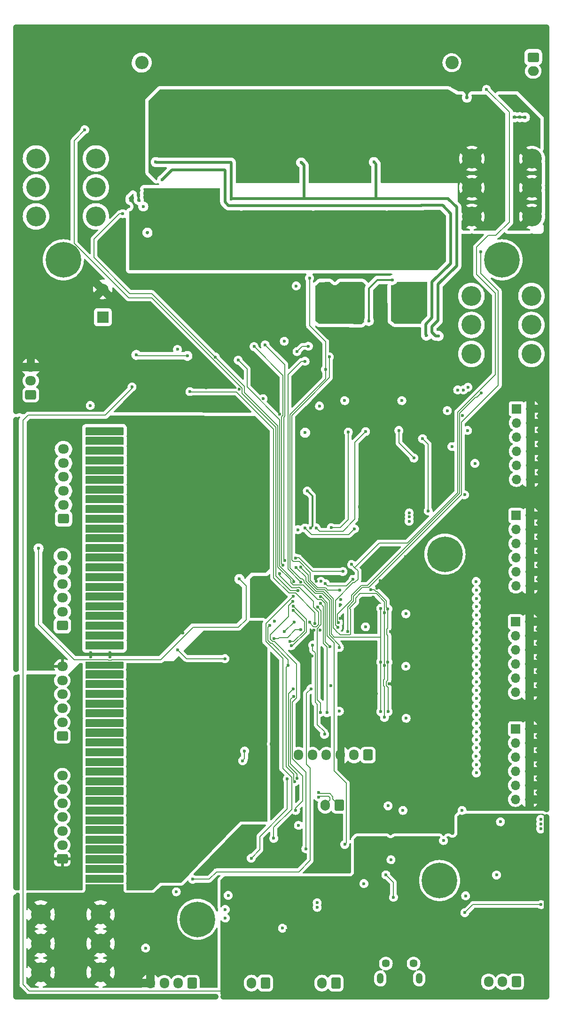
<source format=gbr>
G04 #@! TF.GenerationSoftware,KiCad,Pcbnew,(6.0.4)*
G04 #@! TF.CreationDate,2022-11-09T23:51:20-08:00*
G04 #@! TF.ProjectId,BMS_02,424d535f-3032-42e6-9b69-6361645f7063,rev?*
G04 #@! TF.SameCoordinates,Original*
G04 #@! TF.FileFunction,Copper,L4,Bot*
G04 #@! TF.FilePolarity,Positive*
%FSLAX46Y46*%
G04 Gerber Fmt 4.6, Leading zero omitted, Abs format (unit mm)*
G04 Created by KiCad (PCBNEW (6.0.4)) date 2022-11-09 23:51:20*
%MOMM*%
%LPD*%
G01*
G04 APERTURE LIST*
G04 Aperture macros list*
%AMRoundRect*
0 Rectangle with rounded corners*
0 $1 Rounding radius*
0 $2 $3 $4 $5 $6 $7 $8 $9 X,Y pos of 4 corners*
0 Add a 4 corners polygon primitive as box body*
4,1,4,$2,$3,$4,$5,$6,$7,$8,$9,$2,$3,0*
0 Add four circle primitives for the rounded corners*
1,1,$1+$1,$2,$3*
1,1,$1+$1,$4,$5*
1,1,$1+$1,$6,$7*
1,1,$1+$1,$8,$9*
0 Add four rect primitives between the rounded corners*
20,1,$1+$1,$2,$3,$4,$5,0*
20,1,$1+$1,$4,$5,$6,$7,0*
20,1,$1+$1,$6,$7,$8,$9,0*
20,1,$1+$1,$8,$9,$2,$3,0*%
G04 Aperture macros list end*
G04 #@! TA.AperFunction,ComponentPad*
%ADD10C,1.450000*%
G04 #@! TD*
G04 #@! TA.AperFunction,ComponentPad*
%ADD11O,1.200000X1.900000*%
G04 #@! TD*
G04 #@! TA.AperFunction,ComponentPad*
%ADD12C,0.500000*%
G04 #@! TD*
G04 #@! TA.AperFunction,SMDPad,CuDef*
%ADD13R,1.800000X1.600000*%
G04 #@! TD*
G04 #@! TA.AperFunction,ComponentPad*
%ADD14C,0.750000*%
G04 #@! TD*
G04 #@! TA.AperFunction,ComponentPad*
%ADD15C,2.400000*%
G04 #@! TD*
G04 #@! TA.AperFunction,ComponentPad*
%ADD16O,2.400000X2.400000*%
G04 #@! TD*
G04 #@! TA.AperFunction,ComponentPad*
%ADD17C,3.570000*%
G04 #@! TD*
G04 #@! TA.AperFunction,ComponentPad*
%ADD18RoundRect,0.250000X0.725000X-0.600000X0.725000X0.600000X-0.725000X0.600000X-0.725000X-0.600000X0*%
G04 #@! TD*
G04 #@! TA.AperFunction,ComponentPad*
%ADD19O,1.950000X1.700000*%
G04 #@! TD*
G04 #@! TA.AperFunction,ComponentPad*
%ADD20RoundRect,0.250000X0.600000X0.725000X-0.600000X0.725000X-0.600000X-0.725000X0.600000X-0.725000X0*%
G04 #@! TD*
G04 #@! TA.AperFunction,ComponentPad*
%ADD21O,1.700000X1.950000*%
G04 #@! TD*
G04 #@! TA.AperFunction,ComponentPad*
%ADD22RoundRect,0.250000X0.600000X0.750000X-0.600000X0.750000X-0.600000X-0.750000X0.600000X-0.750000X0*%
G04 #@! TD*
G04 #@! TA.AperFunction,ComponentPad*
%ADD23O,1.700000X2.000000*%
G04 #@! TD*
G04 #@! TA.AperFunction,ComponentPad*
%ADD24RoundRect,0.250000X-0.750000X0.600000X-0.750000X-0.600000X0.750000X-0.600000X0.750000X0.600000X0*%
G04 #@! TD*
G04 #@! TA.AperFunction,ComponentPad*
%ADD25O,2.000000X1.700000*%
G04 #@! TD*
G04 #@! TA.AperFunction,ComponentPad*
%ADD26R,1.700000X1.700000*%
G04 #@! TD*
G04 #@! TA.AperFunction,ComponentPad*
%ADD27O,1.700000X1.700000*%
G04 #@! TD*
G04 #@! TA.AperFunction,ComponentPad*
%ADD28C,0.800000*%
G04 #@! TD*
G04 #@! TA.AperFunction,ComponentPad*
%ADD29C,6.400000*%
G04 #@! TD*
G04 #@! TA.AperFunction,ComponentPad*
%ADD30R,2.000000X2.000000*%
G04 #@! TD*
G04 #@! TA.AperFunction,ComponentPad*
%ADD31C,2.000000*%
G04 #@! TD*
G04 #@! TA.AperFunction,ViaPad*
%ADD32C,0.600000*%
G04 #@! TD*
G04 #@! TA.AperFunction,Conductor*
%ADD33C,0.200000*%
G04 #@! TD*
G04 #@! TA.AperFunction,Conductor*
%ADD34C,1.000000*%
G04 #@! TD*
G04 #@! TA.AperFunction,Conductor*
%ADD35C,0.300000*%
G04 #@! TD*
G04 #@! TA.AperFunction,Conductor*
%ADD36C,0.500000*%
G04 #@! TD*
G04 APERTURE END LIST*
D10*
X94450000Y-182900000D03*
D11*
X95450000Y-185600000D03*
X88450000Y-185600000D03*
D10*
X89450000Y-182900000D03*
D12*
X95250000Y-76650000D03*
X95250000Y-77750000D03*
D13*
X94600000Y-77200000D03*
D12*
X93950000Y-76650000D03*
X93950000Y-77750000D03*
D14*
X83390000Y-63940000D03*
X82140000Y-62090000D03*
X84490000Y-62740000D03*
X83390000Y-62790000D03*
X84540000Y-63940000D03*
X82140000Y-63340000D03*
X82190000Y-64590000D03*
X94310000Y-62110000D03*
X94360000Y-64610000D03*
X93110000Y-62760000D03*
X93110000Y-63910000D03*
X94360000Y-63360000D03*
X92010000Y-63960000D03*
X91960000Y-62760000D03*
D15*
X101346000Y-20828000D03*
D16*
X45466000Y-20828000D03*
D17*
X38075000Y-184500000D03*
X38075000Y-174080000D03*
X27275000Y-174080000D03*
X27275000Y-184500000D03*
X27275000Y-179290000D03*
X38075000Y-179290000D03*
X115675000Y-68015000D03*
X104875000Y-62805000D03*
X115675000Y-73225000D03*
X115675000Y-62805000D03*
X104875000Y-68015000D03*
X104875000Y-73225000D03*
X26414000Y-38060000D03*
X26414000Y-48480000D03*
X37214000Y-38060000D03*
X26414000Y-43270000D03*
X37214000Y-43270000D03*
X37214000Y-48480000D03*
D18*
X31165000Y-164075000D03*
D19*
X31165000Y-161575000D03*
X31165000Y-159075000D03*
X31165000Y-156575000D03*
X31165000Y-154075000D03*
X31165000Y-151575000D03*
X31165000Y-149075000D03*
D18*
X31165000Y-141977000D03*
D19*
X31165000Y-139477000D03*
X31165000Y-136977000D03*
X31165000Y-134477000D03*
X31165000Y-131977000D03*
X31165000Y-129477000D03*
D18*
X31165000Y-122085000D03*
D19*
X31165000Y-119585000D03*
X31165000Y-117085000D03*
X31165000Y-114585000D03*
X31165000Y-112085000D03*
X31165000Y-109585000D03*
D20*
X54533000Y-186427000D03*
D21*
X52033000Y-186427000D03*
X49533000Y-186427000D03*
X47033000Y-186427000D03*
D22*
X80441000Y-186427000D03*
D23*
X77941000Y-186427000D03*
D24*
X116001000Y-19843000D03*
D25*
X116001000Y-22343000D03*
D22*
X67741000Y-186427000D03*
D23*
X65241000Y-186427000D03*
D26*
X112800000Y-140675000D03*
D27*
X115340000Y-140675000D03*
X112800000Y-143215000D03*
X115340000Y-143215000D03*
X112800000Y-145755000D03*
X115340000Y-145755000D03*
X112800000Y-148295000D03*
X115340000Y-148295000D03*
X112800000Y-150835000D03*
X115340000Y-150835000D03*
X112800000Y-153375000D03*
X115340000Y-153375000D03*
D26*
X112800000Y-121425000D03*
D27*
X115340000Y-121425000D03*
X112800000Y-123965000D03*
X115340000Y-123965000D03*
X112800000Y-126505000D03*
X115340000Y-126505000D03*
X112800000Y-129045000D03*
X115340000Y-129045000D03*
X112800000Y-131585000D03*
X115340000Y-131585000D03*
X112800000Y-134125000D03*
X115340000Y-134125000D03*
D26*
X112875000Y-102300000D03*
D27*
X115415000Y-102300000D03*
X112875000Y-104840000D03*
X115415000Y-104840000D03*
X112875000Y-107380000D03*
X115415000Y-107380000D03*
X112875000Y-109920000D03*
X115415000Y-109920000D03*
X112875000Y-112460000D03*
X115415000Y-112460000D03*
X112875000Y-115000000D03*
X115415000Y-115000000D03*
D26*
X112960000Y-83095000D03*
D27*
X115500000Y-83095000D03*
X112960000Y-85635000D03*
X115500000Y-85635000D03*
X112960000Y-88175000D03*
X115500000Y-88175000D03*
X112960000Y-90715000D03*
X115500000Y-90715000D03*
X112960000Y-93255000D03*
X115500000Y-93255000D03*
X112960000Y-95795000D03*
X115500000Y-95795000D03*
D20*
X112953000Y-186173000D03*
D21*
X110453000Y-186173000D03*
X107953000Y-186173000D03*
X105453000Y-186173000D03*
D20*
X86231000Y-145400000D03*
D21*
X83731000Y-145400000D03*
X81231000Y-145400000D03*
X78731000Y-145400000D03*
X76231000Y-145400000D03*
X73731000Y-145400000D03*
D18*
X31375000Y-102861000D03*
D19*
X31375000Y-100361000D03*
X31375000Y-97861000D03*
X31375000Y-95361000D03*
X31375000Y-92861000D03*
X31375000Y-90361000D03*
D28*
X100822056Y-169672056D03*
X96725000Y-167975000D03*
X97427944Y-169672056D03*
X100822056Y-166277944D03*
D29*
X99125000Y-167975000D03*
D28*
X99125000Y-170375000D03*
X99125000Y-165575000D03*
X101525000Y-167975000D03*
X97427944Y-166277944D03*
D29*
X55525000Y-174950000D03*
D28*
X57925000Y-174950000D03*
X53827944Y-176647056D03*
X55525000Y-177350000D03*
X57222056Y-176647056D03*
X53125000Y-174950000D03*
X57222056Y-173252944D03*
X53827944Y-173252944D03*
X55525000Y-172550000D03*
X108702944Y-57997056D03*
X110400000Y-53900000D03*
X108702944Y-54602944D03*
X110400000Y-58700000D03*
D29*
X110400000Y-56300000D03*
D28*
X112097056Y-54602944D03*
X112097056Y-57997056D03*
X108000000Y-56300000D03*
X112800000Y-56300000D03*
X100100000Y-111650000D03*
X98402944Y-107552944D03*
X100100000Y-106850000D03*
X97700000Y-109250000D03*
X102500000Y-109250000D03*
X101797056Y-107552944D03*
X98402944Y-110947056D03*
D29*
X100100000Y-109250000D03*
D28*
X101797056Y-110947056D03*
X28950000Y-56300000D03*
X33047056Y-54602944D03*
D29*
X31350000Y-56300000D03*
D28*
X33047056Y-57997056D03*
X29652944Y-54602944D03*
X31350000Y-53900000D03*
X33750000Y-56300000D03*
X29652944Y-57997056D03*
X31350000Y-58700000D03*
D22*
X81025000Y-154425000D03*
D23*
X78525000Y-154425000D03*
D17*
X115750000Y-48520000D03*
X115750000Y-38100000D03*
X104950000Y-48520000D03*
X104950000Y-38100000D03*
X115750000Y-43310000D03*
X104950000Y-43310000D03*
D30*
X38450000Y-66617677D03*
D31*
X38450000Y-61617677D03*
D12*
X85350000Y-77950000D03*
D13*
X84700000Y-77400000D03*
D12*
X85350000Y-76850000D03*
X84050000Y-76850000D03*
X84050000Y-77950000D03*
D18*
X25475000Y-80575000D03*
D19*
X25475000Y-78075000D03*
X25475000Y-75575000D03*
D32*
X65200000Y-163950000D03*
X81075000Y-137500000D03*
X71700000Y-149700000D03*
X93662500Y-101825000D03*
X69400000Y-121350000D03*
X81338958Y-117401858D03*
X93662500Y-102550000D03*
X73625000Y-104850000D03*
X77625000Y-122925000D03*
X85775000Y-122325000D03*
X77750000Y-114150000D03*
X93650000Y-103325000D03*
X78550000Y-114550000D03*
X83525000Y-113775000D03*
X72200000Y-124975000D03*
X72758471Y-119363697D03*
X72755293Y-118613692D03*
X72390000Y-125730000D03*
X105725000Y-114175000D03*
X105750000Y-147100000D03*
X105750000Y-117225000D03*
X51900000Y-72400000D03*
X105748584Y-115698584D03*
X77500000Y-82600000D03*
X105750000Y-144125000D03*
X105750000Y-130725000D03*
X68524500Y-122034825D03*
X105775000Y-120225000D03*
X92525000Y-155350000D03*
X105750000Y-142625000D03*
X105750000Y-126225000D03*
X105750000Y-136675000D03*
X105750000Y-133725000D03*
X105775000Y-138200000D03*
X105750000Y-148600000D03*
X105750000Y-124700000D03*
X105750000Y-132200000D03*
X105775000Y-127725000D03*
X103628405Y-98572654D03*
X105775000Y-141200000D03*
X73700000Y-158050000D03*
X67326056Y-81273944D03*
X105800000Y-123225000D03*
X104175000Y-87000000D03*
X89850000Y-154525000D03*
X105750000Y-135200000D03*
X71874444Y-129278444D03*
X105775000Y-121750000D03*
X105775000Y-118700000D03*
X105750000Y-129175000D03*
X105725000Y-145600000D03*
X103175000Y-155350000D03*
X73024500Y-150183523D03*
X105750000Y-139725000D03*
X51700000Y-170000000D03*
X26875000Y-108225000D03*
X63050000Y-113725000D03*
X117425000Y-172300000D03*
X103675000Y-173750000D03*
X39750000Y-156850000D03*
X39750000Y-157575000D03*
X36250000Y-156825000D03*
X36250000Y-157550000D03*
X36250000Y-161050000D03*
X39750000Y-160350000D03*
X36250000Y-160325000D03*
X39750000Y-161075000D03*
X39750000Y-163850000D03*
X39750000Y-164575000D03*
X36250000Y-163825000D03*
X36250000Y-164550000D03*
X39750000Y-167350000D03*
X39750000Y-168075000D03*
X36250000Y-167325000D03*
X36250000Y-168050000D03*
X39750000Y-153350000D03*
X36250000Y-154050000D03*
X39750000Y-154075000D03*
X36250000Y-153325000D03*
X39750000Y-149850000D03*
X39750000Y-150575000D03*
X36250000Y-149825000D03*
X36250000Y-150550000D03*
X36250000Y-147050000D03*
X36250000Y-146325000D03*
X39750000Y-147075000D03*
X39750000Y-146350000D03*
X39750000Y-143575000D03*
X36250000Y-143550000D03*
X39750000Y-142850000D03*
X36250000Y-142825000D03*
X39750000Y-140075000D03*
X36250000Y-139325000D03*
X36250000Y-140050000D03*
X39750000Y-139350000D03*
X36250000Y-136550000D03*
X39750000Y-136575000D03*
X36250000Y-135825000D03*
X39750000Y-135850000D03*
X39750000Y-133075000D03*
X36250000Y-133050000D03*
X39750000Y-132350000D03*
X36250000Y-132325000D03*
X36250000Y-128825000D03*
X39750000Y-128850000D03*
X39750000Y-129575000D03*
X36250000Y-129550000D03*
X36250000Y-115525000D03*
X39750000Y-115550000D03*
X39750000Y-114825000D03*
X36250000Y-114800000D03*
X39750000Y-119050000D03*
X36250000Y-118300000D03*
X39750000Y-118325000D03*
X36250000Y-119025000D03*
X36250000Y-121800000D03*
X36250000Y-122525000D03*
X39750000Y-121825000D03*
X39750000Y-122550000D03*
X39750000Y-125350000D03*
X39750000Y-126075000D03*
X36250000Y-126050000D03*
X36250000Y-125325000D03*
X39750000Y-112050000D03*
X39750000Y-111325000D03*
X36250000Y-112025000D03*
X36250000Y-111300000D03*
X39750000Y-108525000D03*
X36250000Y-107775000D03*
X39750000Y-107800000D03*
X36250000Y-108500000D03*
X36250000Y-105000000D03*
X39750000Y-104300000D03*
X36250000Y-104275000D03*
X39750000Y-105025000D03*
X39750000Y-101525000D03*
X36250000Y-101500000D03*
X39750000Y-100800000D03*
X36250000Y-100775000D03*
X36250000Y-97275000D03*
X36250000Y-98000000D03*
X39750000Y-98025000D03*
X39750000Y-97300000D03*
X36250000Y-94500000D03*
X39750000Y-94525000D03*
X36250000Y-93775000D03*
X39750000Y-93800000D03*
X39750000Y-91025000D03*
X36250000Y-90275000D03*
X36250000Y-91000000D03*
X39750000Y-90300000D03*
X39750000Y-87525000D03*
X36250000Y-86775000D03*
X36250000Y-87500000D03*
X39750000Y-86800000D03*
X78400000Y-141675000D03*
X76275000Y-125625000D03*
X76900000Y-104524990D03*
X85800000Y-87200000D03*
X89450000Y-166950000D03*
X90825000Y-170975000D03*
X77150000Y-118775000D03*
X77700000Y-137700000D03*
X78836084Y-137763916D03*
X77650000Y-118100000D03*
X74150000Y-122875000D03*
X69300000Y-124425000D03*
X50925000Y-89025000D03*
X36250000Y-127725000D03*
X39750000Y-127750000D03*
X36250000Y-126975000D03*
X39750000Y-127000000D03*
X27700000Y-91400000D03*
X27700000Y-90400000D03*
X22850000Y-123225000D03*
X22850000Y-100450000D03*
X50925000Y-92450000D03*
X60450000Y-128050000D03*
X60075000Y-107675000D03*
X50922913Y-110086101D03*
X22850000Y-115725000D03*
X22850000Y-93375000D03*
X50925000Y-106500000D03*
X25425000Y-115925000D03*
X50976416Y-124101416D03*
X50925000Y-117025000D03*
X57900000Y-92175000D03*
X50900000Y-113350000D03*
X51975000Y-86550000D03*
X22850000Y-85099520D03*
X50925000Y-95975000D03*
X22850000Y-102725000D03*
X50860000Y-104450000D03*
X51925000Y-126450000D03*
X52850000Y-123450000D03*
X22849520Y-97875480D03*
X25425000Y-113350000D03*
X25900000Y-104350000D03*
X22850000Y-129949520D03*
X25425000Y-110925000D03*
X22850000Y-96300000D03*
X22850000Y-94750000D03*
X58025000Y-97500000D03*
X25425000Y-118350000D03*
X22850000Y-108425000D03*
X66150000Y-102199500D03*
X63500000Y-106875000D03*
X25425000Y-120825000D03*
X60075000Y-102175000D03*
X50900000Y-99475000D03*
X50950000Y-120475000D03*
X39750000Y-159250000D03*
X39750000Y-158500000D03*
X36250000Y-158475000D03*
X36250000Y-159225000D03*
X39750000Y-155750000D03*
X36250000Y-154975000D03*
X39750000Y-155000000D03*
X36250000Y-155725000D03*
X39750000Y-162750000D03*
X36250000Y-161975000D03*
X36250000Y-162725000D03*
X39750000Y-162000000D03*
X39750000Y-166250000D03*
X36250000Y-166225000D03*
X36250000Y-165475000D03*
X39750000Y-165500000D03*
X39750000Y-152250000D03*
X36250000Y-151475000D03*
X39750000Y-151500000D03*
X36250000Y-152225000D03*
X36250000Y-147975000D03*
X39750000Y-148000000D03*
X39750000Y-148750000D03*
X36250000Y-148725000D03*
X36250000Y-145225000D03*
X39750000Y-145250000D03*
X36250000Y-144475000D03*
X39750000Y-144500000D03*
X36250000Y-140975000D03*
X39750000Y-141000000D03*
X39750000Y-141750000D03*
X36250000Y-141725000D03*
X39750000Y-138250000D03*
X39750000Y-137500000D03*
X36250000Y-138225000D03*
X36250000Y-137475000D03*
X36250000Y-133975000D03*
X36250000Y-134725000D03*
X39750000Y-134750000D03*
X39750000Y-134000000D03*
X39750000Y-130500000D03*
X36250000Y-131225000D03*
X36250000Y-130475000D03*
X39750000Y-131250000D03*
X36250000Y-116450000D03*
X36250000Y-117200000D03*
X39750000Y-116475000D03*
X39750000Y-117225000D03*
X39750000Y-113725000D03*
X39750000Y-112975000D03*
X36250000Y-112950000D03*
X36250000Y-113700000D03*
X36250000Y-119950000D03*
X36250000Y-120700000D03*
X39750000Y-119975000D03*
X39750000Y-120725000D03*
X36250000Y-123450000D03*
X36250000Y-124200000D03*
X39750000Y-123475000D03*
X39750000Y-124225000D03*
X36250000Y-110175000D03*
X39750000Y-110200000D03*
X36250000Y-109425000D03*
X39750000Y-109450000D03*
X39750000Y-106700000D03*
X36250000Y-105925000D03*
X39750000Y-105950000D03*
X36250000Y-106675000D03*
X39750000Y-102450000D03*
X39750000Y-103200000D03*
X36250000Y-103175000D03*
X36250000Y-102425000D03*
X39750000Y-99700000D03*
X36250000Y-99675000D03*
X36250000Y-98925000D03*
X39750000Y-98950000D03*
X36250000Y-96175000D03*
X39750000Y-95450000D03*
X36250000Y-95425000D03*
X39750000Y-96200000D03*
X36250000Y-92675000D03*
X39750000Y-92700000D03*
X39750000Y-91950000D03*
X36250000Y-91925000D03*
X39750000Y-89200000D03*
X39750000Y-88450000D03*
X36250000Y-89175000D03*
X36250000Y-88425000D03*
X83800000Y-104700000D03*
X74850000Y-104550000D03*
X72900000Y-121500000D03*
X71150000Y-123200000D03*
X63998944Y-144676056D03*
X63650000Y-146425000D03*
X74900000Y-87400000D03*
X36200000Y-82500000D03*
X100525000Y-83425000D03*
X46175000Y-180125000D03*
X96050000Y-88475000D03*
X97075000Y-101475000D03*
X73650000Y-115800000D03*
X35200000Y-32900000D03*
X67250000Y-145900000D03*
X51679059Y-129431698D03*
X50925000Y-158950000D03*
X22850000Y-141900000D03*
X59825000Y-148400000D03*
X22850000Y-136350000D03*
X50546000Y-148575000D03*
X25675000Y-160400000D03*
X50900000Y-138075000D03*
X50850000Y-155450000D03*
X22850000Y-137950000D03*
X50950000Y-164625000D03*
X22850000Y-145800000D03*
X22850000Y-160750000D03*
X66825000Y-154575000D03*
X25675000Y-157875000D03*
X22849520Y-169200000D03*
X50900000Y-151950000D03*
X67575500Y-152025000D03*
X22849520Y-134775480D03*
X25850000Y-148100000D03*
X26500000Y-132075000D03*
X50900000Y-131050000D03*
X22849520Y-139400480D03*
X50950000Y-168075000D03*
X49556008Y-144024500D03*
X22849520Y-131450000D03*
X59825000Y-151400000D03*
X64750000Y-147700000D03*
X59251377Y-134048545D03*
X22850000Y-153275000D03*
X50900000Y-134525000D03*
X25600000Y-132100000D03*
X54650000Y-125550000D03*
X50900000Y-141500000D03*
X22849520Y-133300480D03*
X57150000Y-140750000D03*
X25675000Y-152775000D03*
X25675000Y-155350000D03*
X117350000Y-158675000D03*
X60525000Y-173175000D03*
X60525000Y-174725000D03*
X117350000Y-157825000D03*
X61050000Y-170650000D03*
X77075000Y-172800000D03*
X77075000Y-171975000D03*
X117350000Y-156950000D03*
X65450000Y-170225000D03*
X109325000Y-158400000D03*
X110650480Y-188899520D03*
X62379000Y-180709500D03*
X104250000Y-162700000D03*
X87750000Y-176150000D03*
X75625000Y-181275000D03*
X69150000Y-170250000D03*
X108149846Y-167675306D03*
X60500000Y-169100000D03*
X94800000Y-161625000D03*
X93225000Y-181700000D03*
X77825000Y-177700000D03*
X87400000Y-182125000D03*
X60150480Y-188900000D03*
X84950000Y-163925000D03*
X80650000Y-188900000D03*
X109375000Y-180400000D03*
X111075000Y-158400000D03*
X118425960Y-173274040D03*
X85500000Y-177575000D03*
X97050000Y-183350000D03*
X106650000Y-175075000D03*
X103150480Y-188899520D03*
X68725000Y-179400000D03*
X95725000Y-188900000D03*
X73025000Y-188900000D03*
X68725000Y-178100000D03*
X96300000Y-172050000D03*
X91475000Y-161375000D03*
X77800000Y-179025000D03*
X113000990Y-168655387D03*
X118425960Y-156499520D03*
X96550000Y-176650000D03*
X43725000Y-79175000D03*
X65625000Y-188900000D03*
X79425000Y-170350000D03*
X88200480Y-188899520D03*
X91550000Y-178825000D03*
X71700000Y-176975000D03*
X118425960Y-180849040D03*
X76825000Y-181600000D03*
X118425960Y-188899520D03*
X112075000Y-175050000D03*
X77325000Y-178400000D03*
X118425960Y-165774040D03*
X90725000Y-172700000D03*
X69375000Y-178750000D03*
X118425960Y-158299040D03*
X99975000Y-175175000D03*
X82687500Y-87287500D03*
X79625000Y-104475000D03*
X81075000Y-126050000D03*
X75700000Y-59550000D03*
X78574500Y-76000000D03*
X72700000Y-117750000D03*
X75050000Y-162250000D03*
X69250000Y-160375000D03*
X72775000Y-116800000D03*
X82025000Y-81625000D03*
X101350000Y-89900000D03*
X71150000Y-70950000D03*
X93100000Y-138775000D03*
X105500000Y-92925000D03*
X45750000Y-46700000D03*
X92325000Y-81625000D03*
X93050000Y-129425000D03*
X73300000Y-61000000D03*
X93050000Y-119975000D03*
X74900000Y-74550000D03*
X74137517Y-114259684D03*
X71223060Y-110400000D03*
X67700000Y-71600000D03*
X72874990Y-114166875D03*
X62850000Y-74350000D03*
X65700000Y-71900000D03*
X70900000Y-111200000D03*
X90375000Y-164225000D03*
X109400000Y-166975000D03*
X103825000Y-170725000D03*
X85500000Y-168525000D03*
X99825000Y-160775000D03*
X70825000Y-176550000D03*
X110100000Y-157400000D03*
X75900000Y-104524990D03*
X75300000Y-97900000D03*
X82053318Y-161475438D03*
X77697432Y-116899990D03*
X49500000Y-27500000D03*
X53500000Y-27500000D03*
X56500000Y-27500000D03*
X55500000Y-27500000D03*
X52500000Y-28500000D03*
X50500000Y-27500000D03*
X55500000Y-28500000D03*
X50500000Y-29500000D03*
X54500000Y-29500000D03*
X55500000Y-29500000D03*
X52500000Y-29500000D03*
X56500000Y-29500000D03*
X49500000Y-28500000D03*
X53500000Y-29500000D03*
X57500000Y-29500000D03*
X58500000Y-29500000D03*
X51500000Y-27500000D03*
X51500000Y-29500000D03*
X49500000Y-30500000D03*
X50500000Y-30500000D03*
X57500000Y-27500000D03*
X54500000Y-27500000D03*
X58500000Y-27500000D03*
X54500000Y-28500000D03*
X49500000Y-29500000D03*
X50500000Y-28500000D03*
X51500000Y-30500000D03*
X51500000Y-28500000D03*
X53500000Y-28500000D03*
X56500000Y-28500000D03*
X57500000Y-28500000D03*
X58500000Y-28500000D03*
X52500000Y-27500000D03*
X53500000Y-32500000D03*
X57500000Y-30500000D03*
X58500000Y-32500000D03*
X51500000Y-33500000D03*
X58500000Y-33500000D03*
X52500000Y-34500000D03*
X55500000Y-34500000D03*
X50500000Y-34500000D03*
X54500000Y-34500000D03*
X53500000Y-31500000D03*
X55500000Y-33500000D03*
X52500000Y-32500000D03*
X49500000Y-34500000D03*
X53500000Y-30500000D03*
X50500000Y-32500000D03*
X55500000Y-32500000D03*
X49500000Y-32500000D03*
X57500000Y-32500000D03*
X53500000Y-33500000D03*
X54500000Y-33500000D03*
X58500000Y-34500000D03*
X52500000Y-33500000D03*
X52500000Y-30500000D03*
X54500000Y-30500000D03*
X50500000Y-31500000D03*
X54500000Y-31500000D03*
X54500000Y-32500000D03*
X56500000Y-32500000D03*
X49500000Y-31500000D03*
X52500000Y-31500000D03*
X58500000Y-31500000D03*
X51500000Y-34500000D03*
X55500000Y-31500000D03*
X51500000Y-31500000D03*
X53500000Y-34500000D03*
X56500000Y-34500000D03*
X57500000Y-34500000D03*
X58500000Y-30500000D03*
X50500000Y-33500000D03*
X57500000Y-33500000D03*
X51500000Y-32500000D03*
X49500000Y-33500000D03*
X56500000Y-33500000D03*
X55500000Y-30500000D03*
X56500000Y-31500000D03*
X56500000Y-30500000D03*
X57500000Y-31500000D03*
X67500000Y-29500000D03*
X62500000Y-29500000D03*
X79500000Y-30500000D03*
X84500000Y-32500000D03*
X95500000Y-33500000D03*
X67500000Y-33500000D03*
X84500000Y-33500000D03*
X79500000Y-31500000D03*
X82500000Y-34500000D03*
X66500000Y-27500000D03*
X83500000Y-31500000D03*
X83500000Y-34500000D03*
X91500000Y-27500000D03*
X91500000Y-32500000D03*
X76500000Y-30500000D03*
X84500000Y-30500000D03*
X89500000Y-30500000D03*
X88500000Y-29500000D03*
X67500000Y-32500000D03*
X96500000Y-31500000D03*
X68500000Y-30500000D03*
X97500000Y-30500000D03*
X90500000Y-29500000D03*
X78500000Y-27500000D03*
X94500000Y-31500000D03*
X64500000Y-31500000D03*
X62500000Y-27500000D03*
X97500000Y-28500000D03*
X95500000Y-28500000D03*
X79500000Y-27500000D03*
X93500000Y-32500000D03*
X95500000Y-34500000D03*
X88500000Y-27500000D03*
X65500000Y-28500000D03*
X91500000Y-30500000D03*
X76500000Y-28500000D03*
X83500000Y-28500000D03*
X90500000Y-32500000D03*
X92500000Y-28500000D03*
X91500000Y-29500000D03*
X88500000Y-28500000D03*
X66500000Y-28500000D03*
X67500000Y-31500000D03*
X80500000Y-32500000D03*
X62500000Y-30500000D03*
X67500000Y-27500000D03*
X93500000Y-27500000D03*
X62500000Y-33500000D03*
X78500000Y-32500000D03*
X69500000Y-28500000D03*
X64500000Y-27500000D03*
X77500000Y-27500000D03*
X77500000Y-28500000D03*
X76500000Y-32500000D03*
X69500000Y-34500000D03*
X64500000Y-34500000D03*
X78500000Y-33500000D03*
X90500000Y-27500000D03*
X81500000Y-30500000D03*
X90500000Y-34500000D03*
X84500000Y-29500000D03*
X94500000Y-30500000D03*
X66500000Y-34500000D03*
X92500000Y-31500000D03*
X91500000Y-33500000D03*
X71500000Y-27500000D03*
X96500000Y-32500000D03*
X75500000Y-31500000D03*
X63500000Y-32500000D03*
X71500000Y-30500000D03*
X70500000Y-27500000D03*
X95500000Y-31500000D03*
X66500000Y-32500000D03*
X92500000Y-29500000D03*
X75500000Y-32500000D03*
X69500000Y-32500000D03*
X94500000Y-29500000D03*
X96500000Y-34500000D03*
X89500000Y-33500000D03*
X96500000Y-28500000D03*
X80500000Y-33500000D03*
X92500000Y-27500000D03*
X75500000Y-33500000D03*
X93500000Y-33500000D03*
X88500000Y-31500000D03*
X79500000Y-32500000D03*
X97500000Y-33500000D03*
X65500000Y-29500000D03*
X93500000Y-30500000D03*
X63500000Y-34500000D03*
X65500000Y-31500000D03*
X92500000Y-33500000D03*
X84500000Y-28500000D03*
X63500000Y-33500000D03*
X81500000Y-31500000D03*
X68500000Y-34500000D03*
X68500000Y-33500000D03*
X68500000Y-28500000D03*
X69500000Y-31500000D03*
X94500000Y-32500000D03*
X81500000Y-33500000D03*
X75500000Y-28500000D03*
X62500000Y-34500000D03*
X89500000Y-29500000D03*
X64500000Y-30500000D03*
X81500000Y-27500000D03*
X76500000Y-27500000D03*
X69500000Y-33500000D03*
X93500000Y-31500000D03*
X92500000Y-34500000D03*
X97500000Y-27500000D03*
X97500000Y-34500000D03*
X62500000Y-28500000D03*
X82500000Y-30500000D03*
X84500000Y-27500000D03*
X94500000Y-34500000D03*
X79500000Y-34500000D03*
X70500000Y-31500000D03*
X63500000Y-30500000D03*
X70500000Y-33500000D03*
X75500000Y-34500000D03*
X90500000Y-33500000D03*
X68500000Y-27500000D03*
X77500000Y-29500000D03*
X68500000Y-31500000D03*
X70500000Y-34500000D03*
X69500000Y-29500000D03*
X95500000Y-27500000D03*
X64500000Y-29500000D03*
X75500000Y-30500000D03*
X82500000Y-29500000D03*
X78500000Y-31500000D03*
X95500000Y-32500000D03*
X91500000Y-28500000D03*
X95500000Y-30500000D03*
X71500000Y-33500000D03*
X65500000Y-30500000D03*
X91500000Y-34500000D03*
X76500000Y-31500000D03*
X77500000Y-30500000D03*
X70500000Y-32500000D03*
X81500000Y-29500000D03*
X81500000Y-28500000D03*
X89500000Y-28500000D03*
X79500000Y-29500000D03*
X79500000Y-28500000D03*
X78500000Y-28500000D03*
X63500000Y-29500000D03*
X64500000Y-28500000D03*
X77500000Y-34500000D03*
X90500000Y-28500000D03*
X62500000Y-32500000D03*
X69500000Y-30500000D03*
X71500000Y-31500000D03*
X77500000Y-33500000D03*
X88500000Y-33500000D03*
X71500000Y-29500000D03*
X84500000Y-34500000D03*
X76500000Y-34500000D03*
X92500000Y-32500000D03*
X78500000Y-30500000D03*
X67500000Y-34500000D03*
X94500000Y-28500000D03*
X93500000Y-29500000D03*
X65500000Y-33500000D03*
X89500000Y-32500000D03*
X88500000Y-30500000D03*
X66500000Y-33500000D03*
X93500000Y-28500000D03*
X82500000Y-31500000D03*
X83500000Y-33500000D03*
X70500000Y-29500000D03*
X83500000Y-30500000D03*
X67500000Y-28500000D03*
X66500000Y-31500000D03*
X88500000Y-34500000D03*
X80500000Y-29500000D03*
X65500000Y-27500000D03*
X80500000Y-31500000D03*
X82500000Y-32500000D03*
X80500000Y-30500000D03*
X81500000Y-34500000D03*
X83500000Y-32500000D03*
X90500000Y-30500000D03*
X90500000Y-31500000D03*
X71500000Y-28500000D03*
X66500000Y-30500000D03*
X93500000Y-34500000D03*
X94500000Y-33500000D03*
X70500000Y-28500000D03*
X78500000Y-34500000D03*
X63500000Y-27500000D03*
X71500000Y-32500000D03*
X80500000Y-27500000D03*
X65500000Y-34500000D03*
X77500000Y-32500000D03*
X96500000Y-27500000D03*
X76500000Y-29500000D03*
X64500000Y-32500000D03*
X89500000Y-31500000D03*
X94500000Y-27500000D03*
X63500000Y-28500000D03*
X68500000Y-29500000D03*
X77500000Y-31500000D03*
X91500000Y-31500000D03*
X83500000Y-27500000D03*
X88500000Y-32500000D03*
X70500000Y-30500000D03*
X64500000Y-33500000D03*
X95500000Y-29500000D03*
X97500000Y-29500000D03*
X84500000Y-31500000D03*
X82500000Y-33500000D03*
X82500000Y-28500000D03*
X92500000Y-30500000D03*
X75500000Y-29500000D03*
X80500000Y-34500000D03*
X67500000Y-30500000D03*
X96500000Y-29500000D03*
X97500000Y-31500000D03*
X76500000Y-33500000D03*
X78500000Y-29500000D03*
X69500000Y-27500000D03*
X75500000Y-27500000D03*
X79500000Y-33500000D03*
X62500000Y-31500000D03*
X83500000Y-29500000D03*
X63500000Y-31500000D03*
X81500000Y-32500000D03*
X96500000Y-30500000D03*
X97500000Y-32500000D03*
X80500000Y-28500000D03*
X71500000Y-34500000D03*
X89500000Y-34500000D03*
X96500000Y-33500000D03*
X66500000Y-29500000D03*
X82500000Y-27500000D03*
X68500000Y-32500000D03*
X89500000Y-27500000D03*
X65500000Y-32500000D03*
X96753652Y-69939398D03*
X89600489Y-46549511D03*
X95950000Y-46500000D03*
X76349511Y-46549511D03*
X49150000Y-41900000D03*
X63399511Y-46549511D03*
X52500000Y-49500000D03*
X53500000Y-49500000D03*
X54500000Y-49500000D03*
X55500000Y-49500000D03*
X56500000Y-49500000D03*
X57500000Y-49500000D03*
X58500000Y-49500000D03*
X59500000Y-49500000D03*
X60500000Y-49500000D03*
X51500000Y-50500000D03*
X52500000Y-50500000D03*
X53500000Y-50500000D03*
X54500000Y-50500000D03*
X55500000Y-50500000D03*
X56500000Y-50500000D03*
X57500000Y-50500000D03*
X58500000Y-50500000D03*
X59500000Y-50500000D03*
X60500000Y-50500000D03*
X51500000Y-51500000D03*
X52500000Y-51500000D03*
X53500000Y-51500000D03*
X54500000Y-51500000D03*
X55500000Y-51500000D03*
X56500000Y-51500000D03*
X57500000Y-51500000D03*
X58500000Y-51500000D03*
X59500000Y-51500000D03*
X60500000Y-51500000D03*
X51500000Y-52500000D03*
X52500000Y-52500000D03*
X53500000Y-52500000D03*
X54500000Y-52500000D03*
X55500000Y-52500000D03*
X56500000Y-52500000D03*
X57500000Y-52500000D03*
X58500000Y-52500000D03*
X59500000Y-52500000D03*
X60500000Y-52500000D03*
X51500000Y-53500000D03*
X52500000Y-53500000D03*
X53500000Y-53500000D03*
X54500000Y-53500000D03*
X55500000Y-53500000D03*
X56500000Y-53500000D03*
X57500000Y-53500000D03*
X58500000Y-53500000D03*
X59500000Y-53500000D03*
X60500000Y-53500000D03*
X51500000Y-54500000D03*
X52500000Y-54500000D03*
X53500000Y-54500000D03*
X54500000Y-54500000D03*
X55500000Y-54500000D03*
X56500000Y-54500000D03*
X57500000Y-54500000D03*
X58500000Y-54500000D03*
X59500000Y-54500000D03*
X60500000Y-54500000D03*
X51500000Y-55500000D03*
X52500000Y-55500000D03*
X53500000Y-55500000D03*
X54500000Y-55500000D03*
X55500000Y-55500000D03*
X56500000Y-55500000D03*
X57500000Y-55500000D03*
X58500000Y-55500000D03*
X59500000Y-55500000D03*
X60500000Y-55500000D03*
X51500000Y-56500000D03*
X52500000Y-56500000D03*
X53500000Y-56500000D03*
X54500000Y-56500000D03*
X55500000Y-56500000D03*
X56500000Y-56500000D03*
X57500000Y-56500000D03*
X58500000Y-56500000D03*
X59500000Y-56500000D03*
X60500000Y-56500000D03*
X93500000Y-54500000D03*
X70500000Y-52500000D03*
X72500000Y-52500000D03*
X69500000Y-49500000D03*
X66500000Y-56500000D03*
X96500000Y-55500000D03*
X78500000Y-52500000D03*
X77500000Y-52500000D03*
X67500000Y-50500000D03*
X92500000Y-49500000D03*
X96500000Y-49500000D03*
X93500000Y-49500000D03*
X86500000Y-53500000D03*
X73500000Y-52500000D03*
X93500000Y-55500000D03*
X81500000Y-53500000D03*
X99500000Y-50500000D03*
X77500000Y-51500000D03*
X67500000Y-52500000D03*
X81500000Y-55500000D03*
X86500000Y-54500000D03*
X71500000Y-50500000D03*
X68500000Y-56500000D03*
X81500000Y-51500000D03*
X79500000Y-55500000D03*
X79500000Y-56424979D03*
X84500000Y-56424979D03*
X83500000Y-50500000D03*
X80500000Y-53500000D03*
X70500000Y-54500000D03*
X86500000Y-49500000D03*
X81500000Y-52500000D03*
X66500000Y-52500000D03*
X97500000Y-55500000D03*
X66500000Y-55500000D03*
X99500000Y-55500000D03*
X84500000Y-55500000D03*
X85500000Y-53500000D03*
X65500000Y-53500000D03*
X70500000Y-56500000D03*
X81500000Y-56424979D03*
X80500000Y-55500000D03*
X90500000Y-49500000D03*
X65500000Y-49500000D03*
X92500000Y-52500000D03*
X77500000Y-54500000D03*
X71500000Y-54500000D03*
X80500000Y-51500000D03*
X64500000Y-52500000D03*
X68500000Y-55500000D03*
X90500000Y-54500000D03*
X83500000Y-52500000D03*
X95500000Y-52500000D03*
X68500000Y-53500000D03*
X66500000Y-49500000D03*
X64500000Y-55500000D03*
X73500000Y-53500000D03*
X94500000Y-49500000D03*
X97500000Y-52500000D03*
X96500000Y-54500000D03*
X92500000Y-53500000D03*
X72500000Y-50500000D03*
X83500000Y-53500000D03*
X77500000Y-53500000D03*
X80500000Y-54500000D03*
X99500000Y-56424979D03*
X67500000Y-53500000D03*
X77500000Y-55500000D03*
X96500000Y-53500000D03*
X95500000Y-54500000D03*
X90500000Y-52500000D03*
X98500000Y-49500000D03*
X79500000Y-54500000D03*
X65500000Y-50500000D03*
X67500000Y-55500000D03*
X91500000Y-49500000D03*
X84500000Y-53500000D03*
X85500000Y-51500000D03*
X84500000Y-50500000D03*
X92500000Y-50500000D03*
X80500000Y-52500000D03*
X72500000Y-55500000D03*
X99500000Y-52500000D03*
X73500000Y-49500000D03*
X79500000Y-51500000D03*
X92500000Y-51500000D03*
X92500000Y-55500000D03*
X70500000Y-53500000D03*
X64500000Y-54500000D03*
X82500000Y-55500000D03*
X83500000Y-49500000D03*
X65500000Y-56500000D03*
X91500000Y-54500000D03*
X84500000Y-54500000D03*
X97500000Y-49500000D03*
X95500000Y-55500000D03*
X83500000Y-55500000D03*
X72500000Y-56500000D03*
X82500000Y-56424979D03*
X91500000Y-51500000D03*
X95500000Y-49500000D03*
X85500000Y-50500000D03*
X67500000Y-54500000D03*
X65500000Y-55500000D03*
X96500000Y-56424979D03*
X69500000Y-56500000D03*
X95500000Y-50500000D03*
X77500000Y-56424979D03*
X70500000Y-49500000D03*
X84500000Y-51500000D03*
X90500000Y-53500000D03*
X79500000Y-49500000D03*
X91500000Y-56424979D03*
X66500000Y-50500000D03*
X80500000Y-49500000D03*
X69500000Y-53500000D03*
X65500000Y-52500000D03*
X99500000Y-53500000D03*
X95500000Y-53500000D03*
X72500000Y-51500000D03*
X72500000Y-54500000D03*
X77500000Y-49500000D03*
X71500000Y-53500000D03*
X70500000Y-51500000D03*
X64500000Y-50500000D03*
X93500000Y-50500000D03*
X83500000Y-54500000D03*
X67500000Y-49500000D03*
X82500000Y-53500000D03*
X98500000Y-50500000D03*
X51500000Y-49500000D03*
X78500000Y-49500000D03*
X66500000Y-54500000D03*
X71500000Y-55500000D03*
X67500000Y-56500000D03*
X85500000Y-56424979D03*
X77500000Y-50500000D03*
X78500000Y-55500000D03*
X94500000Y-52500000D03*
X86500000Y-56424979D03*
X97500000Y-53500000D03*
X81500000Y-54500000D03*
X99500000Y-54500000D03*
X84500000Y-49500000D03*
X98500000Y-51500000D03*
X69500000Y-50500000D03*
X86500000Y-51500000D03*
X93500000Y-53500000D03*
X65500000Y-51500000D03*
X90500000Y-51500000D03*
X97500000Y-56424979D03*
X82500000Y-52500000D03*
X65500000Y-54500000D03*
X96500000Y-51500000D03*
X93500000Y-52500000D03*
X67500000Y-51500000D03*
X68500000Y-54500000D03*
X97500000Y-50500000D03*
X80500000Y-50500000D03*
X73500000Y-55500000D03*
X79500000Y-52500000D03*
X85500000Y-55500000D03*
X94500000Y-53500000D03*
X95500000Y-51500000D03*
X82500000Y-50500000D03*
X91500000Y-50500000D03*
X94500000Y-51500000D03*
X90500000Y-50500000D03*
X78500000Y-50500000D03*
X94500000Y-55500000D03*
X79500000Y-53500000D03*
X85500000Y-52500000D03*
X69500000Y-52500000D03*
X68500000Y-51500000D03*
X82500000Y-54500000D03*
X91500000Y-53500000D03*
X86500000Y-52500000D03*
X91500000Y-55500000D03*
X73509934Y-56424979D03*
X81500000Y-50500000D03*
X71500000Y-56500000D03*
X96500000Y-52500000D03*
X96500000Y-50500000D03*
X98500000Y-53500000D03*
X68500000Y-52500000D03*
X73500000Y-51500000D03*
X94500000Y-56424979D03*
X69500000Y-55500000D03*
X97500000Y-54500000D03*
X99500000Y-51500000D03*
X70500000Y-55500000D03*
X66500000Y-51500000D03*
X90500000Y-55500000D03*
X69500000Y-54500000D03*
X83500000Y-51500000D03*
X85500000Y-49500000D03*
X79500000Y-50500000D03*
X66500000Y-53500000D03*
X78500000Y-56424979D03*
X93500000Y-56424979D03*
X98500000Y-55500000D03*
X94500000Y-50500000D03*
X64500000Y-53500000D03*
X73500000Y-54500000D03*
X83500000Y-56424979D03*
X91500000Y-52500000D03*
X78500000Y-53500000D03*
X71500000Y-49500000D03*
X78500000Y-54500000D03*
X80500000Y-56424979D03*
X86500000Y-55500000D03*
X97500000Y-51500000D03*
X64500000Y-51500000D03*
X95500000Y-56424979D03*
X86500000Y-50500000D03*
X92500000Y-56424979D03*
X73500000Y-50500000D03*
X98500000Y-56424979D03*
X64500000Y-56500000D03*
X78500000Y-51500000D03*
X98500000Y-54500000D03*
X92500000Y-54500000D03*
X68500000Y-50500000D03*
X85500000Y-54500000D03*
X64500000Y-49500000D03*
X81500000Y-49500000D03*
X98500000Y-52500000D03*
X93500000Y-51500000D03*
X69500000Y-51500000D03*
X71500000Y-51500000D03*
X68500000Y-49500000D03*
X82500000Y-49500000D03*
X70500000Y-50500000D03*
X84500000Y-52500000D03*
X72500000Y-53500000D03*
X71500000Y-52500000D03*
X94500000Y-54500000D03*
X90500000Y-56424979D03*
X99500000Y-49500000D03*
X82500000Y-51500000D03*
X72500000Y-49500000D03*
X74700000Y-45300000D03*
X61600000Y-45400000D03*
X87300000Y-38700000D03*
X61500000Y-38800000D03*
X100650000Y-45250000D03*
X74200000Y-38800000D03*
X98953063Y-69996959D03*
X48000000Y-38700000D03*
X87700000Y-45300000D03*
X86399991Y-67287493D03*
X90624994Y-59925000D03*
X91800000Y-87000000D03*
X94500000Y-91950000D03*
X96000000Y-114200000D03*
X66400000Y-116425000D03*
X44925000Y-45550000D03*
X96025000Y-132200000D03*
X95987500Y-118700000D03*
X87675000Y-125025000D03*
X118425960Y-20899040D03*
X44925000Y-42150000D03*
X118425960Y-118324040D03*
X43100000Y-46700000D03*
X22849520Y-14425000D03*
X86950000Y-118275000D03*
X36800000Y-32950000D03*
X41375000Y-76775000D03*
X92850000Y-144700000D03*
X22850000Y-65725000D03*
X55650000Y-73150000D03*
X96000000Y-126225000D03*
X118425960Y-88674040D03*
X83601436Y-125200000D03*
X93000000Y-109700000D03*
X22850000Y-81000000D03*
X76899286Y-114102380D03*
X118425960Y-133299040D03*
X104050000Y-27100000D03*
X76500000Y-122900000D03*
X74135348Y-96158768D03*
X91100000Y-95000000D03*
X58175480Y-14424520D03*
X65700000Y-120250000D03*
X41450000Y-32250000D03*
X95975000Y-135200000D03*
X74275000Y-100675000D03*
X73450000Y-152525000D03*
X95475480Y-14424520D03*
X103349500Y-52775000D03*
X69450000Y-59700000D03*
X103050000Y-105950000D03*
X96000000Y-144125000D03*
X71600000Y-59700000D03*
X101450000Y-159475000D03*
X86700000Y-80750000D03*
X30724520Y-188900480D03*
X104250000Y-95550000D03*
X38274520Y-188900480D03*
X44925000Y-43825000D03*
X27950000Y-52850000D03*
X67725000Y-160800000D03*
X118425960Y-28224040D03*
X67250000Y-59700000D03*
X22850000Y-35850000D03*
X73875000Y-89500000D03*
X75000000Y-132875000D03*
X53149520Y-188900480D03*
X28475000Y-73175000D03*
X92100000Y-102000000D03*
X22850000Y-83549520D03*
X96075787Y-148505570D03*
X118425960Y-36849040D03*
X88392000Y-114046000D03*
X44525000Y-171350000D03*
X79225000Y-158125000D03*
X68400000Y-59700000D03*
X85875000Y-113500000D03*
X35750480Y-14424520D03*
X68800000Y-143400000D03*
X78575000Y-100650000D03*
X50600480Y-14424520D03*
X22850000Y-73525000D03*
X84400000Y-108250000D03*
X39451099Y-80498987D03*
X111475000Y-17975000D03*
X85950000Y-150250000D03*
X72000000Y-73350000D03*
X95225000Y-85800000D03*
X22850000Y-178225000D03*
X80750480Y-14424520D03*
X118425960Y-103349040D03*
X96000030Y-138225000D03*
X54250000Y-81050000D03*
X118425960Y-148324040D03*
X44475000Y-35575000D03*
X96000000Y-115725000D03*
X88800000Y-86925000D03*
X88200480Y-14424520D03*
X47575000Y-182650000D03*
X96000000Y-145600000D03*
X118425960Y-125849040D03*
X90075000Y-132550000D03*
X95950000Y-120250000D03*
X87200000Y-117000500D03*
X43300960Y-14424040D03*
X84675000Y-100750000D03*
X84150000Y-132825000D03*
X44900000Y-44675000D03*
X50275000Y-72450000D03*
X87866190Y-115377535D03*
X118425480Y-61375480D03*
X96500000Y-80650000D03*
X84949998Y-158900000D03*
X103950000Y-77450000D03*
X44925000Y-41325000D03*
X62999520Y-79600480D03*
X96000000Y-136675000D03*
X103025480Y-14424520D03*
X43400000Y-81525000D03*
X77300000Y-80650000D03*
X79575000Y-132925000D03*
X22900000Y-188900000D03*
X95975000Y-139675000D03*
X48200000Y-178550000D03*
X95987500Y-117200000D03*
X73875000Y-94150000D03*
X99725000Y-69025000D03*
X46500000Y-51400000D03*
X79250000Y-164025000D03*
X116450000Y-55000000D03*
X22850000Y-170899520D03*
X94975010Y-157475000D03*
X84725000Y-103025000D03*
X29075000Y-82525000D03*
X100600000Y-69075000D03*
X96000000Y-130725000D03*
X31400000Y-78275000D03*
X81100000Y-132900000D03*
X44925000Y-42975000D03*
X68113556Y-75686444D03*
X22850000Y-20675000D03*
X22850000Y-50850000D03*
X80264000Y-59944000D03*
X118425960Y-49911356D03*
X28200480Y-14424520D03*
X118425960Y-80974040D03*
X70500000Y-59700000D03*
X71600000Y-163900000D03*
X95987500Y-141200000D03*
X118425960Y-96199040D03*
X90300000Y-159525000D03*
X70350000Y-84050000D03*
X95905886Y-127694114D03*
X38250000Y-82125000D03*
X50425000Y-176125000D03*
X81250000Y-118325000D03*
X112675000Y-30625000D03*
X113575000Y-30625000D03*
X76250000Y-139725000D03*
X114500000Y-30650000D03*
X118425480Y-74100000D03*
X107775000Y-18000000D03*
X73375480Y-14424520D03*
X87725000Y-134325000D03*
X95987500Y-133700000D03*
X94000000Y-109700000D03*
X57100000Y-79300000D03*
X95975000Y-142625000D03*
X95925061Y-129200000D03*
X95987500Y-147100000D03*
X52618750Y-76718750D03*
X95987500Y-123200000D03*
X65750480Y-14424520D03*
X95800000Y-83300010D03*
X60500000Y-164850000D03*
X54450000Y-169150000D03*
X103800000Y-102525000D03*
X22850000Y-28350000D03*
X51250000Y-178950000D03*
X118425960Y-140849040D03*
X40950000Y-51500000D03*
X118425960Y-155199520D03*
X76158500Y-127600000D03*
X45674520Y-188900480D03*
X118425960Y-53274040D03*
X98874999Y-68800000D03*
X118425960Y-110799040D03*
X110800480Y-14424520D03*
X118400480Y-14424040D03*
X81275000Y-120825000D03*
X22850000Y-43400000D03*
X82400000Y-110675000D03*
X103275021Y-84336084D03*
X44925000Y-40525000D03*
X78050000Y-132875000D03*
X90275000Y-123175004D03*
X22850000Y-183625000D03*
X95975000Y-124725000D03*
X62600000Y-72850000D03*
X73825000Y-91850000D03*
X82625000Y-132825000D03*
X96400000Y-106700000D03*
X85875010Y-138925000D03*
X96000000Y-121750000D03*
X22850000Y-58300000D03*
X58800000Y-188900480D03*
X77325000Y-152125000D03*
X77325000Y-152975000D03*
X73425000Y-149550000D03*
X72725000Y-133525000D03*
X73300000Y-111650000D03*
X88525000Y-119000000D03*
X88525000Y-137600000D03*
X88525000Y-128650000D03*
X89200000Y-138625000D03*
X74100000Y-111600000D03*
X89175000Y-129275000D03*
X89200000Y-119750000D03*
X89825000Y-128700000D03*
X89825000Y-119075000D03*
X89850000Y-137600000D03*
X86767179Y-115650000D03*
X73200000Y-155350000D03*
X72850000Y-134825000D03*
X54650000Y-167750000D03*
X75950000Y-133475000D03*
X82550000Y-123200000D03*
X106575000Y-54850000D03*
X80773917Y-122426028D03*
X107575000Y-25625000D03*
X83275000Y-111100000D03*
X106663916Y-80213916D03*
X80900000Y-121575000D03*
X54150000Y-80000000D03*
X76675000Y-121750000D03*
X104225000Y-79225000D03*
X103425000Y-79700000D03*
X102400000Y-79700000D03*
X42050000Y-48000000D03*
X79400000Y-125875000D03*
X58726639Y-73773361D03*
X73450000Y-72800000D03*
X75500000Y-71850000D03*
X75700000Y-121450000D03*
X70325000Y-112775000D03*
X81700000Y-112375000D03*
X73150500Y-109950000D03*
X44500000Y-73400000D03*
X53700000Y-73574500D03*
X79250000Y-73750000D03*
X81151056Y-115698944D03*
D33*
X65200000Y-163950000D02*
X66750000Y-162400000D01*
X66750000Y-162400000D02*
X66750000Y-160050000D01*
X66750000Y-160050000D02*
X71700000Y-155100000D01*
X71700000Y-155100000D02*
X71700000Y-149700000D01*
X82350000Y-114950000D02*
X83525000Y-113775000D01*
X78950000Y-114950000D02*
X82350000Y-114950000D01*
X78550000Y-114550000D02*
X78950000Y-114950000D01*
X72200000Y-124975000D02*
X72889004Y-124975000D01*
X74775002Y-123089002D02*
X74775002Y-121380228D01*
X74775002Y-121380228D02*
X72758471Y-119363697D01*
X72889004Y-124975000D02*
X74775002Y-123089002D01*
X72628994Y-125730000D02*
X75125013Y-123233981D01*
X75125010Y-120941877D02*
X72796825Y-118613692D01*
X75125013Y-123233981D02*
X75125010Y-120941877D01*
X72796825Y-118613692D02*
X72755293Y-118613692D01*
X72390000Y-125730000D02*
X72628994Y-125730000D01*
X68167520Y-124809520D02*
X68167520Y-122391805D01*
X68973337Y-125324031D02*
X68682031Y-125324031D01*
X71874444Y-128225138D02*
X68973337Y-125324031D01*
X72875489Y-150091489D02*
X72967523Y-150183523D01*
X68167520Y-122391805D02*
X68524500Y-122034825D01*
X71874444Y-129278444D02*
X71532481Y-129620407D01*
X72875489Y-148821489D02*
X72875489Y-150091489D01*
X71532481Y-129620407D02*
X71532481Y-147478481D01*
X68682031Y-125324031D02*
X68167520Y-124809520D01*
X72967523Y-150183523D02*
X73024500Y-150183523D01*
X71532481Y-147478481D02*
X72875489Y-148821489D01*
X71874444Y-129278444D02*
X71874444Y-128225138D01*
X33275000Y-128275000D02*
X39497873Y-128275000D01*
X26875000Y-121875000D02*
X33275000Y-128275000D01*
X64275000Y-114950000D02*
X63050000Y-113725000D01*
X48875000Y-128275000D02*
X54750000Y-122400000D01*
X26875000Y-108225000D02*
X26875000Y-121875000D01*
X62900000Y-122400000D02*
X64275000Y-121025000D01*
X40002127Y-128275000D02*
X48875000Y-128275000D01*
X39497873Y-128275000D02*
X39522384Y-128299511D01*
X39522384Y-128299511D02*
X39977616Y-128299511D01*
X54750000Y-122400000D02*
X62900000Y-122400000D01*
X39977616Y-128299511D02*
X40002127Y-128275000D01*
X64275000Y-121025000D02*
X64275000Y-114950000D01*
X105125000Y-172300000D02*
X103675000Y-173750000D01*
X117425000Y-172300000D02*
X105125000Y-172300000D01*
X76275000Y-126567000D02*
X76275000Y-125625000D01*
X77075000Y-136275000D02*
X76708000Y-135908000D01*
X76708000Y-135908000D02*
X76708000Y-127000000D01*
X76708000Y-127000000D02*
X76275000Y-126567000D01*
X77075000Y-139925736D02*
X77075000Y-136275000D01*
X78400000Y-141250736D02*
X77075000Y-139925736D01*
X78400000Y-141675000D02*
X78400000Y-141250736D01*
X85800000Y-87200000D02*
X83900000Y-89100000D01*
X81734311Y-105124989D02*
X77499999Y-105124989D01*
X83900000Y-89100000D02*
X83900000Y-102959300D01*
X83900000Y-102959300D02*
X81734311Y-105124989D01*
X77499999Y-105124989D02*
X76900000Y-104524990D01*
X90825000Y-170975000D02*
X90825000Y-168325000D01*
X90825000Y-168325000D02*
X89450000Y-166950000D01*
X77800000Y-121935998D02*
X77074999Y-122660999D01*
X77800000Y-119425000D02*
X77800000Y-121935998D01*
X77074999Y-122660999D02*
X77074999Y-135435995D01*
X77074999Y-135435995D02*
X77675000Y-136035996D01*
X77150000Y-118775000D02*
X77800000Y-119425000D01*
X77675000Y-136035996D02*
X77675000Y-137725000D01*
X77650000Y-118100000D02*
X78200000Y-118650000D01*
X78200000Y-118650000D02*
X78200000Y-125294990D01*
X78850000Y-125944990D02*
X78850000Y-137775000D01*
X78200000Y-125294990D02*
X78850000Y-125944990D01*
X71725008Y-124249992D02*
X73100000Y-122875000D01*
X70055012Y-124425000D02*
X70230020Y-124249992D01*
X73100000Y-122875000D02*
X74150000Y-122875000D01*
X70230020Y-124249992D02*
X71725008Y-124249992D01*
X69300000Y-124425000D02*
X70055012Y-124425000D01*
X60450000Y-128050000D02*
X53525000Y-128050000D01*
D34*
X22850000Y-90499520D02*
X22850000Y-85099520D01*
D33*
X53525000Y-128050000D02*
X51925000Y-126450000D01*
D34*
X22850000Y-90499520D02*
X22850000Y-129949520D01*
D33*
X76050000Y-105750000D02*
X74850000Y-104550000D01*
X82750000Y-105750000D02*
X76050000Y-105750000D01*
X83800000Y-104700000D02*
X82750000Y-105750000D01*
X72900000Y-121500000D02*
X71200000Y-123200000D01*
X71200000Y-123200000D02*
X71150000Y-123200000D01*
X63650000Y-146425000D02*
X63998944Y-146076056D01*
X63998944Y-146076056D02*
X63998944Y-144676056D01*
X97075000Y-101475000D02*
X97075000Y-89475000D01*
X97075000Y-89475000D02*
X96075000Y-88475000D01*
X96075000Y-88475000D02*
X96050000Y-88475000D01*
X63549031Y-80313031D02*
X69625000Y-86389000D01*
X35200000Y-32950000D02*
X33275000Y-34875000D01*
X35200000Y-32900000D02*
X35200000Y-32950000D01*
X69625000Y-86389000D02*
X69625000Y-113175000D01*
X33275000Y-34875000D02*
X33275000Y-53300000D01*
X47301178Y-63125011D02*
X63549031Y-79372864D01*
X63549031Y-79372864D02*
X63549031Y-80313031D01*
X33275000Y-53300000D02*
X43100011Y-63125011D01*
X69625000Y-113175000D02*
X72250000Y-115800000D01*
X72250000Y-115800000D02*
X73650000Y-115800000D01*
X43100011Y-63125011D02*
X47301178Y-63125011D01*
D34*
X22850000Y-131449520D02*
X22850000Y-169199520D01*
D33*
X24050000Y-85200000D02*
X24050000Y-186700000D01*
X43725000Y-79175000D02*
X43725000Y-79375000D01*
X24050000Y-186700000D02*
X25200000Y-187850000D01*
D34*
X106250480Y-188899520D02*
X118425960Y-188899520D01*
D33*
X60025000Y-187850000D02*
X60175000Y-188000000D01*
X60175000Y-188875480D02*
X60150480Y-188900000D01*
X25200000Y-187850000D02*
X60025000Y-187850000D01*
D34*
X106250480Y-188899520D02*
X80292367Y-188899520D01*
D33*
X60175000Y-188000000D02*
X60175000Y-188875480D01*
X25050000Y-84200000D02*
X24050000Y-85200000D01*
X38900000Y-84200000D02*
X25050000Y-84200000D01*
D34*
X118425960Y-188899520D02*
X118425960Y-156499520D01*
X80291887Y-188900000D02*
X60150480Y-188900000D01*
D33*
X43725000Y-79375000D02*
X38900000Y-84200000D01*
X82687500Y-103062500D02*
X81275000Y-104475000D01*
X82687500Y-87287500D02*
X82687500Y-103062500D01*
X81275000Y-104475000D02*
X79625000Y-104475000D01*
X74687028Y-114032068D02*
X74687028Y-114287028D01*
X75692000Y-68142000D02*
X78574500Y-71024500D01*
X78000000Y-116350000D02*
X79248560Y-117598560D01*
X78574500Y-77725500D02*
X72149520Y-84150480D01*
X72149520Y-84150480D02*
X72149520Y-111749520D01*
X75700000Y-59550000D02*
X75692000Y-59558000D01*
X79248560Y-117598560D02*
X79248560Y-123799296D01*
X74687028Y-114287028D02*
X76750000Y-116350000D01*
X81075000Y-125625736D02*
X81075000Y-126050000D01*
X75692000Y-59558000D02*
X75692000Y-68142000D01*
X78574500Y-71024500D02*
X78574500Y-77725500D01*
X74365133Y-113710173D02*
X74687028Y-114032068D01*
X79248560Y-123799296D02*
X81075000Y-125625736D01*
X74110173Y-113710173D02*
X74365133Y-113710173D01*
X72149520Y-111749520D02*
X74110173Y-113710173D01*
X76750000Y-116350000D02*
X78000000Y-116350000D01*
X69072384Y-124974511D02*
X68625000Y-124527127D01*
X68625000Y-123750000D02*
X71925000Y-120450000D01*
X73400002Y-135089002D02*
X73400002Y-129026002D01*
X75050000Y-162250000D02*
X75050000Y-148455010D01*
X71925000Y-118525000D02*
X72700000Y-117750000D01*
X72630990Y-135858014D02*
X73400002Y-135089002D01*
X71925000Y-120450000D02*
X71925000Y-118525000D01*
X72630990Y-146036000D02*
X72630990Y-135858014D01*
X75050000Y-148455010D02*
X72630990Y-146036000D01*
X73400002Y-129026002D02*
X69348511Y-124974511D01*
X69348511Y-124974511D02*
X69072384Y-124974511D01*
X68625000Y-124527127D02*
X68625000Y-123750000D01*
X72775000Y-116800000D02*
X67818000Y-121757000D01*
X69250000Y-158400000D02*
X69250000Y-160375000D01*
X72475000Y-155175000D02*
X69250000Y-158400000D01*
X67818000Y-124968000D02*
X70866000Y-128016000D01*
X70866000Y-147828000D02*
X72475000Y-149437000D01*
X72475000Y-149437000D02*
X72475000Y-155175000D01*
X67818000Y-121757000D02*
X67818000Y-124968000D01*
X70866000Y-128016000D02*
X70866000Y-147828000D01*
X71800000Y-76975007D02*
X71800000Y-111922167D01*
X71800000Y-111922167D02*
X74137517Y-114259684D01*
X74900000Y-74550000D02*
X74225007Y-74550000D01*
X74225007Y-74550000D02*
X71800000Y-76975007D01*
X71223060Y-110400000D02*
X71050000Y-110226940D01*
X71050000Y-84621423D02*
X71249031Y-84422392D01*
X71249031Y-75149031D02*
X67700000Y-71600000D01*
X71050000Y-110226940D02*
X71050000Y-84621423D01*
X71249031Y-84422392D02*
X71249031Y-75149031D01*
X62850000Y-74350000D02*
X64450000Y-75950000D01*
X70324040Y-85049040D02*
X70324040Y-111401167D01*
X64450000Y-75950000D02*
X64450000Y-79175000D01*
X64450000Y-79175000D02*
X70324040Y-85049040D01*
X70324040Y-111401167D02*
X72874990Y-113952117D01*
X72874990Y-113952117D02*
X72874990Y-114166875D01*
X70900000Y-111200000D02*
X70673560Y-110973560D01*
X70899511Y-77099511D02*
X65700000Y-71900000D01*
X70673560Y-84503567D02*
X70899511Y-84277616D01*
X70673560Y-110973560D02*
X70673560Y-84503567D01*
X70899511Y-84277616D02*
X70899511Y-77099511D01*
D35*
X75300000Y-97900000D02*
X76199999Y-98799999D01*
X76199999Y-98799999D02*
X76199999Y-104224991D01*
X76199999Y-104224991D02*
X75900000Y-104524990D01*
D33*
X82299999Y-150449999D02*
X80125000Y-148275000D01*
X80125000Y-148275000D02*
X80125000Y-125180010D01*
X77819286Y-116899990D02*
X77697432Y-116899990D01*
X82299999Y-161228757D02*
X82299999Y-150449999D01*
X78899039Y-117979743D02*
X77819286Y-116899990D01*
X78899040Y-123954050D02*
X78899039Y-117979743D01*
X82053318Y-161475438D02*
X82299999Y-161228757D01*
X80125000Y-125180010D02*
X78899040Y-123954050D01*
D36*
X96625968Y-69780924D02*
X96625968Y-67868420D01*
X99650000Y-46500000D02*
X95950000Y-46500000D01*
X96760602Y-69939398D02*
X96772522Y-69927478D01*
X97775480Y-66718908D02*
X97775480Y-60269564D01*
X101100000Y-47950000D02*
X99650000Y-46500000D01*
X60450000Y-40200000D02*
X60350000Y-40100000D01*
X50950000Y-40100000D02*
X49150000Y-41900000D01*
X96753652Y-69939398D02*
X96760602Y-69939398D01*
X96625968Y-67868420D02*
X97775480Y-66718908D01*
X96772522Y-69927478D02*
X96625968Y-69780924D01*
X60350000Y-40100000D02*
X50950000Y-40100000D01*
X95900489Y-46549511D02*
X61123856Y-46549511D01*
X60450000Y-45875655D02*
X60450000Y-40200000D01*
X97775480Y-60269564D02*
X101100000Y-56945044D01*
X61123856Y-46549511D02*
X60450000Y-45875655D01*
X95950000Y-46500000D02*
X95900489Y-46549511D01*
X101100000Y-56945044D02*
X101100000Y-47950000D01*
X61600000Y-45400000D02*
X61600000Y-38900000D01*
X87750000Y-45250000D02*
X87700000Y-45300000D01*
X61500000Y-38800000D02*
X48100000Y-38800000D01*
X100650000Y-45250000D02*
X102200000Y-46800000D01*
X98875000Y-67174344D02*
X97725488Y-68323856D01*
X102200000Y-57400000D02*
X98875000Y-60725000D01*
X87700000Y-45300000D02*
X87700000Y-39100000D01*
X97725488Y-69325488D02*
X98396959Y-69996959D01*
X48100000Y-38800000D02*
X48000000Y-38700000D01*
X61700000Y-45300000D02*
X61600000Y-45400000D01*
X61600000Y-38900000D02*
X61500000Y-38800000D01*
X87700000Y-45300000D02*
X74700000Y-45300000D01*
X87700000Y-39100000D02*
X87300000Y-38700000D01*
X102200000Y-46800000D02*
X102200000Y-57400000D01*
X97725488Y-68323856D02*
X97725488Y-69325488D01*
X98396959Y-69996959D02*
X98953063Y-69996959D01*
X74700000Y-39300000D02*
X74200000Y-38800000D01*
X74700000Y-45300000D02*
X61700000Y-45300000D01*
X74700000Y-45300000D02*
X74700000Y-39300000D01*
X100650000Y-45250000D02*
X87750000Y-45250000D01*
X98875000Y-60725000D02*
X98875000Y-67174344D01*
D35*
X86399991Y-61425009D02*
X87925000Y-59900000D01*
X86399991Y-67287493D02*
X86399991Y-61425009D01*
X87925000Y-59900000D02*
X90625000Y-59900000D01*
D33*
X91800000Y-87200000D02*
X91800000Y-87000000D01*
X91800000Y-89250000D02*
X91800000Y-87200000D01*
X94500000Y-91950000D02*
X91800000Y-89250000D01*
D36*
X118425960Y-74099520D02*
X118425960Y-61375000D01*
D34*
X48250480Y-188900000D02*
X58800480Y-188900000D01*
D36*
X118675960Y-73199520D02*
X118675960Y-61399520D01*
X118675960Y-73974040D02*
X118675960Y-73199520D01*
D34*
X22850000Y-188900000D02*
X22850000Y-170899520D01*
X118425960Y-25149520D02*
X118425960Y-14449520D01*
X118425960Y-155199520D02*
X118425960Y-74099520D01*
D36*
X118675960Y-49661356D02*
X118675960Y-36949520D01*
D34*
X22850000Y-14424520D02*
X22850000Y-83549520D01*
X118425960Y-36599520D02*
X118425960Y-25149520D01*
D36*
X118425960Y-49911356D02*
X118425960Y-36925000D01*
D34*
X118425960Y-36925000D02*
X118425960Y-36599520D01*
X118400480Y-14424040D02*
X22850480Y-14424040D01*
X118425960Y-61375000D02*
X118425960Y-49911356D01*
X47150960Y-188900000D02*
X48250480Y-188900000D01*
X47150960Y-188900000D02*
X22850000Y-188900000D01*
D33*
X77525000Y-152325000D02*
X79350000Y-152325000D01*
X77325000Y-152125000D02*
X77525000Y-152325000D01*
X79900000Y-153300000D02*
X81025000Y-154425000D01*
X79350000Y-152325000D02*
X79900000Y-152875000D01*
X79900000Y-152875000D02*
X79900000Y-153300000D01*
X79400000Y-153450000D02*
X78525000Y-154325000D01*
X77525000Y-152775000D02*
X79075000Y-152775000D01*
X79075000Y-152775000D02*
X79400000Y-153100000D01*
X79400000Y-153100000D02*
X79400000Y-153450000D01*
X77325000Y-152975000D02*
X77525000Y-152775000D01*
X71882000Y-147320000D02*
X71882000Y-134368000D01*
X73425000Y-148863000D02*
X71882000Y-147320000D01*
X71882000Y-134368000D02*
X72725000Y-133525000D01*
X73425000Y-149550000D02*
X73425000Y-148863000D01*
X73300000Y-111650000D02*
X75036548Y-113386548D01*
X88525000Y-137600000D02*
X88525000Y-128650000D01*
X88525000Y-124175000D02*
X88525000Y-123950000D01*
X75036548Y-113386548D02*
X75036548Y-114136548D01*
X80175000Y-124175000D02*
X88525000Y-124175000D01*
X88525000Y-123950000D02*
X88525000Y-119000000D01*
X75036548Y-114136548D02*
X76900480Y-116000480D01*
X79598080Y-123598080D02*
X80175000Y-124175000D01*
X78200480Y-116000480D02*
X79598080Y-117398080D01*
X79598080Y-117398080D02*
X79598080Y-123598080D01*
X88525000Y-128650000D02*
X88525000Y-123950000D01*
X76900480Y-116000480D02*
X78200480Y-116000480D01*
X77050000Y-115650000D02*
X78400000Y-115650000D01*
X89200000Y-131750000D02*
X89200000Y-119750000D01*
X89024990Y-131925010D02*
X89200000Y-131750000D01*
X89200000Y-117800000D02*
X89200000Y-119750000D01*
X84025000Y-117850000D02*
X84025000Y-117125000D01*
X80509648Y-123009648D02*
X80509648Y-123115352D01*
X82950000Y-123800000D02*
X83100000Y-123650000D01*
X87720855Y-116320855D02*
X89200000Y-117800000D01*
X84829145Y-116320855D02*
X87720855Y-116320855D01*
X81194296Y-123800000D02*
X82950000Y-123800000D01*
X83099511Y-123450969D02*
X83099511Y-119199991D01*
X80000000Y-122500000D02*
X80509648Y-123009648D01*
X83100000Y-123451458D02*
X83099511Y-123450969D01*
X80509648Y-123115352D02*
X81194296Y-123800000D01*
X78400000Y-115650000D02*
X80000000Y-117250000D01*
X84025000Y-117125000D02*
X84829145Y-116320855D01*
X89200000Y-133094990D02*
X89024990Y-132919980D01*
X89200000Y-138625000D02*
X89200000Y-133094990D01*
X82899520Y-119000000D02*
X82899520Y-118975480D01*
X82899520Y-118975480D02*
X84025000Y-117850000D01*
X83100000Y-123650000D02*
X83100000Y-123451458D01*
X75450000Y-113000000D02*
X75450000Y-114050000D01*
X74100000Y-111600000D02*
X74100000Y-111650000D01*
X83099511Y-119199991D02*
X82899520Y-119000000D01*
X74100000Y-111650000D02*
X75450000Y-113000000D01*
X75450000Y-114050000D02*
X77050000Y-115650000D01*
X80000000Y-117250000D02*
X80000000Y-122500000D01*
X89024990Y-132919980D02*
X89024990Y-131925010D01*
X89550010Y-117655020D02*
X89550011Y-118800011D01*
X89825000Y-119075000D02*
X89825000Y-122575000D01*
X89825000Y-123900000D02*
X89825000Y-128700000D01*
X89650000Y-122750000D02*
X89650000Y-123725000D01*
X89650000Y-123725000D02*
X89825000Y-123900000D01*
X89850000Y-133250000D02*
X89850000Y-137600000D01*
X89500000Y-132900000D02*
X89850000Y-133250000D01*
X89550011Y-118800011D02*
X89825000Y-119075000D01*
X89825000Y-122575000D02*
X89650000Y-122750000D01*
X87665834Y-115970844D02*
X87865834Y-115970844D01*
X89825000Y-128700000D02*
X89825000Y-131925000D01*
X87344990Y-115650000D02*
X87665834Y-115970844D01*
X87865834Y-115970844D02*
X89550010Y-117655020D01*
X89500000Y-132250000D02*
X89500000Y-132900000D01*
X89825000Y-131925000D02*
X89500000Y-132250000D01*
X86767179Y-115650000D02*
X87344990Y-115650000D01*
X72281470Y-146986480D02*
X72281470Y-135393530D01*
X74450000Y-149155010D02*
X72281470Y-146986480D01*
X72281470Y-135393530D02*
X72850000Y-134825000D01*
X73200000Y-154925736D02*
X74450000Y-153675736D01*
X73200000Y-155350000D02*
X73200000Y-154925736D01*
X74450000Y-153675736D02*
X74450000Y-149155010D01*
X73750000Y-166400000D02*
X75800000Y-164350000D01*
X75800000Y-147750000D02*
X75130990Y-147080990D01*
X75800000Y-164350000D02*
X75800000Y-147750000D01*
X57575000Y-167750000D02*
X58925000Y-166400000D01*
X75130990Y-147080990D02*
X75130990Y-134294010D01*
X75130990Y-134294010D02*
X75950000Y-133475000D01*
X54650000Y-167750000D02*
X57575000Y-167750000D01*
X58925000Y-166400000D02*
X73750000Y-166400000D01*
X103075013Y-98510985D02*
X86365154Y-115220844D01*
X103075681Y-85524319D02*
X103075013Y-98510985D01*
X86365154Y-115220844D02*
X85215154Y-115220844D01*
X83600000Y-117710998D02*
X82550000Y-118760998D01*
X109719988Y-78880012D02*
X103075681Y-85524319D01*
X82550000Y-118760998D02*
X82550000Y-123200000D01*
X83600000Y-116835998D02*
X83600000Y-117710998D01*
X106575000Y-58750000D02*
X109719988Y-61894988D01*
X85215154Y-115220844D02*
X83600000Y-116835998D01*
X109719988Y-61894988D02*
X109719988Y-78880012D01*
X106575000Y-54850000D02*
X106575000Y-58750000D01*
X80350000Y-122002111D02*
X80350000Y-117589004D01*
X80350000Y-117589004D02*
X83539002Y-114400002D01*
X80773917Y-122426028D02*
X80350000Y-122002111D01*
X83825000Y-111625000D02*
X88225000Y-107225000D01*
X111675000Y-29725000D02*
X107575000Y-25625000D01*
X84425002Y-112250002D02*
X83800000Y-111625000D01*
X84425002Y-113764002D02*
X84425002Y-112250002D01*
X111675000Y-49525000D02*
X111675000Y-29725000D01*
X93325000Y-107225000D02*
X102375000Y-98175000D01*
X109300000Y-51900000D02*
X111675000Y-49525000D01*
X83539002Y-114400002D02*
X83789002Y-114400002D01*
X105775000Y-58950000D02*
X105775000Y-54000000D01*
X83800000Y-111625000D02*
X83825000Y-111625000D01*
X109150000Y-62325000D02*
X105775000Y-58950000D01*
X88225000Y-107225000D02*
X93325000Y-107225000D01*
X83800000Y-111625000D02*
X83275000Y-111100000D01*
X105775000Y-54000000D02*
X107875000Y-51900000D01*
X102375000Y-83725000D02*
X109150000Y-76950000D01*
X102375000Y-98175000D02*
X102375000Y-83725000D01*
X107875000Y-51900000D02*
X109300000Y-51900000D01*
X83789002Y-114400002D02*
X84425002Y-113764002D01*
X109150000Y-76950000D02*
X109150000Y-62325000D01*
X80725489Y-121400489D02*
X80725489Y-120065519D01*
X80900000Y-121575000D02*
X80725489Y-121400489D01*
X86174157Y-114870833D02*
X102725011Y-98319979D01*
X105594990Y-81000000D02*
X105900000Y-81000000D01*
X102725011Y-98319979D02*
X102725011Y-83869979D01*
X102725011Y-83869979D02*
X105594990Y-81000000D01*
X80725489Y-120065519D02*
X83249989Y-117541019D01*
X105900000Y-81000000D02*
X106663916Y-80236084D01*
X85070175Y-114870833D02*
X86174157Y-114870833D01*
X106663916Y-80236084D02*
X106663916Y-80213916D01*
X83249989Y-116691019D02*
X85070175Y-114870833D01*
X83249989Y-117541019D02*
X83249989Y-116691019D01*
X54200000Y-80050000D02*
X62550000Y-80050000D01*
X73150000Y-116225000D02*
X76675000Y-119750000D01*
X76675000Y-119750000D02*
X76675000Y-121750000D01*
X72025000Y-116225000D02*
X73150000Y-116225000D01*
X69250000Y-113500000D02*
X72000000Y-116250000D01*
X54150000Y-80000000D02*
X54200000Y-80050000D01*
X72000000Y-116250000D02*
X72025000Y-116225000D01*
X62550000Y-80050000D02*
X69250000Y-86750000D01*
X69250000Y-86750000D02*
X69250000Y-113500000D01*
X41475000Y-48025000D02*
X42025000Y-48025000D01*
X47300000Y-62350000D02*
X43344990Y-62350000D01*
X42025000Y-48025000D02*
X42050000Y-48000000D01*
X64000000Y-80200000D02*
X69974520Y-86174520D01*
X74534195Y-114809195D02*
X77174501Y-117449501D01*
X77174501Y-117449501D02*
X77874501Y-117449501D01*
X36900011Y-55905021D02*
X36900011Y-52599989D01*
X78549520Y-118124520D02*
X78549520Y-125024520D01*
X58725000Y-73775000D02*
X64000000Y-79050000D01*
X72740183Y-114809195D02*
X74534195Y-114809195D01*
X43344990Y-62350000D02*
X36900011Y-55905021D01*
X58725000Y-73775000D02*
X47300000Y-62350000D01*
X64000000Y-79050000D02*
X64000000Y-80200000D01*
X58725000Y-73775000D02*
X58726639Y-73773361D01*
X72325479Y-113896902D02*
X72325479Y-114394491D01*
X69974520Y-86174520D02*
X69974521Y-111545944D01*
X78549520Y-125024520D02*
X79400000Y-125875000D01*
X36900011Y-52599989D02*
X41475000Y-48025000D01*
X77874501Y-117449501D02*
X78549520Y-118124520D01*
X69974521Y-111545944D02*
X72325479Y-113896902D01*
X72325479Y-114394491D02*
X72740183Y-114809195D01*
X74400000Y-71850000D02*
X73450000Y-72800000D01*
X75500000Y-71850000D02*
X74400000Y-71850000D01*
X74265352Y-115638225D02*
X73877616Y-115250489D01*
X77300000Y-119702127D02*
X76375000Y-118777127D01*
X70300000Y-113100000D02*
X70300000Y-112800000D01*
X75700000Y-121450000D02*
X75700000Y-121552127D01*
X72519296Y-115275000D02*
X72347148Y-115102852D01*
X74265352Y-115659648D02*
X74265352Y-115638225D01*
X73475000Y-115275000D02*
X73500000Y-115250489D01*
X73500000Y-115250489D02*
X73499511Y-115250489D01*
X73499511Y-115250489D02*
X73475000Y-115275000D01*
X75700000Y-121552127D02*
X76447873Y-122300000D01*
X76375000Y-117769296D02*
X74265352Y-115659648D01*
X76375000Y-118777127D02*
X76375000Y-117769296D01*
X77300000Y-121925000D02*
X77300000Y-119702127D01*
X76447873Y-122300000D02*
X76925000Y-122300000D01*
X76925000Y-122300000D02*
X77300000Y-121925000D01*
X73475000Y-115275000D02*
X72519296Y-115275000D01*
X72302852Y-115102852D02*
X70300000Y-113100000D01*
X70300000Y-112800000D02*
X70325000Y-112775000D01*
X72347148Y-115102852D02*
X72302852Y-115102852D01*
X73877616Y-115250489D02*
X73499511Y-115250489D01*
X73150500Y-109950000D02*
X73175500Y-109925000D01*
X73775000Y-109925000D02*
X76225000Y-112375000D01*
X73175500Y-109925000D02*
X73775000Y-109925000D01*
X76225000Y-112375000D02*
X81700000Y-112375000D01*
X53700000Y-73574500D02*
X44674500Y-73574500D01*
X44674500Y-73574500D02*
X44500000Y-73400000D01*
X77200000Y-115300000D02*
X75850000Y-113950000D01*
X72500000Y-84294296D02*
X74872148Y-81922148D01*
X81151056Y-115698944D02*
X78943240Y-115698944D01*
X78672148Y-115427852D02*
X78544296Y-115300000D01*
X79300000Y-77494296D02*
X79300000Y-74150000D01*
X72749520Y-110550000D02*
X72500000Y-110300480D01*
X72500000Y-110300480D02*
X72500000Y-109850000D01*
X75850000Y-113950000D02*
X75850000Y-112550000D01*
X78943240Y-115698944D02*
X78672148Y-115427852D01*
X74872148Y-81922148D02*
X79300000Y-77494296D01*
X75850000Y-112550000D02*
X73850000Y-110550000D01*
X79300000Y-74150000D02*
X79300000Y-73800000D01*
X72500000Y-109850000D02*
X72500000Y-84294296D01*
X73850000Y-110550000D02*
X72749520Y-110550000D01*
X79300000Y-73800000D02*
X79250000Y-73750000D01*
X78544296Y-115300000D02*
X77200000Y-115300000D01*
G04 #@! TA.AperFunction,Conductor*
G36*
X79425104Y-60320002D02*
G01*
X79466102Y-60363000D01*
X79531467Y-60476216D01*
X79658129Y-60616888D01*
X79811270Y-60728151D01*
X79984197Y-60805144D01*
X80082212Y-60825978D01*
X80162897Y-60843128D01*
X80162901Y-60843128D01*
X80169354Y-60844500D01*
X80358646Y-60844500D01*
X80365099Y-60843128D01*
X80365103Y-60843128D01*
X80445788Y-60825978D01*
X80543803Y-60805144D01*
X80716730Y-60728151D01*
X80869871Y-60616888D01*
X80996533Y-60476216D01*
X81061898Y-60363000D01*
X81113280Y-60314007D01*
X81171017Y-60300000D01*
X85247810Y-60300000D01*
X85315931Y-60320002D01*
X85336905Y-60336905D01*
X85796885Y-60796885D01*
X85830911Y-60859197D01*
X85825846Y-60930012D01*
X85803816Y-60967558D01*
X85776099Y-61000184D01*
X85776097Y-61000187D01*
X85771359Y-61005764D01*
X85768031Y-61012283D01*
X85764756Y-61017193D01*
X85761655Y-61022213D01*
X85757110Y-61027958D01*
X85754008Y-61034596D01*
X85754007Y-61034597D01*
X85726547Y-61093352D01*
X85724619Y-61097298D01*
X85691772Y-61161625D01*
X85690033Y-61168734D01*
X85687974Y-61174269D01*
X85686108Y-61179877D01*
X85683012Y-61186502D01*
X85681523Y-61193662D01*
X85681522Y-61193664D01*
X85668306Y-61257202D01*
X85667335Y-61261491D01*
X85650176Y-61331615D01*
X85649491Y-61342657D01*
X85649459Y-61342655D01*
X85649212Y-61346785D01*
X85648866Y-61350665D01*
X85647373Y-61357840D01*
X85647571Y-61365161D01*
X85647571Y-61365162D01*
X85649445Y-61434409D01*
X85649491Y-61437817D01*
X85649491Y-66752636D01*
X85632610Y-66815636D01*
X85572812Y-66919209D01*
X85514317Y-67099237D01*
X85494531Y-67287493D01*
X85495221Y-67294058D01*
X85510926Y-67443486D01*
X85498154Y-67513324D01*
X85463485Y-67555713D01*
X85119862Y-67825836D01*
X85053946Y-67852211D01*
X85041414Y-67852778D01*
X82261984Y-67840012D01*
X77506813Y-67818171D01*
X77438787Y-67797856D01*
X77432087Y-67793191D01*
X77113592Y-67555713D01*
X76834487Y-67347605D01*
X76791832Y-67290850D01*
X76783805Y-67247088D01*
X76772348Y-64332378D01*
X76759275Y-61006816D01*
X76779009Y-60938618D01*
X76801485Y-60912219D01*
X77434693Y-60348436D01*
X77498869Y-60318077D01*
X77517268Y-60316549D01*
X79249372Y-60300006D01*
X79250575Y-60300000D01*
X79356983Y-60300000D01*
X79425104Y-60320002D01*
G37*
G04 #@! TD.AperFunction*
G04 #@! TA.AperFunction,Conductor*
G36*
X98075000Y-79775000D02*
G01*
X81950000Y-79775000D01*
X81950000Y-74200000D01*
X98075000Y-74200000D01*
X98075000Y-79775000D01*
G37*
G04 #@! TD.AperFunction*
G04 #@! TA.AperFunction,Conductor*
G36*
X23391621Y-170225502D02*
G01*
X23438114Y-170279158D01*
X23449500Y-170331500D01*
X23449500Y-186652381D01*
X23448422Y-186668827D01*
X23444318Y-186700000D01*
X23449500Y-186739361D01*
X23464956Y-186856762D01*
X23525464Y-187002841D01*
X23530491Y-187009392D01*
X23614689Y-187119121D01*
X23621718Y-187128282D01*
X23628264Y-187133305D01*
X23646671Y-187147429D01*
X23659062Y-187158297D01*
X24741703Y-188240938D01*
X24752570Y-188253328D01*
X24771718Y-188278282D01*
X24853935Y-188341369D01*
X24897159Y-188374536D01*
X25043238Y-188435044D01*
X25200000Y-188455682D01*
X25208188Y-188454604D01*
X25231173Y-188451578D01*
X25247619Y-188450500D01*
X59053746Y-188450500D01*
X59121867Y-188470502D01*
X59168986Y-188525552D01*
X59179619Y-188549603D01*
X59188870Y-188619994D01*
X59186310Y-188632310D01*
X59156658Y-188746148D01*
X59156324Y-188752526D01*
X59155348Y-188758830D01*
X59152793Y-188758435D01*
X59133031Y-188814645D01*
X59119847Y-188830153D01*
X59012405Y-188937595D01*
X58950093Y-188971621D01*
X58923310Y-188974500D01*
X22901500Y-188974500D01*
X22833379Y-188954498D01*
X22786886Y-188900842D01*
X22775500Y-188848500D01*
X22775500Y-170331500D01*
X22795502Y-170263379D01*
X22849158Y-170216886D01*
X22901500Y-170205500D01*
X23323500Y-170205500D01*
X23391621Y-170225502D01*
G37*
G04 #@! TD.AperFunction*
G04 #@! TA.AperFunction,Conductor*
G36*
X59588431Y-167020502D02*
G01*
X59634924Y-167074158D01*
X59645028Y-167144432D01*
X59615534Y-167209012D01*
X59609405Y-167215595D01*
X59250000Y-167575000D01*
X59250000Y-167585650D01*
X59249478Y-167586606D01*
X59249278Y-167588467D01*
X59248507Y-167588384D01*
X59244058Y-167596533D01*
X59226200Y-167651829D01*
X59219748Y-167660776D01*
X59159978Y-167791654D01*
X59139976Y-167859775D01*
X59119500Y-168002190D01*
X59119500Y-172665601D01*
X59124600Y-172737224D01*
X59124915Y-172739422D01*
X59129198Y-172769345D01*
X59129659Y-172772569D01*
X59144855Y-172842746D01*
X59204459Y-172973700D01*
X59206886Y-172977487D01*
X59230084Y-173013685D01*
X59250000Y-173081671D01*
X59250000Y-173262465D01*
X59229998Y-173330586D01*
X59225650Y-173337352D01*
X59219748Y-173344163D01*
X59159978Y-173475041D01*
X59159241Y-173477552D01*
X59116981Y-173534009D01*
X59050462Y-173558822D01*
X58981087Y-173543733D01*
X58930884Y-173493532D01*
X58923838Y-173478298D01*
X58923406Y-173477171D01*
X58910214Y-173442806D01*
X58734125Y-173097211D01*
X58522876Y-172771916D01*
X58278781Y-172470484D01*
X58004516Y-172196219D01*
X57703084Y-171952124D01*
X57377789Y-171740875D01*
X57032194Y-171564786D01*
X56670087Y-171425786D01*
X56295433Y-171325398D01*
X56091799Y-171293146D01*
X55915586Y-171265236D01*
X55915578Y-171265235D01*
X55912338Y-171264722D01*
X55525000Y-171244422D01*
X55137662Y-171264722D01*
X55134422Y-171265235D01*
X55134414Y-171265236D01*
X54958201Y-171293146D01*
X54754567Y-171325398D01*
X54379913Y-171425786D01*
X54017806Y-171564786D01*
X53672211Y-171740875D01*
X53346916Y-171952124D01*
X53045484Y-172196219D01*
X52771219Y-172470484D01*
X52527124Y-172771916D01*
X52315875Y-173097211D01*
X52139786Y-173442806D01*
X52000786Y-173804913D01*
X51900398Y-174179567D01*
X51899882Y-174182828D01*
X51846081Y-174522514D01*
X51839722Y-174562662D01*
X51819422Y-174950000D01*
X51839722Y-175337338D01*
X51900398Y-175720433D01*
X52000786Y-176095087D01*
X52139786Y-176457194D01*
X52315875Y-176802789D01*
X52527124Y-177128084D01*
X52771219Y-177429516D01*
X53045484Y-177703781D01*
X53346916Y-177947876D01*
X53672211Y-178159125D01*
X54017806Y-178335214D01*
X54379913Y-178474214D01*
X54754567Y-178574602D01*
X54958201Y-178606854D01*
X55134414Y-178634764D01*
X55134422Y-178634765D01*
X55137662Y-178635278D01*
X55525000Y-178655578D01*
X55912338Y-178635278D01*
X55915578Y-178634765D01*
X55915586Y-178634764D01*
X56091799Y-178606854D01*
X56295433Y-178574602D01*
X56670087Y-178474214D01*
X57032194Y-178335214D01*
X57377789Y-178159125D01*
X57703084Y-177947876D01*
X58004516Y-177703781D01*
X58278781Y-177429516D01*
X58522876Y-177128084D01*
X58734125Y-176802789D01*
X58846929Y-176581399D01*
X58881233Y-176514073D01*
X58929981Y-176462458D01*
X58998896Y-176445392D01*
X59066098Y-176468293D01*
X59110250Y-176523890D01*
X59119500Y-176571276D01*
X59119500Y-187123500D01*
X59099498Y-187191621D01*
X59045842Y-187238114D01*
X58993500Y-187249500D01*
X56009500Y-187249500D01*
X55941379Y-187229498D01*
X55894886Y-187175842D01*
X55883500Y-187123500D01*
X55883500Y-185652134D01*
X55881919Y-185636895D01*
X55873353Y-185554339D01*
X55873352Y-185554335D01*
X55872641Y-185547481D01*
X55817256Y-185381471D01*
X55725166Y-185232655D01*
X55601311Y-185109016D01*
X55452334Y-185017186D01*
X55420980Y-185006786D01*
X55292759Y-184964256D01*
X55292757Y-184964255D01*
X55286228Y-184962090D01*
X55182866Y-184951500D01*
X53883134Y-184951500D01*
X53879888Y-184951837D01*
X53879884Y-184951837D01*
X53785339Y-184961647D01*
X53785335Y-184961648D01*
X53778481Y-184962359D01*
X53771945Y-184964540D01*
X53771943Y-184964540D01*
X53662701Y-185000986D01*
X53612471Y-185017744D01*
X53463655Y-185109834D01*
X53340016Y-185233689D01*
X53336176Y-185239919D01*
X53336175Y-185239920D01*
X53321637Y-185263505D01*
X53248186Y-185382666D01*
X53246305Y-185381507D01*
X53206532Y-185426686D01*
X53138257Y-185446154D01*
X53070295Y-185425619D01*
X53050149Y-185409253D01*
X52904401Y-185263505D01*
X52899893Y-185260348D01*
X52899890Y-185260346D01*
X52715339Y-185131122D01*
X52715336Y-185131120D01*
X52710830Y-185127965D01*
X52705848Y-185125642D01*
X52705843Y-185125639D01*
X52501645Y-185030420D01*
X52501644Y-185030419D01*
X52496663Y-185028097D01*
X52491355Y-185026675D01*
X52491353Y-185026674D01*
X52273723Y-184968361D01*
X52273722Y-184968361D01*
X52268408Y-184966937D01*
X52033000Y-184946341D01*
X51797592Y-184966937D01*
X51792278Y-184968361D01*
X51792277Y-184968361D01*
X51574647Y-185026674D01*
X51574645Y-185026675D01*
X51569337Y-185028097D01*
X51564357Y-185030419D01*
X51564355Y-185030420D01*
X51360152Y-185125642D01*
X51360149Y-185125644D01*
X51355171Y-185127965D01*
X51161599Y-185263505D01*
X50994505Y-185430599D01*
X50897492Y-185569149D01*
X50886213Y-185585257D01*
X50830756Y-185629586D01*
X50760137Y-185636895D01*
X50696776Y-185604865D01*
X50679787Y-185585257D01*
X50668508Y-185569149D01*
X50571495Y-185430599D01*
X50404401Y-185263505D01*
X50399893Y-185260348D01*
X50399890Y-185260346D01*
X50215339Y-185131122D01*
X50215336Y-185131120D01*
X50210830Y-185127965D01*
X50205848Y-185125642D01*
X50205843Y-185125639D01*
X50001645Y-185030420D01*
X50001644Y-185030419D01*
X49996663Y-185028097D01*
X49991355Y-185026675D01*
X49991353Y-185026674D01*
X49773723Y-184968361D01*
X49773722Y-184968361D01*
X49768408Y-184966937D01*
X49533000Y-184946341D01*
X49297592Y-184966937D01*
X49292278Y-184968361D01*
X49292277Y-184968361D01*
X49074647Y-185026674D01*
X49074645Y-185026675D01*
X49069337Y-185028097D01*
X49064357Y-185030419D01*
X49064355Y-185030420D01*
X48860152Y-185125642D01*
X48860149Y-185125644D01*
X48855171Y-185127965D01*
X48661599Y-185263505D01*
X48533753Y-185391351D01*
X48471441Y-185425377D01*
X48400626Y-185420312D01*
X48343790Y-185377765D01*
X48337227Y-185368094D01*
X48334016Y-185362855D01*
X48328214Y-185354870D01*
X48171083Y-185170892D01*
X48164108Y-185163917D01*
X47980130Y-185006786D01*
X47972148Y-185000986D01*
X47798446Y-184894541D01*
X47784833Y-184890859D01*
X47784338Y-184891456D01*
X47783000Y-184897940D01*
X47783000Y-187051000D01*
X47762998Y-187119121D01*
X47709342Y-187165614D01*
X47657000Y-187177000D01*
X45578171Y-187177000D01*
X45562932Y-187181475D01*
X45541669Y-187206013D01*
X45481943Y-187244396D01*
X45446445Y-187249500D01*
X38539252Y-187249500D01*
X38471131Y-187229498D01*
X38424638Y-187175842D01*
X38414534Y-187105568D01*
X38444028Y-187040988D01*
X38503754Y-187002604D01*
X38523460Y-186998494D01*
X38547015Y-186995518D01*
X38554786Y-186994036D01*
X38856086Y-186916676D01*
X38863577Y-186914242D01*
X39152812Y-186799726D01*
X39159947Y-186796369D01*
X39241354Y-186751615D01*
X39251296Y-186741615D01*
X39248486Y-186734146D01*
X38087812Y-185573472D01*
X38073868Y-185565858D01*
X38072035Y-185565989D01*
X38065420Y-185570240D01*
X36905584Y-186730076D01*
X36898824Y-186742456D01*
X36903606Y-186748844D01*
X36990053Y-186796369D01*
X36997188Y-186799726D01*
X37286423Y-186914242D01*
X37293914Y-186916676D01*
X37595214Y-186994036D01*
X37602985Y-186995518D01*
X37626540Y-186998494D01*
X37691617Y-187026876D01*
X37731018Y-187085936D01*
X37732235Y-187156922D01*
X37694880Y-187217297D01*
X37630814Y-187247892D01*
X37610748Y-187249500D01*
X27739252Y-187249500D01*
X27671131Y-187229498D01*
X27624638Y-187175842D01*
X27614534Y-187105568D01*
X27644028Y-187040988D01*
X27703754Y-187002604D01*
X27723460Y-186998494D01*
X27747015Y-186995518D01*
X27754786Y-186994036D01*
X28056086Y-186916676D01*
X28063577Y-186914242D01*
X28352812Y-186799726D01*
X28359947Y-186796369D01*
X28441354Y-186751615D01*
X28451296Y-186741615D01*
X28448486Y-186734146D01*
X27287812Y-185573472D01*
X27273868Y-185565858D01*
X27272035Y-185565989D01*
X27265420Y-185570240D01*
X26105584Y-186730076D01*
X26098824Y-186742456D01*
X26103606Y-186748844D01*
X26190053Y-186796369D01*
X26197188Y-186799726D01*
X26486423Y-186914242D01*
X26493914Y-186916676D01*
X26795214Y-186994036D01*
X26802985Y-186995518D01*
X26826540Y-186998494D01*
X26891617Y-187026876D01*
X26931018Y-187085936D01*
X26932235Y-187156922D01*
X26894880Y-187217297D01*
X26830814Y-187247892D01*
X26810748Y-187249500D01*
X25500925Y-187249500D01*
X25432804Y-187229498D01*
X25411830Y-187212595D01*
X24687405Y-186488170D01*
X24653379Y-186425858D01*
X24650500Y-186399075D01*
X24650500Y-185421583D01*
X24670502Y-185353462D01*
X24724158Y-185306969D01*
X24794432Y-185296865D01*
X24859012Y-185326359D01*
X24896333Y-185382647D01*
X24912131Y-185431267D01*
X24915046Y-185438630D01*
X25022741Y-185667493D01*
X25032098Y-185678045D01*
X25038147Y-185676193D01*
X26201528Y-184512812D01*
X26207906Y-184501132D01*
X28340858Y-184501132D01*
X28340989Y-184502965D01*
X28345240Y-184509580D01*
X29506733Y-185671073D01*
X29519113Y-185677833D01*
X29524177Y-185674042D01*
X29634954Y-185438630D01*
X29637869Y-185431267D01*
X29733986Y-185135451D01*
X29735957Y-185127774D01*
X29794239Y-184822248D01*
X29795232Y-184814385D01*
X29814763Y-184503958D01*
X35535237Y-184503958D01*
X35554768Y-184814385D01*
X35555761Y-184822248D01*
X35614043Y-185127774D01*
X35616014Y-185135451D01*
X35712131Y-185431267D01*
X35715046Y-185438630D01*
X35822741Y-185667493D01*
X35832098Y-185678045D01*
X35838147Y-185676193D01*
X37001528Y-184512812D01*
X37007906Y-184501132D01*
X39140858Y-184501132D01*
X39140989Y-184502965D01*
X39145240Y-184509580D01*
X40306733Y-185671073D01*
X40319113Y-185677833D01*
X40323854Y-185674284D01*
X45565481Y-185674284D01*
X45570059Y-185677000D01*
X46264885Y-185677000D01*
X46280124Y-185672525D01*
X46281329Y-185671135D01*
X46283000Y-185663452D01*
X46283000Y-184903191D01*
X46279027Y-184889660D01*
X46278259Y-184889550D01*
X46272035Y-184891796D01*
X46093852Y-185000986D01*
X46085870Y-185006786D01*
X45901892Y-185163917D01*
X45894917Y-185170892D01*
X45737786Y-185354870D01*
X45731986Y-185362852D01*
X45605567Y-185569149D01*
X45601086Y-185577943D01*
X45566988Y-185660264D01*
X45565481Y-185674284D01*
X40323854Y-185674284D01*
X40324177Y-185674042D01*
X40434954Y-185438630D01*
X40437869Y-185431267D01*
X40533986Y-185135451D01*
X40535957Y-185127774D01*
X40594239Y-184822248D01*
X40595232Y-184814385D01*
X40614763Y-184503958D01*
X40614763Y-184496042D01*
X40595232Y-184185615D01*
X40594239Y-184177752D01*
X40535957Y-183872226D01*
X40533986Y-183864549D01*
X40437869Y-183568733D01*
X40434954Y-183561370D01*
X40327259Y-183332507D01*
X40317902Y-183321955D01*
X40311853Y-183323807D01*
X39148472Y-184487188D01*
X39140858Y-184501132D01*
X37007906Y-184501132D01*
X37009142Y-184498868D01*
X37009011Y-184497035D01*
X37004760Y-184490420D01*
X35843267Y-183328927D01*
X35830887Y-183322167D01*
X35825823Y-183325958D01*
X35715046Y-183561370D01*
X35712131Y-183568733D01*
X35616014Y-183864549D01*
X35614043Y-183872226D01*
X35555761Y-184177752D01*
X35554768Y-184185615D01*
X35535237Y-184496042D01*
X35535237Y-184503958D01*
X29814763Y-184503958D01*
X29814763Y-184496042D01*
X29795232Y-184185615D01*
X29794239Y-184177752D01*
X29735957Y-183872226D01*
X29733986Y-183864549D01*
X29637869Y-183568733D01*
X29634954Y-183561370D01*
X29527259Y-183332507D01*
X29517902Y-183321955D01*
X29511853Y-183323807D01*
X28348472Y-184487188D01*
X28340858Y-184501132D01*
X26207906Y-184501132D01*
X26209142Y-184498868D01*
X26209011Y-184497035D01*
X26204760Y-184490420D01*
X25043267Y-183328927D01*
X25030887Y-183322167D01*
X25025823Y-183325958D01*
X24915046Y-183561370D01*
X24912131Y-183568733D01*
X24896333Y-183617353D01*
X24856259Y-183675959D01*
X24790863Y-183703596D01*
X24720906Y-183691489D01*
X24668600Y-183643483D01*
X24650500Y-183578417D01*
X24650500Y-182258385D01*
X26098704Y-182258385D01*
X26101514Y-182265854D01*
X27262188Y-183426528D01*
X27276132Y-183434142D01*
X27277965Y-183434011D01*
X27284580Y-183429760D01*
X28444416Y-182269924D01*
X28450717Y-182258385D01*
X36898704Y-182258385D01*
X36901514Y-182265854D01*
X38062188Y-183426528D01*
X38076132Y-183434142D01*
X38077965Y-183434011D01*
X38084580Y-183429760D01*
X39244416Y-182269924D01*
X39251176Y-182257544D01*
X39246394Y-182251156D01*
X39159947Y-182203631D01*
X39152812Y-182200274D01*
X38863577Y-182085758D01*
X38856086Y-182083324D01*
X38597934Y-182017042D01*
X38536928Y-181980727D01*
X38505239Y-181917195D01*
X38512929Y-181846616D01*
X38557556Y-181791399D01*
X38597934Y-181772958D01*
X38856086Y-181706676D01*
X38863577Y-181704242D01*
X39152812Y-181589726D01*
X39159947Y-181586369D01*
X39241354Y-181541615D01*
X39251296Y-181531615D01*
X39248486Y-181524146D01*
X38087812Y-180363472D01*
X38073868Y-180355858D01*
X38072035Y-180355989D01*
X38065420Y-180360240D01*
X36905584Y-181520076D01*
X36898824Y-181532456D01*
X36903606Y-181538844D01*
X36990053Y-181586369D01*
X36997188Y-181589726D01*
X37286423Y-181704242D01*
X37293914Y-181706676D01*
X37552066Y-181772958D01*
X37613072Y-181809273D01*
X37644761Y-181872805D01*
X37637071Y-181943384D01*
X37592444Y-181998601D01*
X37552066Y-182017042D01*
X37293914Y-182083324D01*
X37286423Y-182085758D01*
X36997188Y-182200274D01*
X36990053Y-182203631D01*
X36908646Y-182248385D01*
X36898704Y-182258385D01*
X28450717Y-182258385D01*
X28451176Y-182257544D01*
X28446394Y-182251156D01*
X28359947Y-182203631D01*
X28352812Y-182200274D01*
X28063577Y-182085758D01*
X28056086Y-182083324D01*
X27797934Y-182017042D01*
X27736928Y-181980727D01*
X27705239Y-181917195D01*
X27712929Y-181846616D01*
X27757556Y-181791399D01*
X27797934Y-181772958D01*
X28056086Y-181706676D01*
X28063577Y-181704242D01*
X28352812Y-181589726D01*
X28359947Y-181586369D01*
X28441354Y-181541615D01*
X28451296Y-181531615D01*
X28448486Y-181524146D01*
X27287812Y-180363472D01*
X27273868Y-180355858D01*
X27272035Y-180355989D01*
X27265420Y-180360240D01*
X26105584Y-181520076D01*
X26098824Y-181532456D01*
X26103606Y-181538844D01*
X26190053Y-181586369D01*
X26197188Y-181589726D01*
X26486423Y-181704242D01*
X26493914Y-181706676D01*
X26752066Y-181772958D01*
X26813072Y-181809273D01*
X26844761Y-181872805D01*
X26837071Y-181943384D01*
X26792444Y-181998601D01*
X26752066Y-182017042D01*
X26493914Y-182083324D01*
X26486423Y-182085758D01*
X26197188Y-182200274D01*
X26190053Y-182203631D01*
X26108646Y-182248385D01*
X26098704Y-182258385D01*
X24650500Y-182258385D01*
X24650500Y-180211583D01*
X24670502Y-180143462D01*
X24724158Y-180096969D01*
X24794432Y-180086865D01*
X24859012Y-180116359D01*
X24896333Y-180172647D01*
X24912131Y-180221267D01*
X24915046Y-180228630D01*
X25022741Y-180457493D01*
X25032098Y-180468045D01*
X25038147Y-180466193D01*
X26201528Y-179302812D01*
X26207906Y-179291132D01*
X28340858Y-179291132D01*
X28340989Y-179292965D01*
X28345240Y-179299580D01*
X29506733Y-180461073D01*
X29519113Y-180467833D01*
X29524177Y-180464042D01*
X29634954Y-180228630D01*
X29637869Y-180221267D01*
X29733986Y-179925451D01*
X29735957Y-179917774D01*
X29794239Y-179612248D01*
X29795232Y-179604385D01*
X29814763Y-179293958D01*
X35535237Y-179293958D01*
X35554768Y-179604385D01*
X35555761Y-179612248D01*
X35614043Y-179917774D01*
X35616014Y-179925451D01*
X35712131Y-180221267D01*
X35715046Y-180228630D01*
X35822741Y-180457493D01*
X35832098Y-180468045D01*
X35838147Y-180466193D01*
X37001528Y-179302812D01*
X37007906Y-179291132D01*
X39140858Y-179291132D01*
X39140989Y-179292965D01*
X39145240Y-179299580D01*
X40306733Y-180461073D01*
X40319113Y-180467833D01*
X40324177Y-180464042D01*
X40434954Y-180228630D01*
X40437869Y-180221267D01*
X40472803Y-180113753D01*
X45369514Y-180113753D01*
X45370201Y-180120760D01*
X45370201Y-180120763D01*
X45371005Y-180128963D01*
X45387039Y-180292486D01*
X45389262Y-180299168D01*
X45389262Y-180299169D01*
X45410653Y-180363472D01*
X45443726Y-180462896D01*
X45536759Y-180616512D01*
X45661514Y-180745699D01*
X45811789Y-180844036D01*
X45980116Y-180906636D01*
X45987097Y-180907567D01*
X45987099Y-180907568D01*
X46151149Y-180929457D01*
X46151153Y-180929457D01*
X46158130Y-180930388D01*
X46165142Y-180929750D01*
X46165146Y-180929750D01*
X46329960Y-180914751D01*
X46329961Y-180914751D01*
X46336981Y-180914112D01*
X46507782Y-180858615D01*
X46538714Y-180840176D01*
X46655992Y-180770265D01*
X46655994Y-180770264D01*
X46662044Y-180766657D01*
X46792099Y-180642807D01*
X46809570Y-180616512D01*
X46887582Y-180499093D01*
X46891483Y-180493222D01*
X46906168Y-180454564D01*
X46952757Y-180331919D01*
X46952758Y-180331914D01*
X46955257Y-180325336D01*
X46980251Y-180147493D01*
X46980565Y-180125000D01*
X46960546Y-179946528D01*
X46954427Y-179928955D01*
X46903803Y-179783584D01*
X46901485Y-179776927D01*
X46806316Y-179624625D01*
X46742771Y-179560635D01*
X46684733Y-179502190D01*
X46684729Y-179502187D01*
X46679770Y-179497193D01*
X46668761Y-179490206D01*
X46621860Y-179460442D01*
X46528136Y-179400963D01*
X46498352Y-179390357D01*
X46365586Y-179343081D01*
X46365581Y-179343080D01*
X46358951Y-179340719D01*
X46351965Y-179339886D01*
X46351961Y-179339885D01*
X46224177Y-179324648D01*
X46180624Y-179319455D01*
X46173621Y-179320191D01*
X46173620Y-179320191D01*
X46009025Y-179337490D01*
X46009021Y-179337491D01*
X46002017Y-179338227D01*
X45995346Y-179340498D01*
X45838677Y-179393832D01*
X45838674Y-179393833D01*
X45832007Y-179396103D01*
X45826009Y-179399793D01*
X45826007Y-179399794D01*
X45755526Y-179443155D01*
X45679045Y-179490206D01*
X45674014Y-179495132D01*
X45674011Y-179495135D01*
X45666807Y-179502190D01*
X45550732Y-179615859D01*
X45546913Y-179621784D01*
X45546912Y-179621786D01*
X45457265Y-179760891D01*
X45453446Y-179766817D01*
X45392022Y-179935578D01*
X45369514Y-180113753D01*
X40472803Y-180113753D01*
X40533986Y-179925451D01*
X40535957Y-179917774D01*
X40594239Y-179612248D01*
X40595232Y-179604385D01*
X40614763Y-179293958D01*
X40614763Y-179286042D01*
X40595232Y-178975615D01*
X40594239Y-178967752D01*
X40535957Y-178662226D01*
X40533986Y-178654549D01*
X40437869Y-178358733D01*
X40434954Y-178351370D01*
X40327259Y-178122507D01*
X40317902Y-178111955D01*
X40311853Y-178113807D01*
X39148472Y-179277188D01*
X39140858Y-179291132D01*
X37007906Y-179291132D01*
X37009142Y-179288868D01*
X37009011Y-179287035D01*
X37004760Y-179280420D01*
X35843267Y-178118927D01*
X35830887Y-178112167D01*
X35825823Y-178115958D01*
X35715046Y-178351370D01*
X35712131Y-178358733D01*
X35616014Y-178654549D01*
X35614043Y-178662226D01*
X35555761Y-178967752D01*
X35554768Y-178975615D01*
X35535237Y-179286042D01*
X35535237Y-179293958D01*
X29814763Y-179293958D01*
X29814763Y-179286042D01*
X29795232Y-178975615D01*
X29794239Y-178967752D01*
X29735957Y-178662226D01*
X29733986Y-178654549D01*
X29637869Y-178358733D01*
X29634954Y-178351370D01*
X29527259Y-178122507D01*
X29517902Y-178111955D01*
X29511853Y-178113807D01*
X28348472Y-179277188D01*
X28340858Y-179291132D01*
X26207906Y-179291132D01*
X26209142Y-179288868D01*
X26209011Y-179287035D01*
X26204760Y-179280420D01*
X25043267Y-178118927D01*
X25030887Y-178112167D01*
X25025823Y-178115958D01*
X24915046Y-178351370D01*
X24912131Y-178358733D01*
X24896333Y-178407353D01*
X24856259Y-178465959D01*
X24790863Y-178493596D01*
X24720906Y-178481489D01*
X24668600Y-178433483D01*
X24650500Y-178368417D01*
X24650500Y-177048385D01*
X26098704Y-177048385D01*
X26101514Y-177055854D01*
X27262188Y-178216528D01*
X27276132Y-178224142D01*
X27277965Y-178224011D01*
X27284580Y-178219760D01*
X28444416Y-177059924D01*
X28450717Y-177048385D01*
X36898704Y-177048385D01*
X36901514Y-177055854D01*
X38062188Y-178216528D01*
X38076132Y-178224142D01*
X38077965Y-178224011D01*
X38084580Y-178219760D01*
X39244416Y-177059924D01*
X39251176Y-177047544D01*
X39246394Y-177041156D01*
X39159947Y-176993631D01*
X39152812Y-176990274D01*
X38863577Y-176875758D01*
X38856086Y-176873324D01*
X38597934Y-176807042D01*
X38536928Y-176770727D01*
X38505239Y-176707195D01*
X38512929Y-176636616D01*
X38557556Y-176581399D01*
X38597934Y-176562958D01*
X38856086Y-176496676D01*
X38863577Y-176494242D01*
X39152812Y-176379726D01*
X39159947Y-176376369D01*
X39241354Y-176331615D01*
X39251296Y-176321615D01*
X39248486Y-176314146D01*
X38087812Y-175153472D01*
X38073868Y-175145858D01*
X38072035Y-175145989D01*
X38065420Y-175150240D01*
X36905584Y-176310076D01*
X36898824Y-176322456D01*
X36903606Y-176328844D01*
X36990053Y-176376369D01*
X36997188Y-176379726D01*
X37286423Y-176494242D01*
X37293914Y-176496676D01*
X37552066Y-176562958D01*
X37613072Y-176599273D01*
X37644761Y-176662805D01*
X37637071Y-176733384D01*
X37592444Y-176788601D01*
X37552066Y-176807042D01*
X37293914Y-176873324D01*
X37286423Y-176875758D01*
X36997188Y-176990274D01*
X36990053Y-176993631D01*
X36908646Y-177038385D01*
X36898704Y-177048385D01*
X28450717Y-177048385D01*
X28451176Y-177047544D01*
X28446394Y-177041156D01*
X28359947Y-176993631D01*
X28352812Y-176990274D01*
X28063577Y-176875758D01*
X28056086Y-176873324D01*
X27797934Y-176807042D01*
X27736928Y-176770727D01*
X27705239Y-176707195D01*
X27712929Y-176636616D01*
X27757556Y-176581399D01*
X27797934Y-176562958D01*
X28056086Y-176496676D01*
X28063577Y-176494242D01*
X28352812Y-176379726D01*
X28359947Y-176376369D01*
X28441354Y-176331615D01*
X28451296Y-176321615D01*
X28448486Y-176314146D01*
X27287812Y-175153472D01*
X27273868Y-175145858D01*
X27272035Y-175145989D01*
X27265420Y-175150240D01*
X26105584Y-176310076D01*
X26098824Y-176322456D01*
X26103606Y-176328844D01*
X26190053Y-176376369D01*
X26197188Y-176379726D01*
X26486423Y-176494242D01*
X26493914Y-176496676D01*
X26752066Y-176562958D01*
X26813072Y-176599273D01*
X26844761Y-176662805D01*
X26837071Y-176733384D01*
X26792444Y-176788601D01*
X26752066Y-176807042D01*
X26493914Y-176873324D01*
X26486423Y-176875758D01*
X26197188Y-176990274D01*
X26190053Y-176993631D01*
X26108646Y-177038385D01*
X26098704Y-177048385D01*
X24650500Y-177048385D01*
X24650500Y-175001583D01*
X24670502Y-174933462D01*
X24724158Y-174886969D01*
X24794432Y-174876865D01*
X24859012Y-174906359D01*
X24896333Y-174962647D01*
X24912131Y-175011267D01*
X24915046Y-175018630D01*
X25022741Y-175247493D01*
X25032098Y-175258045D01*
X25038147Y-175256193D01*
X26201528Y-174092812D01*
X26207906Y-174081132D01*
X28340858Y-174081132D01*
X28340989Y-174082965D01*
X28345240Y-174089580D01*
X29506733Y-175251073D01*
X29519113Y-175257833D01*
X29524177Y-175254042D01*
X29634954Y-175018630D01*
X29637869Y-175011267D01*
X29733986Y-174715451D01*
X29735957Y-174707774D01*
X29794239Y-174402248D01*
X29795232Y-174394385D01*
X29814763Y-174083958D01*
X35535237Y-174083958D01*
X35554768Y-174394385D01*
X35555761Y-174402248D01*
X35614043Y-174707774D01*
X35616014Y-174715451D01*
X35712131Y-175011267D01*
X35715046Y-175018630D01*
X35822741Y-175247493D01*
X35832098Y-175258045D01*
X35838147Y-175256193D01*
X37001528Y-174092812D01*
X37007906Y-174081132D01*
X39140858Y-174081132D01*
X39140989Y-174082965D01*
X39145240Y-174089580D01*
X40306733Y-175251073D01*
X40319113Y-175257833D01*
X40324177Y-175254042D01*
X40434954Y-175018630D01*
X40437869Y-175011267D01*
X40533986Y-174715451D01*
X40535957Y-174707774D01*
X40594239Y-174402248D01*
X40595232Y-174394385D01*
X40614763Y-174083958D01*
X40614763Y-174076042D01*
X40595232Y-173765615D01*
X40594239Y-173757752D01*
X40535957Y-173452226D01*
X40533986Y-173444549D01*
X40437869Y-173148733D01*
X40434954Y-173141370D01*
X40327259Y-172912507D01*
X40317902Y-172901955D01*
X40311853Y-172903807D01*
X39148472Y-174067188D01*
X39140858Y-174081132D01*
X37007906Y-174081132D01*
X37009142Y-174078868D01*
X37009011Y-174077035D01*
X37004760Y-174070420D01*
X35843267Y-172908927D01*
X35830887Y-172902167D01*
X35825823Y-172905958D01*
X35715046Y-173141370D01*
X35712131Y-173148733D01*
X35616014Y-173444549D01*
X35614043Y-173452226D01*
X35555761Y-173757752D01*
X35554768Y-173765615D01*
X35535237Y-174076042D01*
X35535237Y-174083958D01*
X29814763Y-174083958D01*
X29814763Y-174076042D01*
X29795232Y-173765615D01*
X29794239Y-173757752D01*
X29735957Y-173452226D01*
X29733986Y-173444549D01*
X29637869Y-173148733D01*
X29634954Y-173141370D01*
X29527259Y-172912507D01*
X29517902Y-172901955D01*
X29511853Y-172903807D01*
X28348472Y-174067188D01*
X28340858Y-174081132D01*
X26207906Y-174081132D01*
X26209142Y-174078868D01*
X26209011Y-174077035D01*
X26204760Y-174070420D01*
X25043267Y-172908927D01*
X25030887Y-172902167D01*
X25025823Y-172905958D01*
X24915046Y-173141370D01*
X24912131Y-173148733D01*
X24896333Y-173197353D01*
X24856259Y-173255959D01*
X24790863Y-173283596D01*
X24720906Y-173271489D01*
X24668600Y-173223483D01*
X24650500Y-173158417D01*
X24650500Y-171838385D01*
X26098704Y-171838385D01*
X26101514Y-171845854D01*
X27262188Y-173006528D01*
X27276132Y-173014142D01*
X27277965Y-173014011D01*
X27284580Y-173009760D01*
X28444416Y-171849924D01*
X28450717Y-171838385D01*
X36898704Y-171838385D01*
X36901514Y-171845854D01*
X38062188Y-173006528D01*
X38076132Y-173014142D01*
X38077965Y-173014011D01*
X38084580Y-173009760D01*
X39244416Y-171849924D01*
X39251176Y-171837544D01*
X39246394Y-171831156D01*
X39159947Y-171783631D01*
X39152812Y-171780274D01*
X38863577Y-171665758D01*
X38856086Y-171663324D01*
X38554786Y-171585964D01*
X38547015Y-171584482D01*
X38238420Y-171545497D01*
X38230530Y-171545000D01*
X37919470Y-171545000D01*
X37911580Y-171545497D01*
X37602985Y-171584482D01*
X37595214Y-171585964D01*
X37293914Y-171663324D01*
X37286423Y-171665758D01*
X36997188Y-171780274D01*
X36990053Y-171783631D01*
X36908646Y-171828385D01*
X36898704Y-171838385D01*
X28450717Y-171838385D01*
X28451176Y-171837544D01*
X28446394Y-171831156D01*
X28359947Y-171783631D01*
X28352812Y-171780274D01*
X28063577Y-171665758D01*
X28056086Y-171663324D01*
X27754786Y-171585964D01*
X27747015Y-171584482D01*
X27438420Y-171545497D01*
X27430530Y-171545000D01*
X27119470Y-171545000D01*
X27111580Y-171545497D01*
X26802985Y-171584482D01*
X26795214Y-171585964D01*
X26493914Y-171663324D01*
X26486423Y-171665758D01*
X26197188Y-171780274D01*
X26190053Y-171783631D01*
X26108646Y-171828385D01*
X26098704Y-171838385D01*
X24650500Y-171838385D01*
X24650500Y-170331500D01*
X24670502Y-170263379D01*
X24724158Y-170216886D01*
X24776500Y-170205500D01*
X34720500Y-170205500D01*
X34773900Y-170201298D01*
X34797120Y-170199471D01*
X34797125Y-170199470D01*
X34799570Y-170199278D01*
X34830163Y-170194433D01*
X34920967Y-170171257D01*
X35048219Y-170104113D01*
X35097719Y-170068149D01*
X35120583Y-170050518D01*
X35170562Y-169996062D01*
X35211776Y-169951155D01*
X35217871Y-169944514D01*
X35281353Y-169815396D01*
X35282747Y-169811106D01*
X35298729Y-169761918D01*
X35298730Y-169761914D01*
X35300260Y-169757205D01*
X35307632Y-169710663D01*
X35324225Y-169605892D01*
X35325000Y-169601000D01*
X35325000Y-170100000D01*
X42175000Y-170100000D01*
X42175000Y-169601000D01*
X42181222Y-169680070D01*
X42186067Y-169710663D01*
X42209243Y-169801467D01*
X42212709Y-169808035D01*
X42212709Y-169808036D01*
X42217739Y-169817569D01*
X42276387Y-169928719D01*
X42312351Y-169978219D01*
X42329982Y-170001083D01*
X42333960Y-170004734D01*
X42333961Y-170004735D01*
X42373378Y-170040911D01*
X42435986Y-170098371D01*
X42565104Y-170161853D01*
X42569392Y-170163246D01*
X42569394Y-170163247D01*
X42618582Y-170179229D01*
X42618586Y-170179230D01*
X42623295Y-170180760D01*
X42628182Y-170181534D01*
X42628186Y-170181535D01*
X42705047Y-170193708D01*
X42779500Y-170205500D01*
X47361123Y-170205500D01*
X47362076Y-170205471D01*
X47362102Y-170205471D01*
X47390503Y-170204618D01*
X47390509Y-170204618D01*
X47391466Y-170204589D01*
X47403323Y-170203876D01*
X47437128Y-170200336D01*
X47441961Y-170199830D01*
X47441962Y-170199830D01*
X47447823Y-170199216D01*
X47458139Y-170196122D01*
X47509355Y-170180760D01*
X47585637Y-170157880D01*
X47641145Y-170132140D01*
X47641565Y-170131938D01*
X47649695Y-170128026D01*
X47649699Y-170128024D01*
X47654162Y-170125876D01*
X47758241Y-170053816D01*
X47768756Y-170046536D01*
X47768758Y-170046534D01*
X47772456Y-170043974D01*
X47831925Y-169988753D01*
X50894514Y-169988753D01*
X50895201Y-169995760D01*
X50895201Y-169995763D01*
X50902244Y-170067587D01*
X50912039Y-170167486D01*
X50914262Y-170174168D01*
X50914262Y-170174169D01*
X50924427Y-170204725D01*
X50968726Y-170337896D01*
X51061759Y-170491512D01*
X51186514Y-170620699D01*
X51336789Y-170719036D01*
X51505116Y-170781636D01*
X51512097Y-170782567D01*
X51512099Y-170782568D01*
X51676149Y-170804457D01*
X51676153Y-170804457D01*
X51683130Y-170805388D01*
X51690142Y-170804750D01*
X51690146Y-170804750D01*
X51854960Y-170789751D01*
X51854961Y-170789751D01*
X51861981Y-170789112D01*
X52032782Y-170733615D01*
X52063714Y-170715176D01*
X52180992Y-170645265D01*
X52180994Y-170645264D01*
X52187044Y-170641657D01*
X52317099Y-170517807D01*
X52334570Y-170491512D01*
X52412582Y-170374093D01*
X52416483Y-170368222D01*
X52431168Y-170329564D01*
X52477757Y-170206919D01*
X52477758Y-170206914D01*
X52480257Y-170200336D01*
X52483008Y-170180760D01*
X52504700Y-170026416D01*
X52504700Y-170026411D01*
X52505251Y-170022493D01*
X52505565Y-170000000D01*
X52485546Y-169821528D01*
X52479427Y-169803955D01*
X52428803Y-169658584D01*
X52426485Y-169651927D01*
X52396200Y-169603460D01*
X52335049Y-169505599D01*
X52331316Y-169499625D01*
X52267771Y-169435635D01*
X52209733Y-169377190D01*
X52209729Y-169377187D01*
X52204770Y-169372193D01*
X52193761Y-169365206D01*
X52146860Y-169335442D01*
X52053136Y-169275963D01*
X52023352Y-169265357D01*
X51890586Y-169218081D01*
X51890581Y-169218080D01*
X51883951Y-169215719D01*
X51876965Y-169214886D01*
X51876961Y-169214885D01*
X51749177Y-169199648D01*
X51705624Y-169194455D01*
X51698621Y-169195191D01*
X51698620Y-169195191D01*
X51534025Y-169212490D01*
X51534021Y-169212491D01*
X51527017Y-169213227D01*
X51520346Y-169215498D01*
X51363677Y-169268832D01*
X51363674Y-169268833D01*
X51357007Y-169271103D01*
X51351009Y-169274793D01*
X51351007Y-169274794D01*
X51280526Y-169318154D01*
X51204045Y-169365206D01*
X51199014Y-169370132D01*
X51199011Y-169370135D01*
X51191807Y-169377190D01*
X51075732Y-169490859D01*
X51071913Y-169496784D01*
X51071912Y-169496786D01*
X51007943Y-169596046D01*
X50978446Y-169641817D01*
X50917022Y-169810578D01*
X50894514Y-169988753D01*
X47831925Y-169988753D01*
X48962247Y-168939168D01*
X49025776Y-168907473D01*
X49047984Y-168905500D01*
X52557915Y-168905500D01*
X52583323Y-168904384D01*
X52600848Y-168903615D01*
X52600864Y-168903614D01*
X52602229Y-168903554D01*
X52619524Y-168902032D01*
X52677701Y-168893479D01*
X52763695Y-168862384D01*
X52808768Y-168846086D01*
X52808770Y-168846085D01*
X52813007Y-168844553D01*
X52816975Y-168842437D01*
X52816981Y-168842435D01*
X52862632Y-168818099D01*
X52862636Y-168818096D01*
X52867000Y-168815770D01*
X52993202Y-168720458D01*
X53693105Y-167994143D01*
X53754776Y-167958972D01*
X53825673Y-167962724D01*
X53883287Y-168004211D01*
X53903392Y-168041803D01*
X53916502Y-168081211D01*
X53918726Y-168087896D01*
X53922373Y-168093918D01*
X53976508Y-168183305D01*
X54011759Y-168241512D01*
X54016648Y-168246575D01*
X54016649Y-168246576D01*
X54093713Y-168326378D01*
X54136514Y-168370699D01*
X54286789Y-168469036D01*
X54455116Y-168531636D01*
X54462097Y-168532567D01*
X54462099Y-168532568D01*
X54626149Y-168554457D01*
X54626153Y-168554457D01*
X54633130Y-168555388D01*
X54640142Y-168554750D01*
X54640146Y-168554750D01*
X54804960Y-168539751D01*
X54804961Y-168539751D01*
X54811981Y-168539112D01*
X54982782Y-168483615D01*
X55013714Y-168465176D01*
X55130992Y-168395265D01*
X55130994Y-168395264D01*
X55137044Y-168391657D01*
X55142143Y-168386801D01*
X55142146Y-168386799D01*
X55143769Y-168385253D01*
X55145053Y-168384592D01*
X55147758Y-168382539D01*
X55148119Y-168383014D01*
X55206895Y-168352762D01*
X55230660Y-168350500D01*
X57527381Y-168350500D01*
X57543827Y-168351578D01*
X57555319Y-168353091D01*
X57575000Y-168355682D01*
X57583188Y-168354604D01*
X57614361Y-168350500D01*
X57669173Y-168343284D01*
X57723574Y-168336122D01*
X57731762Y-168335044D01*
X57877841Y-168274536D01*
X57920879Y-168241512D01*
X58003282Y-168178282D01*
X58022430Y-168153328D01*
X58033297Y-168140938D01*
X59136830Y-167037405D01*
X59199142Y-167003379D01*
X59225925Y-167000500D01*
X59520310Y-167000500D01*
X59588431Y-167020502D01*
G37*
G04 #@! TD.AperFunction*
G04 #@! TA.AperFunction,Conductor*
G36*
X74367532Y-154711605D02*
G01*
X74424368Y-154754152D01*
X74449179Y-154820672D01*
X74449500Y-154829661D01*
X74449500Y-157362938D01*
X74429498Y-157431059D01*
X74375842Y-157477552D01*
X74305568Y-157487656D01*
X74240988Y-157458162D01*
X74234095Y-157451723D01*
X74209733Y-157427191D01*
X74204770Y-157422193D01*
X74193761Y-157415206D01*
X74096677Y-157353595D01*
X74053136Y-157325963D01*
X73983032Y-157301000D01*
X73890586Y-157268081D01*
X73890581Y-157268080D01*
X73883951Y-157265719D01*
X73876965Y-157264886D01*
X73876961Y-157264885D01*
X73749177Y-157249648D01*
X73705624Y-157244455D01*
X73698621Y-157245191D01*
X73698620Y-157245191D01*
X73534025Y-157262490D01*
X73534021Y-157262491D01*
X73527017Y-157263227D01*
X73520346Y-157265498D01*
X73363677Y-157318832D01*
X73363674Y-157318833D01*
X73357007Y-157321103D01*
X73351009Y-157324793D01*
X73351007Y-157324794D01*
X73304192Y-157353595D01*
X73204045Y-157415206D01*
X73199014Y-157420132D01*
X73199011Y-157420135D01*
X73140379Y-157477552D01*
X73075732Y-157540859D01*
X73071913Y-157546784D01*
X73071912Y-157546786D01*
X72982265Y-157685891D01*
X72978446Y-157691817D01*
X72917022Y-157860578D01*
X72894514Y-158038753D01*
X72912039Y-158217486D01*
X72914262Y-158224168D01*
X72914262Y-158224169D01*
X72949901Y-158331304D01*
X72968726Y-158387896D01*
X73061759Y-158541512D01*
X73186514Y-158670699D01*
X73336789Y-158769036D01*
X73505116Y-158831636D01*
X73512097Y-158832567D01*
X73512099Y-158832568D01*
X73676149Y-158854457D01*
X73676153Y-158854457D01*
X73683130Y-158855388D01*
X73690142Y-158854750D01*
X73690146Y-158854750D01*
X73854960Y-158839751D01*
X73854961Y-158839751D01*
X73861981Y-158839112D01*
X74032782Y-158783615D01*
X74171497Y-158700925D01*
X74180992Y-158695265D01*
X74180994Y-158695264D01*
X74187044Y-158691657D01*
X74217795Y-158662373D01*
X74236608Y-158644458D01*
X74299733Y-158611966D01*
X74370404Y-158618759D01*
X74426183Y-158662682D01*
X74449500Y-158735704D01*
X74449500Y-161668093D01*
X74429498Y-161736214D01*
X74427099Y-161739521D01*
X74425732Y-161740859D01*
X74422590Y-161745735D01*
X74422586Y-161745740D01*
X74332265Y-161885891D01*
X74328446Y-161891817D01*
X74267022Y-162060578D01*
X74244514Y-162238753D01*
X74245201Y-162245760D01*
X74245201Y-162245763D01*
X74246830Y-162262372D01*
X74262039Y-162417486D01*
X74264262Y-162424168D01*
X74264262Y-162424169D01*
X74305646Y-162548574D01*
X74318726Y-162587896D01*
X74411759Y-162741512D01*
X74536514Y-162870699D01*
X74686789Y-162969036D01*
X74855116Y-163031636D01*
X74862097Y-163032567D01*
X74862099Y-163032568D01*
X75026149Y-163054457D01*
X75026153Y-163054457D01*
X75033130Y-163055388D01*
X75040141Y-163054750D01*
X75040143Y-163054750D01*
X75045677Y-163054246D01*
X75062081Y-163052753D01*
X75131733Y-163066498D01*
X75182897Y-163115718D01*
X75199500Y-163178234D01*
X75199500Y-164049075D01*
X75179498Y-164117196D01*
X75162595Y-164138170D01*
X73538170Y-165762595D01*
X73475858Y-165796621D01*
X73449075Y-165799500D01*
X58972619Y-165799500D01*
X58956173Y-165798422D01*
X58933188Y-165795396D01*
X58925000Y-165794318D01*
X58783885Y-165812896D01*
X58768238Y-165814956D01*
X58622159Y-165875464D01*
X58496718Y-165971718D01*
X58477568Y-165996675D01*
X58466708Y-166009057D01*
X57363170Y-167112595D01*
X57300858Y-167146621D01*
X57274075Y-167149500D01*
X55231851Y-167149500D01*
X55163730Y-167129498D01*
X55157740Y-167125183D01*
X55154770Y-167122193D01*
X55148822Y-167118419D01*
X55148818Y-167118415D01*
X55063432Y-167064228D01*
X55003136Y-167025963D01*
X54906378Y-166991509D01*
X54848914Y-166949815D01*
X54823114Y-166883672D01*
X54837169Y-166814081D01*
X54857915Y-166785379D01*
X63377723Y-157944069D01*
X63439395Y-157908897D01*
X63468453Y-157905500D01*
X67741075Y-157905500D01*
X67809196Y-157925502D01*
X67855689Y-157979158D01*
X67865793Y-158049432D01*
X67836299Y-158114012D01*
X67830170Y-158120595D01*
X66359062Y-159591703D01*
X66346672Y-159602570D01*
X66321718Y-159621718D01*
X66237375Y-159731636D01*
X66225464Y-159747159D01*
X66164956Y-159893238D01*
X66144318Y-160050000D01*
X66145396Y-160058188D01*
X66148422Y-160081173D01*
X66149500Y-160097619D01*
X66149500Y-162099075D01*
X66129498Y-162167196D01*
X66112595Y-162188170D01*
X65182069Y-163118696D01*
X65119757Y-163152722D01*
X65106149Y-163154910D01*
X65027017Y-163163227D01*
X65020346Y-163165498D01*
X64863677Y-163218832D01*
X64863674Y-163218833D01*
X64857007Y-163221103D01*
X64704045Y-163315206D01*
X64699014Y-163320132D01*
X64699011Y-163320135D01*
X64636883Y-163380976D01*
X64575732Y-163440859D01*
X64478446Y-163591817D01*
X64417022Y-163760578D01*
X64394514Y-163938753D01*
X64412039Y-164117486D01*
X64414262Y-164124168D01*
X64414262Y-164124169D01*
X64422967Y-164150336D01*
X64468726Y-164287896D01*
X64472373Y-164293918D01*
X64501379Y-164341812D01*
X64561759Y-164441512D01*
X64686514Y-164570699D01*
X64836789Y-164669036D01*
X65005116Y-164731636D01*
X65012097Y-164732567D01*
X65012099Y-164732568D01*
X65176149Y-164754457D01*
X65176153Y-164754457D01*
X65183130Y-164755388D01*
X65190142Y-164754750D01*
X65190146Y-164754750D01*
X65354960Y-164739751D01*
X65354961Y-164739751D01*
X65361981Y-164739112D01*
X65532782Y-164683615D01*
X65597206Y-164645211D01*
X65680992Y-164595265D01*
X65680994Y-164595264D01*
X65687044Y-164591657D01*
X65817099Y-164467807D01*
X65834570Y-164441512D01*
X65912582Y-164324093D01*
X65916483Y-164318222D01*
X65931168Y-164279564D01*
X65977757Y-164156919D01*
X65977758Y-164156914D01*
X65980257Y-164150336D01*
X65985859Y-164110476D01*
X65995870Y-164039245D01*
X66025158Y-163974571D01*
X66031549Y-163967686D01*
X67140938Y-162858297D01*
X67153329Y-162847429D01*
X67171736Y-162833305D01*
X67178282Y-162828282D01*
X67274536Y-162702841D01*
X67335044Y-162556762D01*
X67350500Y-162439361D01*
X67355682Y-162400000D01*
X67351578Y-162368827D01*
X67350500Y-162352381D01*
X67350500Y-160350925D01*
X67370502Y-160282804D01*
X67387405Y-160261830D01*
X68434405Y-159214830D01*
X68496717Y-159180804D01*
X68567532Y-159185869D01*
X68624368Y-159228416D01*
X68649179Y-159294936D01*
X68649500Y-159303925D01*
X68649500Y-159793093D01*
X68629498Y-159861214D01*
X68627099Y-159864521D01*
X68625732Y-159865859D01*
X68622590Y-159870735D01*
X68622586Y-159870740D01*
X68532265Y-160010891D01*
X68528446Y-160016817D01*
X68526037Y-160023437D01*
X68526035Y-160023440D01*
X68516368Y-160050000D01*
X68467022Y-160185578D01*
X68444514Y-160363753D01*
X68445201Y-160370760D01*
X68445201Y-160370763D01*
X68446005Y-160378963D01*
X68462039Y-160542486D01*
X68464262Y-160549168D01*
X68464262Y-160549169D01*
X68496158Y-160645052D01*
X68518726Y-160712896D01*
X68522373Y-160718918D01*
X68543136Y-160753201D01*
X68611759Y-160866512D01*
X68736514Y-160995699D01*
X68886789Y-161094036D01*
X69055116Y-161156636D01*
X69062097Y-161157567D01*
X69062099Y-161157568D01*
X69226149Y-161179457D01*
X69226153Y-161179457D01*
X69233130Y-161180388D01*
X69240142Y-161179750D01*
X69240146Y-161179750D01*
X69404960Y-161164751D01*
X69404961Y-161164751D01*
X69411981Y-161164112D01*
X69582782Y-161108615D01*
X69613714Y-161090176D01*
X69730992Y-161020265D01*
X69730994Y-161020264D01*
X69737044Y-161016657D01*
X69867099Y-160892807D01*
X69884570Y-160866512D01*
X69962582Y-160749093D01*
X69966483Y-160743222D01*
X70003774Y-160645053D01*
X70027757Y-160581919D01*
X70027758Y-160581914D01*
X70030257Y-160575336D01*
X70031237Y-160568364D01*
X70054700Y-160401416D01*
X70054700Y-160401411D01*
X70055251Y-160397493D01*
X70055565Y-160375000D01*
X70035546Y-160196528D01*
X70029427Y-160178955D01*
X69978803Y-160033584D01*
X69976485Y-160026927D01*
X69946415Y-159978804D01*
X69885049Y-159880599D01*
X69881316Y-159874625D01*
X69877510Y-159870792D01*
X69851117Y-159805585D01*
X69850500Y-159793131D01*
X69850500Y-158700925D01*
X69870502Y-158632804D01*
X69887405Y-158611830D01*
X72519545Y-155979690D01*
X72581857Y-155945664D01*
X72652672Y-155950729D01*
X72685615Y-155969768D01*
X72686514Y-155970699D01*
X72836789Y-156069036D01*
X73005116Y-156131636D01*
X73012097Y-156132567D01*
X73012099Y-156132568D01*
X73176149Y-156154457D01*
X73176153Y-156154457D01*
X73183130Y-156155388D01*
X73190142Y-156154750D01*
X73190146Y-156154750D01*
X73354960Y-156139751D01*
X73354961Y-156139751D01*
X73361981Y-156139112D01*
X73532782Y-156083615D01*
X73596055Y-156045897D01*
X73680992Y-155995265D01*
X73680994Y-155995264D01*
X73687044Y-155991657D01*
X73817099Y-155867807D01*
X73828714Y-155850326D01*
X73886857Y-155762813D01*
X73916483Y-155718222D01*
X73946912Y-155638117D01*
X73977757Y-155556919D01*
X73977758Y-155556914D01*
X73980257Y-155550336D01*
X73987122Y-155501489D01*
X74004700Y-155376416D01*
X74004700Y-155376411D01*
X74005251Y-155372493D01*
X74005565Y-155350000D01*
X73985546Y-155171528D01*
X73983229Y-155164874D01*
X73964504Y-155111101D01*
X73960992Y-155040192D01*
X73994401Y-154980570D01*
X74234405Y-154740566D01*
X74296717Y-154706540D01*
X74367532Y-154711605D01*
G37*
G04 #@! TD.AperFunction*
G04 #@! TA.AperFunction,Conductor*
G36*
X76609012Y-153349899D02*
G01*
X76634276Y-153379852D01*
X76686759Y-153466512D01*
X76811514Y-153595699D01*
X76961789Y-153694036D01*
X76968393Y-153696492D01*
X77123511Y-153754180D01*
X77123514Y-153754181D01*
X77130116Y-153756636D01*
X77134087Y-153757166D01*
X77194308Y-153792443D01*
X77226442Y-153855751D01*
X77224278Y-153911427D01*
X77195205Y-154019932D01*
X77189937Y-154039592D01*
X77181279Y-154138548D01*
X77178227Y-154173440D01*
X77174500Y-154216034D01*
X77174500Y-154633966D01*
X77174738Y-154636683D01*
X77174738Y-154636690D01*
X77175807Y-154648903D01*
X77189937Y-154810408D01*
X77191361Y-154815722D01*
X77191361Y-154815723D01*
X77246519Y-155021576D01*
X77251097Y-155038663D01*
X77253419Y-155043643D01*
X77253420Y-155043645D01*
X77346865Y-155244036D01*
X77350965Y-155252829D01*
X77486505Y-155446401D01*
X77653599Y-155613495D01*
X77658107Y-155616652D01*
X77658110Y-155616654D01*
X77809080Y-155722364D01*
X77847170Y-155749035D01*
X77852152Y-155751358D01*
X77852157Y-155751361D01*
X78056355Y-155846580D01*
X78061337Y-155848903D01*
X78066645Y-155850325D01*
X78066647Y-155850326D01*
X78215950Y-155890331D01*
X78289592Y-155910063D01*
X78525000Y-155930659D01*
X78760408Y-155910063D01*
X78834050Y-155890331D01*
X78983353Y-155850326D01*
X78983355Y-155850325D01*
X78988663Y-155848903D01*
X78993645Y-155846580D01*
X79197848Y-155751358D01*
X79197851Y-155751356D01*
X79202829Y-155749035D01*
X79396401Y-155613495D01*
X79542162Y-155467734D01*
X79604474Y-155433708D01*
X79675289Y-155438773D01*
X79732125Y-155481320D01*
X79740674Y-155495572D01*
X79740744Y-155495529D01*
X79832834Y-155644345D01*
X79956689Y-155767984D01*
X80105666Y-155859814D01*
X80112614Y-155862119D01*
X80112615Y-155862119D01*
X80265241Y-155912744D01*
X80265243Y-155912745D01*
X80271772Y-155914910D01*
X80375134Y-155925500D01*
X81573499Y-155925500D01*
X81641620Y-155945502D01*
X81688113Y-155999158D01*
X81699499Y-156051500D01*
X81699499Y-160682783D01*
X81679497Y-160750904D01*
X81639524Y-160790098D01*
X81557363Y-160840644D01*
X81429050Y-160966297D01*
X81425231Y-160972222D01*
X81425230Y-160972224D01*
X81407615Y-160999557D01*
X81331764Y-161117255D01*
X81270340Y-161286016D01*
X81247832Y-161464191D01*
X81248519Y-161471198D01*
X81248519Y-161471201D01*
X81248936Y-161475450D01*
X81265357Y-161642924D01*
X81267580Y-161649606D01*
X81267580Y-161649607D01*
X81276285Y-161675774D01*
X81322044Y-161813334D01*
X81415077Y-161966950D01*
X81539832Y-162096137D01*
X81690107Y-162194474D01*
X81858434Y-162257074D01*
X81865415Y-162258005D01*
X81865417Y-162258006D01*
X82029467Y-162279895D01*
X82029471Y-162279895D01*
X82036448Y-162280826D01*
X82043460Y-162280188D01*
X82043464Y-162280188D01*
X82208278Y-162265189D01*
X82208279Y-162265189D01*
X82215299Y-162264550D01*
X82386100Y-162209053D01*
X82421132Y-162188170D01*
X82534310Y-162120703D01*
X82534312Y-162120702D01*
X82540362Y-162117095D01*
X82670417Y-161993245D01*
X82687888Y-161966950D01*
X82733405Y-161898440D01*
X82769801Y-161843660D01*
X82784486Y-161805002D01*
X82831075Y-161682357D01*
X82831076Y-161682352D01*
X82833575Y-161675774D01*
X82834555Y-161668802D01*
X82858018Y-161501854D01*
X82858018Y-161501849D01*
X82858569Y-161497931D01*
X82858883Y-161475438D01*
X82859711Y-161475450D01*
X82868312Y-161425913D01*
X82881881Y-161393153D01*
X82885043Y-161385519D01*
X82893578Y-161320691D01*
X82922301Y-161255764D01*
X82981566Y-161216673D01*
X83052558Y-161215828D01*
X83112736Y-161253499D01*
X83142995Y-161317724D01*
X83144500Y-161337138D01*
X83144500Y-166488426D01*
X83124498Y-166556547D01*
X83107595Y-166577521D01*
X83002521Y-166682595D01*
X82940209Y-166716621D01*
X82913426Y-166719500D01*
X74583925Y-166719500D01*
X74515804Y-166699498D01*
X74469311Y-166645842D01*
X74459207Y-166575568D01*
X74488701Y-166510988D01*
X74494830Y-166504405D01*
X76190938Y-164808297D01*
X76203329Y-164797429D01*
X76221736Y-164783305D01*
X76228282Y-164778282D01*
X76324536Y-164652841D01*
X76385044Y-164506762D01*
X76393634Y-164441512D01*
X76405682Y-164350000D01*
X76401578Y-164318827D01*
X76400500Y-164302381D01*
X76400500Y-153445123D01*
X76420502Y-153377002D01*
X76474158Y-153330509D01*
X76544432Y-153320405D01*
X76609012Y-153349899D01*
G37*
G04 #@! TD.AperFunction*
G04 #@! TA.AperFunction,Conductor*
G36*
X118441621Y-14370502D02*
G01*
X118488114Y-14424158D01*
X118499500Y-14476500D01*
X118499500Y-155073310D01*
X118479498Y-155141431D01*
X118462595Y-155162405D01*
X118148770Y-155476230D01*
X118086458Y-155510256D01*
X118015643Y-155505191D01*
X117998588Y-155497155D01*
X117995206Y-155494748D01*
X117984656Y-155489930D01*
X117984878Y-155489443D01*
X117984552Y-155489255D01*
X117984837Y-155488761D01*
X117982417Y-155488169D01*
X117982334Y-155488379D01*
X117980776Y-155487767D01*
X117980772Y-155487766D01*
X117976054Y-155485913D01*
X117975472Y-155485609D01*
X117971562Y-155483950D01*
X117868426Y-155436849D01*
X117868420Y-155436847D01*
X117864328Y-155434978D01*
X117796207Y-155414976D01*
X117791767Y-155414338D01*
X117791764Y-155414337D01*
X117658238Y-155395139D01*
X117658235Y-155395139D01*
X117653792Y-155394500D01*
X117426388Y-155394500D01*
X117425106Y-155394554D01*
X117425083Y-155394554D01*
X117398330Y-155395671D01*
X117384253Y-155396259D01*
X117363319Y-155398010D01*
X117347285Y-155400028D01*
X117313620Y-155399731D01*
X117281691Y-155395140D01*
X117281676Y-155395139D01*
X117277232Y-155394500D01*
X104098214Y-155394500D01*
X104030093Y-155374498D01*
X103983600Y-155320842D01*
X103972999Y-155282546D01*
X103961331Y-155178526D01*
X103961331Y-155178525D01*
X103960546Y-155171528D01*
X103954427Y-155153955D01*
X103913676Y-155036936D01*
X103901485Y-155001927D01*
X103833559Y-154893222D01*
X103810049Y-154855599D01*
X103806316Y-154849625D01*
X103711507Y-154754152D01*
X103684733Y-154727190D01*
X103684729Y-154727187D01*
X103679770Y-154722193D01*
X103673737Y-154718364D01*
X103597864Y-154670214D01*
X103528136Y-154625963D01*
X103498352Y-154615357D01*
X103365586Y-154568081D01*
X103365581Y-154568080D01*
X103358951Y-154565719D01*
X103351965Y-154564886D01*
X103351961Y-154564885D01*
X103219033Y-154549035D01*
X103180624Y-154544455D01*
X103173621Y-154545191D01*
X103173620Y-154545191D01*
X103009025Y-154562490D01*
X103009021Y-154562491D01*
X103002017Y-154563227D01*
X102995346Y-154565498D01*
X102838677Y-154618832D01*
X102838674Y-154618833D01*
X102832007Y-154621103D01*
X102826009Y-154624793D01*
X102826007Y-154624794D01*
X102790595Y-154646580D01*
X102679045Y-154715206D01*
X102674014Y-154720132D01*
X102674011Y-154720135D01*
X102619201Y-154773809D01*
X102550732Y-154840859D01*
X102546913Y-154846784D01*
X102546912Y-154846786D01*
X102460694Y-154980570D01*
X102453446Y-154991817D01*
X102451037Y-154998437D01*
X102451035Y-154998440D01*
X102423785Y-155073310D01*
X102392022Y-155160578D01*
X102369514Y-155338753D01*
X102370201Y-155345760D01*
X102370201Y-155345763D01*
X102375163Y-155396366D01*
X102387039Y-155517486D01*
X102393135Y-155535812D01*
X102395659Y-155606758D01*
X102359423Y-155667812D01*
X102349088Y-155676448D01*
X102287752Y-155722364D01*
X102004463Y-156005653D01*
X101968312Y-156045897D01*
X101951409Y-156066871D01*
X101950421Y-156068241D01*
X101950418Y-156068245D01*
X101923368Y-156105756D01*
X101919748Y-156110776D01*
X101859978Y-156241654D01*
X101839976Y-156309775D01*
X101819500Y-156452190D01*
X101819500Y-159382671D01*
X101796801Y-159452670D01*
X101797728Y-159453269D01*
X101770841Y-159494829D01*
X101770836Y-159494837D01*
X101769036Y-159497620D01*
X101767535Y-159500585D01*
X101749559Y-159536095D01*
X101720910Y-159592686D01*
X101719728Y-159595798D01*
X101719084Y-159597493D01*
X101706243Y-159622481D01*
X101685907Y-159653090D01*
X101685257Y-159654068D01*
X101667200Y-159675588D01*
X101639738Y-159701739D01*
X101617365Y-159718721D01*
X101584788Y-159738141D01*
X101559208Y-159749745D01*
X101523138Y-159761464D01*
X101495624Y-159767112D01*
X101457861Y-159770549D01*
X101429778Y-159769961D01*
X101420515Y-159768725D01*
X101392182Y-159764944D01*
X101364927Y-159758149D01*
X101329384Y-159744930D01*
X101304314Y-159732266D01*
X101265995Y-159707191D01*
X101249571Y-159694387D01*
X101227332Y-159673880D01*
X101225994Y-159672646D01*
X101203481Y-159654178D01*
X101202000Y-159653100D01*
X101201987Y-159653090D01*
X101161287Y-159623471D01*
X101161286Y-159623470D01*
X101156171Y-159619748D01*
X101150419Y-159617121D01*
X101150417Y-159617120D01*
X101083083Y-159586370D01*
X101025293Y-159559978D01*
X100957172Y-159539976D01*
X100952732Y-159539338D01*
X100952729Y-159539337D01*
X100819203Y-159520139D01*
X100819200Y-159520139D01*
X100814757Y-159519500D01*
X100511123Y-159519500D01*
X100493989Y-159519790D01*
X100493522Y-159519806D01*
X100493475Y-159519807D01*
X100489524Y-159519941D01*
X100485438Y-159520080D01*
X100468265Y-159520955D01*
X100463350Y-159522006D01*
X100463345Y-159522007D01*
X100331966Y-159550109D01*
X100331962Y-159550110D01*
X100327568Y-159551050D01*
X100260962Y-159575629D01*
X100257005Y-159577772D01*
X100256998Y-159577775D01*
X100172616Y-159623471D01*
X100134441Y-159644144D01*
X100067087Y-159711031D01*
X100037911Y-159740005D01*
X100032349Y-159745528D01*
X100029646Y-159749113D01*
X100029644Y-159749115D01*
X99995097Y-159794931D01*
X99989605Y-159802215D01*
X99987433Y-159806160D01*
X99936591Y-159898503D01*
X99886214Y-159948529D01*
X99816788Y-159963379D01*
X99750355Y-159938336D01*
X99713463Y-159892393D01*
X99712369Y-159888667D01*
X99634582Y-159767627D01*
X99626370Y-159758149D01*
X99591029Y-159717364D01*
X99588089Y-159713971D01*
X99541822Y-159673880D01*
X99486162Y-159625650D01*
X99486159Y-159625648D01*
X99479350Y-159619748D01*
X99348472Y-159559978D01*
X99280351Y-159539976D01*
X99275911Y-159539338D01*
X99275908Y-159539337D01*
X99142382Y-159520139D01*
X99142379Y-159520139D01*
X99137936Y-159519500D01*
X90986195Y-159519500D01*
X90984727Y-159519570D01*
X90984714Y-159519570D01*
X90948592Y-159521285D01*
X90938301Y-159521774D01*
X90914534Y-159524036D01*
X90913088Y-159524243D01*
X90913073Y-159524245D01*
X90886412Y-159528066D01*
X90867080Y-159530836D01*
X90861418Y-159532791D01*
X90861416Y-159532792D01*
X90804043Y-159552608D01*
X90731083Y-159577807D01*
X90727082Y-159579866D01*
X90727083Y-159579866D01*
X90671959Y-159608239D01*
X90671953Y-159608243D01*
X90667958Y-159610299D01*
X90550700Y-159693685D01*
X90547439Y-159696790D01*
X90547437Y-159696792D01*
X90489734Y-159751742D01*
X90467359Y-159768725D01*
X90434790Y-159788140D01*
X90409211Y-159799744D01*
X90373138Y-159811464D01*
X90345624Y-159817112D01*
X90307861Y-159820549D01*
X90279778Y-159819961D01*
X90242182Y-159814944D01*
X90214932Y-159808151D01*
X90179382Y-159794930D01*
X90154311Y-159782265D01*
X90122579Y-159761500D01*
X90100935Y-159743595D01*
X90071998Y-159713630D01*
X90070734Y-159712321D01*
X90027715Y-159672651D01*
X90005200Y-159654181D01*
X89957886Y-159619748D01*
X89952134Y-159617121D01*
X89952132Y-159617120D01*
X89884798Y-159586370D01*
X89827008Y-159559978D01*
X89758887Y-159539976D01*
X89754447Y-159539338D01*
X89754444Y-159539337D01*
X89620918Y-159520139D01*
X89620915Y-159520139D01*
X89616472Y-159519500D01*
X84252190Y-159519500D01*
X84229814Y-159520699D01*
X84199855Y-159522304D01*
X84199843Y-159522305D01*
X84198163Y-159522395D01*
X84171380Y-159525274D01*
X84169691Y-159525548D01*
X84169689Y-159525548D01*
X84124056Y-159532943D01*
X84124053Y-159532944D01*
X84117949Y-159533933D01*
X84112154Y-159536094D01*
X84112152Y-159536095D01*
X84101747Y-159539976D01*
X83983141Y-159584215D01*
X83979197Y-159586369D01*
X83979194Y-159586370D01*
X83939146Y-159608239D01*
X83920829Y-159618241D01*
X83917227Y-159620938D01*
X83917220Y-159620942D01*
X83809266Y-159701758D01*
X83805653Y-159704463D01*
X83329463Y-160180653D01*
X83293312Y-160220897D01*
X83276409Y-160241871D01*
X83244748Y-160285776D01*
X83184978Y-160416654D01*
X83164976Y-160484775D01*
X83164337Y-160489220D01*
X83151217Y-160580471D01*
X83121724Y-160645052D01*
X83061997Y-160683436D01*
X82991001Y-160683436D01*
X82931275Y-160645053D01*
X82901782Y-160580472D01*
X82900499Y-160562540D01*
X82900499Y-155338753D01*
X91719514Y-155338753D01*
X91720201Y-155345760D01*
X91720201Y-155345763D01*
X91725163Y-155396366D01*
X91737039Y-155517486D01*
X91739262Y-155524168D01*
X91739262Y-155524169D01*
X91780960Y-155649518D01*
X91793726Y-155687896D01*
X91797373Y-155693918D01*
X91814601Y-155722364D01*
X91886759Y-155841512D01*
X91891648Y-155846575D01*
X91891649Y-155846576D01*
X91900723Y-155855972D01*
X92011514Y-155970699D01*
X92161789Y-156069036D01*
X92330116Y-156131636D01*
X92337097Y-156132567D01*
X92337099Y-156132568D01*
X92501149Y-156154457D01*
X92501153Y-156154457D01*
X92508130Y-156155388D01*
X92515142Y-156154750D01*
X92515146Y-156154750D01*
X92679960Y-156139751D01*
X92679961Y-156139751D01*
X92686981Y-156139112D01*
X92857782Y-156083615D01*
X92921055Y-156045897D01*
X93005992Y-155995265D01*
X93005994Y-155995264D01*
X93012044Y-155991657D01*
X93142099Y-155867807D01*
X93153714Y-155850326D01*
X93211857Y-155762813D01*
X93241483Y-155718222D01*
X93271912Y-155638117D01*
X93302757Y-155556919D01*
X93302758Y-155556914D01*
X93305257Y-155550336D01*
X93312122Y-155501489D01*
X93329700Y-155376416D01*
X93329700Y-155376411D01*
X93330251Y-155372493D01*
X93330565Y-155350000D01*
X93310546Y-155171528D01*
X93304427Y-155153955D01*
X93263676Y-155036936D01*
X93251485Y-155001927D01*
X93183559Y-154893222D01*
X93160049Y-154855599D01*
X93156316Y-154849625D01*
X93061507Y-154754152D01*
X93034733Y-154727190D01*
X93034729Y-154727187D01*
X93029770Y-154722193D01*
X93023737Y-154718364D01*
X92947864Y-154670214D01*
X92878136Y-154625963D01*
X92848352Y-154615357D01*
X92715586Y-154568081D01*
X92715581Y-154568080D01*
X92708951Y-154565719D01*
X92701965Y-154564886D01*
X92701961Y-154564885D01*
X92569033Y-154549035D01*
X92530624Y-154544455D01*
X92523621Y-154545191D01*
X92523620Y-154545191D01*
X92359025Y-154562490D01*
X92359021Y-154562491D01*
X92352017Y-154563227D01*
X92345346Y-154565498D01*
X92188677Y-154618832D01*
X92188674Y-154618833D01*
X92182007Y-154621103D01*
X92176009Y-154624793D01*
X92176007Y-154624794D01*
X92140595Y-154646580D01*
X92029045Y-154715206D01*
X92024014Y-154720132D01*
X92024011Y-154720135D01*
X91969201Y-154773809D01*
X91900732Y-154840859D01*
X91896913Y-154846784D01*
X91896912Y-154846786D01*
X91810694Y-154980570D01*
X91803446Y-154991817D01*
X91801037Y-154998437D01*
X91801035Y-154998440D01*
X91773785Y-155073310D01*
X91742022Y-155160578D01*
X91719514Y-155338753D01*
X82900499Y-155338753D01*
X82900499Y-154513753D01*
X89044514Y-154513753D01*
X89045201Y-154520760D01*
X89045201Y-154520763D01*
X89049588Y-154565498D01*
X89062039Y-154692486D01*
X89064262Y-154699168D01*
X89064262Y-154699169D01*
X89116299Y-154855599D01*
X89118726Y-154862896D01*
X89122373Y-154868918D01*
X89206958Y-155008584D01*
X89211759Y-155016512D01*
X89216648Y-155021575D01*
X89216649Y-155021576D01*
X89237152Y-155042807D01*
X89336514Y-155145699D01*
X89486789Y-155244036D01*
X89655116Y-155306636D01*
X89662097Y-155307567D01*
X89662099Y-155307568D01*
X89826149Y-155329457D01*
X89826153Y-155329457D01*
X89833130Y-155330388D01*
X89840142Y-155329750D01*
X89840146Y-155329750D01*
X90004960Y-155314751D01*
X90004961Y-155314751D01*
X90011981Y-155314112D01*
X90182782Y-155258615D01*
X90317132Y-155178527D01*
X90330992Y-155170265D01*
X90330994Y-155170264D01*
X90337044Y-155166657D01*
X90467099Y-155042807D01*
X90473381Y-155033353D01*
X90562582Y-154899093D01*
X90566483Y-154893222D01*
X90606704Y-154787340D01*
X90627757Y-154731919D01*
X90627758Y-154731914D01*
X90630257Y-154725336D01*
X90632187Y-154711605D01*
X90654700Y-154551416D01*
X90654700Y-154551411D01*
X90655251Y-154547493D01*
X90655565Y-154525000D01*
X90635546Y-154346528D01*
X90629427Y-154328955D01*
X90593860Y-154226821D01*
X90576485Y-154176927D01*
X90544874Y-154126338D01*
X90485049Y-154030599D01*
X90481316Y-154024625D01*
X90417771Y-153960635D01*
X90359733Y-153902190D01*
X90359729Y-153902187D01*
X90354770Y-153897193D01*
X90343761Y-153890206D01*
X90270392Y-153843645D01*
X90203136Y-153800963D01*
X90173352Y-153790357D01*
X90040586Y-153743081D01*
X90040581Y-153743080D01*
X90033951Y-153740719D01*
X90026965Y-153739886D01*
X90026961Y-153739885D01*
X89899177Y-153724648D01*
X89855624Y-153719455D01*
X89848621Y-153720191D01*
X89848620Y-153720191D01*
X89684025Y-153737490D01*
X89684021Y-153737491D01*
X89677017Y-153738227D01*
X89670346Y-153740498D01*
X89513677Y-153793832D01*
X89513674Y-153793833D01*
X89507007Y-153796103D01*
X89501009Y-153799793D01*
X89501007Y-153799794D01*
X89446458Y-153833353D01*
X89354045Y-153890206D01*
X89349014Y-153895132D01*
X89349011Y-153895135D01*
X89286883Y-153955976D01*
X89225732Y-154015859D01*
X89221913Y-154021784D01*
X89221912Y-154021786D01*
X89146664Y-154138548D01*
X89128446Y-154166817D01*
X89067022Y-154335578D01*
X89044514Y-154513753D01*
X82900499Y-154513753D01*
X82900499Y-153375000D01*
X111444341Y-153375000D01*
X111464937Y-153610408D01*
X111466361Y-153615722D01*
X111466361Y-153615723D01*
X111513713Y-153792443D01*
X111526097Y-153838663D01*
X111528419Y-153843643D01*
X111528420Y-153843645D01*
X111610625Y-154019932D01*
X111625965Y-154052829D01*
X111761505Y-154246401D01*
X111928599Y-154413495D01*
X111933107Y-154416652D01*
X111933110Y-154416654D01*
X112070825Y-154513083D01*
X112122170Y-154549035D01*
X112127152Y-154551358D01*
X112127157Y-154551361D01*
X112310146Y-154636690D01*
X112336337Y-154648903D01*
X112341645Y-154650325D01*
X112341647Y-154650326D01*
X112559277Y-154708639D01*
X112564592Y-154710063D01*
X112800000Y-154730659D01*
X113035408Y-154710063D01*
X113040723Y-154708639D01*
X113258353Y-154650326D01*
X113258355Y-154650325D01*
X113263663Y-154648903D01*
X113289854Y-154636690D01*
X113472843Y-154551361D01*
X113472848Y-154551358D01*
X113477830Y-154549035D01*
X113529175Y-154513083D01*
X113666890Y-154416654D01*
X113666893Y-154416652D01*
X113671401Y-154413495D01*
X113824049Y-154260847D01*
X113886361Y-154226821D01*
X113957176Y-154231886D01*
X114014012Y-154274433D01*
X114020577Y-154284108D01*
X114038982Y-154314143D01*
X114044786Y-154322130D01*
X114201917Y-154506108D01*
X114208892Y-154513083D01*
X114392870Y-154670214D01*
X114400852Y-154676014D01*
X114574554Y-154782459D01*
X114588167Y-154786141D01*
X114588662Y-154785544D01*
X114590000Y-154779060D01*
X114590000Y-154773809D01*
X116090000Y-154773809D01*
X116093973Y-154787340D01*
X116094741Y-154787450D01*
X116100965Y-154785204D01*
X116279148Y-154676014D01*
X116287130Y-154670214D01*
X116471108Y-154513083D01*
X116478083Y-154506108D01*
X116635214Y-154322130D01*
X116641014Y-154314148D01*
X116747459Y-154140446D01*
X116751141Y-154126833D01*
X116750544Y-154126338D01*
X116744060Y-154125000D01*
X116108115Y-154125000D01*
X116092876Y-154129475D01*
X116091671Y-154130865D01*
X116090000Y-154138548D01*
X116090000Y-154773809D01*
X114590000Y-154773809D01*
X114590000Y-152606885D01*
X116090000Y-152606885D01*
X116094475Y-152622124D01*
X116095865Y-152623329D01*
X116103548Y-152625000D01*
X116738809Y-152625000D01*
X116752340Y-152621027D01*
X116752450Y-152620259D01*
X116750204Y-152614035D01*
X116641014Y-152435852D01*
X116635214Y-152427870D01*
X116478083Y-152243892D01*
X116471108Y-152236917D01*
X116428833Y-152200811D01*
X116390024Y-152141361D01*
X116389516Y-152070366D01*
X116428833Y-152009189D01*
X116471108Y-151973083D01*
X116478083Y-151966108D01*
X116635214Y-151782130D01*
X116641014Y-151774148D01*
X116747459Y-151600446D01*
X116751141Y-151586833D01*
X116750544Y-151586338D01*
X116744060Y-151585000D01*
X116108115Y-151585000D01*
X116092876Y-151589475D01*
X116091671Y-151590865D01*
X116090000Y-151598548D01*
X116090000Y-152606885D01*
X114590000Y-152606885D01*
X114590000Y-150066885D01*
X116090000Y-150066885D01*
X116094475Y-150082124D01*
X116095865Y-150083329D01*
X116103548Y-150085000D01*
X116738809Y-150085000D01*
X116752340Y-150081027D01*
X116752450Y-150080259D01*
X116750204Y-150074035D01*
X116641014Y-149895852D01*
X116635214Y-149887870D01*
X116478083Y-149703892D01*
X116471108Y-149696917D01*
X116428833Y-149660811D01*
X116390024Y-149601361D01*
X116389516Y-149530366D01*
X116428833Y-149469189D01*
X116471108Y-149433083D01*
X116478083Y-149426108D01*
X116635214Y-149242130D01*
X116641014Y-149234148D01*
X116747459Y-149060446D01*
X116751141Y-149046833D01*
X116750544Y-149046338D01*
X116744060Y-149045000D01*
X116108115Y-149045000D01*
X116092876Y-149049475D01*
X116091671Y-149050865D01*
X116090000Y-149058548D01*
X116090000Y-150066885D01*
X114590000Y-150066885D01*
X114590000Y-147526885D01*
X116090000Y-147526885D01*
X116094475Y-147542124D01*
X116095865Y-147543329D01*
X116103548Y-147545000D01*
X116738809Y-147545000D01*
X116752340Y-147541027D01*
X116752450Y-147540259D01*
X116750204Y-147534035D01*
X116641014Y-147355852D01*
X116635214Y-147347870D01*
X116478083Y-147163892D01*
X116471108Y-147156917D01*
X116428833Y-147120811D01*
X116390024Y-147061361D01*
X116389516Y-146990366D01*
X116428833Y-146929189D01*
X116471108Y-146893083D01*
X116478083Y-146886108D01*
X116635214Y-146702130D01*
X116641014Y-146694148D01*
X116747459Y-146520446D01*
X116751141Y-146506833D01*
X116750544Y-146506338D01*
X116744060Y-146505000D01*
X116108115Y-146505000D01*
X116092876Y-146509475D01*
X116091671Y-146510865D01*
X116090000Y-146518548D01*
X116090000Y-147526885D01*
X114590000Y-147526885D01*
X114590000Y-144986885D01*
X116090000Y-144986885D01*
X116094475Y-145002124D01*
X116095865Y-145003329D01*
X116103548Y-145005000D01*
X116738809Y-145005000D01*
X116752340Y-145001027D01*
X116752450Y-145000259D01*
X116750204Y-144994035D01*
X116641014Y-144815852D01*
X116635214Y-144807870D01*
X116478083Y-144623892D01*
X116471108Y-144616917D01*
X116428833Y-144580811D01*
X116390024Y-144521361D01*
X116389516Y-144450366D01*
X116428833Y-144389189D01*
X116471108Y-144353083D01*
X116478083Y-144346108D01*
X116635214Y-144162130D01*
X116641014Y-144154148D01*
X116747459Y-143980446D01*
X116751141Y-143966833D01*
X116750544Y-143966338D01*
X116744060Y-143965000D01*
X116108115Y-143965000D01*
X116092876Y-143969475D01*
X116091671Y-143970865D01*
X116090000Y-143978548D01*
X116090000Y-144986885D01*
X114590000Y-144986885D01*
X114590000Y-142446885D01*
X116090000Y-142446885D01*
X116094475Y-142462124D01*
X116095865Y-142463329D01*
X116103548Y-142465000D01*
X116738809Y-142465000D01*
X116752340Y-142461027D01*
X116752450Y-142460259D01*
X116750204Y-142454035D01*
X116641014Y-142275852D01*
X116635214Y-142267870D01*
X116478083Y-142083892D01*
X116471108Y-142076917D01*
X116428833Y-142040811D01*
X116390024Y-141981361D01*
X116389516Y-141910366D01*
X116428833Y-141849189D01*
X116471108Y-141813083D01*
X116478083Y-141806108D01*
X116635214Y-141622130D01*
X116641014Y-141614148D01*
X116747459Y-141440446D01*
X116751141Y-141426833D01*
X116750544Y-141426338D01*
X116744060Y-141425000D01*
X116108115Y-141425000D01*
X116092876Y-141429475D01*
X116091671Y-141430865D01*
X116090000Y-141438548D01*
X116090000Y-142446885D01*
X114590000Y-142446885D01*
X114590000Y-139906885D01*
X116090000Y-139906885D01*
X116094475Y-139922124D01*
X116095865Y-139923329D01*
X116103548Y-139925000D01*
X116738809Y-139925000D01*
X116752340Y-139921027D01*
X116752450Y-139920259D01*
X116750204Y-139914035D01*
X116641014Y-139735852D01*
X116635214Y-139727870D01*
X116478083Y-139543892D01*
X116471108Y-139536917D01*
X116287130Y-139379786D01*
X116279148Y-139373986D01*
X116105446Y-139267541D01*
X116091833Y-139263859D01*
X116091338Y-139264456D01*
X116090000Y-139270940D01*
X116090000Y-139906885D01*
X114590000Y-139906885D01*
X114590000Y-139276191D01*
X114586027Y-139262660D01*
X114585259Y-139262550D01*
X114579035Y-139264796D01*
X114400852Y-139373986D01*
X114392870Y-139379786D01*
X114219987Y-139527441D01*
X114155197Y-139556472D01*
X114084997Y-139545867D01*
X114037332Y-139507196D01*
X114012929Y-139474636D01*
X114012928Y-139474635D01*
X114007546Y-139467454D01*
X114000365Y-139462072D01*
X113900006Y-139386856D01*
X113900003Y-139386854D01*
X113892824Y-139381474D01*
X113782660Y-139340176D01*
X113765975Y-139333921D01*
X113765973Y-139333921D01*
X113758580Y-139331149D01*
X113750730Y-139330296D01*
X113750729Y-139330296D01*
X113700774Y-139324869D01*
X113700773Y-139324869D01*
X113697377Y-139324500D01*
X112800132Y-139324500D01*
X111902624Y-139324501D01*
X111899230Y-139324870D01*
X111899224Y-139324870D01*
X111849278Y-139330295D01*
X111849274Y-139330296D01*
X111841420Y-139331149D01*
X111707176Y-139381474D01*
X111699997Y-139386854D01*
X111699994Y-139386856D01*
X111599635Y-139462072D01*
X111592454Y-139467454D01*
X111587072Y-139474635D01*
X111511856Y-139574994D01*
X111511854Y-139574997D01*
X111506474Y-139582176D01*
X111456149Y-139716420D01*
X111449500Y-139777623D01*
X111449501Y-141572376D01*
X111456149Y-141633580D01*
X111506474Y-141767824D01*
X111511854Y-141775003D01*
X111511856Y-141775006D01*
X111561809Y-141841657D01*
X111592454Y-141882546D01*
X111599635Y-141887928D01*
X111699994Y-141963144D01*
X111699997Y-141963146D01*
X111707176Y-141968526D01*
X111823444Y-142012112D01*
X111836248Y-142016912D01*
X111893013Y-142059553D01*
X111917714Y-142126114D01*
X111902507Y-142195463D01*
X111881115Y-142223989D01*
X111761505Y-142343599D01*
X111625965Y-142537171D01*
X111623644Y-142542149D01*
X111623642Y-142542152D01*
X111572691Y-142651416D01*
X111526097Y-142751337D01*
X111524675Y-142756645D01*
X111524674Y-142756647D01*
X111467797Y-142968918D01*
X111464937Y-142979592D01*
X111444341Y-143215000D01*
X111464937Y-143450408D01*
X111466361Y-143455722D01*
X111466361Y-143455723D01*
X111510279Y-143619627D01*
X111526097Y-143678663D01*
X111528419Y-143683643D01*
X111528420Y-143683645D01*
X111592688Y-143821466D01*
X111625965Y-143892829D01*
X111761505Y-144086401D01*
X111928599Y-144253495D01*
X111933107Y-144256652D01*
X111933110Y-144256654D01*
X112111820Y-144381788D01*
X112156148Y-144437245D01*
X112163457Y-144507865D01*
X112131426Y-144571225D01*
X112111822Y-144588211D01*
X111928599Y-144716505D01*
X111761505Y-144883599D01*
X111625965Y-145077171D01*
X111623644Y-145082149D01*
X111623642Y-145082152D01*
X111551952Y-145235891D01*
X111526097Y-145291337D01*
X111524675Y-145296645D01*
X111524674Y-145296647D01*
X111491213Y-145421528D01*
X111464937Y-145519592D01*
X111444341Y-145755000D01*
X111464937Y-145990408D01*
X111466361Y-145995722D01*
X111466361Y-145995723D01*
X111490414Y-146085489D01*
X111526097Y-146218663D01*
X111528419Y-146223643D01*
X111528420Y-146223645D01*
X111623609Y-146427776D01*
X111625965Y-146432829D01*
X111761505Y-146626401D01*
X111928599Y-146793495D01*
X111933107Y-146796652D01*
X111933110Y-146796654D01*
X112111820Y-146921788D01*
X112156148Y-146977245D01*
X112163457Y-147047865D01*
X112131426Y-147111225D01*
X112111822Y-147128211D01*
X111928599Y-147256505D01*
X111761505Y-147423599D01*
X111625965Y-147617171D01*
X111623644Y-147622149D01*
X111623642Y-147622152D01*
X111545671Y-147789361D01*
X111526097Y-147831337D01*
X111524675Y-147836645D01*
X111524674Y-147836647D01*
X111473867Y-148026265D01*
X111464937Y-148059592D01*
X111444341Y-148295000D01*
X111464937Y-148530408D01*
X111466361Y-148535722D01*
X111466361Y-148535723D01*
X111482449Y-148595763D01*
X111526097Y-148758663D01*
X111528419Y-148763643D01*
X111528420Y-148763645D01*
X111545530Y-148800336D01*
X111625965Y-148972829D01*
X111761505Y-149166401D01*
X111928599Y-149333495D01*
X111933107Y-149336652D01*
X111933110Y-149336654D01*
X112111820Y-149461788D01*
X112156148Y-149517245D01*
X112163457Y-149587865D01*
X112131426Y-149651225D01*
X112111822Y-149668211D01*
X111928599Y-149796505D01*
X111761505Y-149963599D01*
X111625965Y-150157171D01*
X111623644Y-150162149D01*
X111623642Y-150162152D01*
X111566073Y-150285608D01*
X111526097Y-150371337D01*
X111524675Y-150376645D01*
X111524674Y-150376647D01*
X111477757Y-150551745D01*
X111464937Y-150599592D01*
X111444341Y-150835000D01*
X111464937Y-151070408D01*
X111526097Y-151298663D01*
X111528419Y-151303643D01*
X111528420Y-151303645D01*
X111618674Y-151497193D01*
X111625965Y-151512829D01*
X111761505Y-151706401D01*
X111928599Y-151873495D01*
X111933107Y-151876652D01*
X111933110Y-151876654D01*
X112111820Y-152001788D01*
X112156148Y-152057245D01*
X112163457Y-152127865D01*
X112131426Y-152191225D01*
X112111822Y-152208211D01*
X111928599Y-152336505D01*
X111761505Y-152503599D01*
X111625965Y-152697171D01*
X111623644Y-152702149D01*
X111623642Y-152702152D01*
X111543041Y-152875000D01*
X111526097Y-152911337D01*
X111464937Y-153139592D01*
X111444341Y-153375000D01*
X82900499Y-153375000D01*
X82900499Y-150497618D01*
X82901577Y-150481172D01*
X82904603Y-150458187D01*
X82905681Y-150449999D01*
X82885043Y-150293237D01*
X82824535Y-150147158D01*
X82806038Y-150123052D01*
X82728281Y-150021717D01*
X82703327Y-150002569D01*
X82690937Y-149991702D01*
X80762405Y-148063170D01*
X80728379Y-148000858D01*
X80725500Y-147974075D01*
X80725500Y-146923809D01*
X81981000Y-146923809D01*
X81984973Y-146937340D01*
X81985741Y-146937450D01*
X81991965Y-146935204D01*
X82170148Y-146826014D01*
X82178130Y-146820214D01*
X82362108Y-146663083D01*
X82369083Y-146656108D01*
X82526214Y-146472130D01*
X82532016Y-146464145D01*
X82535227Y-146458906D01*
X82587876Y-146411276D01*
X82657918Y-146399671D01*
X82723115Y-146427776D01*
X82731753Y-146435649D01*
X82859599Y-146563495D01*
X82864107Y-146566652D01*
X82864110Y-146566654D01*
X83048661Y-146695878D01*
X83053170Y-146699035D01*
X83058152Y-146701358D01*
X83058157Y-146701361D01*
X83262355Y-146796580D01*
X83267337Y-146798903D01*
X83272645Y-146800325D01*
X83272647Y-146800326D01*
X83490277Y-146858639D01*
X83495592Y-146860063D01*
X83731000Y-146880659D01*
X83966408Y-146860063D01*
X83971723Y-146858639D01*
X84189353Y-146800326D01*
X84189355Y-146800325D01*
X84194663Y-146798903D01*
X84199645Y-146796580D01*
X84403848Y-146701358D01*
X84403851Y-146701356D01*
X84408829Y-146699035D01*
X84602401Y-146563495D01*
X84748162Y-146417734D01*
X84810474Y-146383708D01*
X84881289Y-146388773D01*
X84938125Y-146431320D01*
X84946674Y-146445572D01*
X84946744Y-146445529D01*
X85038834Y-146594345D01*
X85162689Y-146717984D01*
X85311666Y-146809814D01*
X85318614Y-146812119D01*
X85318615Y-146812119D01*
X85471241Y-146862744D01*
X85471243Y-146862745D01*
X85477772Y-146864910D01*
X85581134Y-146875500D01*
X86880866Y-146875500D01*
X86884112Y-146875163D01*
X86884116Y-146875163D01*
X86978661Y-146865353D01*
X86978665Y-146865352D01*
X86985519Y-146864641D01*
X86992055Y-146862460D01*
X86992057Y-146862460D01*
X87144581Y-146811574D01*
X87151529Y-146809256D01*
X87300345Y-146717166D01*
X87423984Y-146593311D01*
X87440416Y-146566654D01*
X87495561Y-146477190D01*
X87515814Y-146444334D01*
X87545692Y-146354256D01*
X87568744Y-146284759D01*
X87568745Y-146284757D01*
X87570910Y-146278228D01*
X87581500Y-146174866D01*
X87581500Y-145588753D01*
X104919514Y-145588753D01*
X104920201Y-145595760D01*
X104920201Y-145595763D01*
X104921005Y-145603963D01*
X104937039Y-145767486D01*
X104939262Y-145774168D01*
X104939262Y-145774169D01*
X104947967Y-145800336D01*
X104993726Y-145937896D01*
X104997373Y-145943918D01*
X105055516Y-146039923D01*
X105086759Y-146091512D01*
X105211514Y-146220699D01*
X105217410Y-146224557D01*
X105258577Y-146251496D01*
X105304625Y-146305533D01*
X105314149Y-146375888D01*
X105284125Y-146440223D01*
X105264961Y-146456363D01*
X105265597Y-146457177D01*
X105260044Y-146461516D01*
X105254045Y-146465206D01*
X105249014Y-146470132D01*
X105249011Y-146470135D01*
X105186883Y-146530976D01*
X105125732Y-146590859D01*
X105121913Y-146596784D01*
X105121912Y-146596786D01*
X105043805Y-146717984D01*
X105028446Y-146741817D01*
X105026037Y-146748437D01*
X105026035Y-146748440D01*
X105002858Y-146812119D01*
X104967022Y-146910578D01*
X104944514Y-147088753D01*
X104945201Y-147095760D01*
X104945201Y-147095763D01*
X104951881Y-147163892D01*
X104962039Y-147267486D01*
X104964262Y-147274168D01*
X104964262Y-147274169D01*
X105009165Y-147409153D01*
X105018726Y-147437896D01*
X105022373Y-147443918D01*
X105081849Y-147542124D01*
X105111759Y-147591512D01*
X105236514Y-147720699D01*
X105242408Y-147724556D01*
X105242413Y-147724560D01*
X105271463Y-147743570D01*
X105317511Y-147797608D01*
X105327034Y-147867963D01*
X105297008Y-147932298D01*
X105268490Y-147956319D01*
X105260048Y-147961512D01*
X105260042Y-147961516D01*
X105254045Y-147965206D01*
X105249014Y-147970132D01*
X105249011Y-147970135D01*
X105217638Y-148000858D01*
X105125732Y-148090859D01*
X105121913Y-148096784D01*
X105121912Y-148096786D01*
X105099965Y-148130841D01*
X105028446Y-148241817D01*
X105026037Y-148248437D01*
X105026035Y-148248440D01*
X105011082Y-148289525D01*
X104967022Y-148410578D01*
X104944514Y-148588753D01*
X104945201Y-148595760D01*
X104945201Y-148595763D01*
X104946005Y-148603963D01*
X104962039Y-148767486D01*
X104964262Y-148774168D01*
X104964262Y-148774169D01*
X104972967Y-148800336D01*
X105018726Y-148937896D01*
X105022373Y-148943918D01*
X105095828Y-149065206D01*
X105111759Y-149091512D01*
X105116648Y-149096575D01*
X105116649Y-149096576D01*
X105170062Y-149151886D01*
X105236514Y-149220699D01*
X105386789Y-149319036D01*
X105555116Y-149381636D01*
X105562097Y-149382567D01*
X105562099Y-149382568D01*
X105726149Y-149404457D01*
X105726153Y-149404457D01*
X105733130Y-149405388D01*
X105740142Y-149404750D01*
X105740146Y-149404750D01*
X105904960Y-149389751D01*
X105904961Y-149389751D01*
X105911981Y-149389112D01*
X106082782Y-149333615D01*
X106113714Y-149315176D01*
X106230992Y-149245265D01*
X106230994Y-149245264D01*
X106237044Y-149241657D01*
X106367099Y-149117807D01*
X106384570Y-149091512D01*
X106462582Y-148974093D01*
X106466483Y-148968222D01*
X106481168Y-148929564D01*
X106527757Y-148806919D01*
X106527758Y-148806914D01*
X106530257Y-148800336D01*
X106555251Y-148622493D01*
X106555565Y-148600000D01*
X106535546Y-148421528D01*
X106529427Y-148403955D01*
X106493391Y-148300475D01*
X106476485Y-148251927D01*
X106404916Y-148137392D01*
X106385049Y-148105599D01*
X106381316Y-148099625D01*
X106267252Y-147984762D01*
X106259733Y-147977190D01*
X106259729Y-147977187D01*
X106254770Y-147972193D01*
X106231794Y-147957612D01*
X106184997Y-147904223D01*
X106174492Y-147834008D01*
X106203616Y-147769260D01*
X106226032Y-147750377D01*
X106225383Y-147749522D01*
X106230991Y-147745265D01*
X106237044Y-147741657D01*
X106367099Y-147617807D01*
X106384570Y-147591512D01*
X106462582Y-147474093D01*
X106466483Y-147468222D01*
X106488921Y-147409153D01*
X106527757Y-147306919D01*
X106527758Y-147306914D01*
X106530257Y-147300336D01*
X106535859Y-147260476D01*
X106554700Y-147126416D01*
X106554700Y-147126411D01*
X106555251Y-147122493D01*
X106555565Y-147100000D01*
X106535546Y-146921528D01*
X106529427Y-146903955D01*
X106492844Y-146798903D01*
X106476485Y-146751927D01*
X106443435Y-146699035D01*
X106385049Y-146605599D01*
X106381316Y-146599625D01*
X106291793Y-146509475D01*
X106259733Y-146477190D01*
X106259729Y-146477187D01*
X106254770Y-146472193D01*
X106218441Y-146449138D01*
X106171644Y-146395750D01*
X106161139Y-146325535D01*
X106190263Y-146260786D01*
X106207998Y-146244069D01*
X106212044Y-146241657D01*
X106217144Y-146236800D01*
X106217147Y-146236798D01*
X106285559Y-146171649D01*
X106342099Y-146117807D01*
X106359570Y-146091512D01*
X106423211Y-145995723D01*
X106441483Y-145968222D01*
X106456168Y-145929564D01*
X106502757Y-145806919D01*
X106502758Y-145806914D01*
X106505257Y-145800336D01*
X106510859Y-145760475D01*
X106529700Y-145626416D01*
X106529700Y-145626411D01*
X106530251Y-145622493D01*
X106530565Y-145600000D01*
X106510546Y-145421528D01*
X106504427Y-145403955D01*
X106453803Y-145258584D01*
X106451485Y-145251927D01*
X106356316Y-145099625D01*
X106257641Y-145000259D01*
X106234730Y-144977187D01*
X106234726Y-144977184D01*
X106229770Y-144972193D01*
X106225712Y-144969618D01*
X106185661Y-144912070D01*
X106183048Y-144841122D01*
X106219208Y-144780023D01*
X106228993Y-144771782D01*
X106230992Y-144770265D01*
X106237044Y-144766657D01*
X106367099Y-144642807D01*
X106384570Y-144616512D01*
X106462582Y-144499093D01*
X106466483Y-144493222D01*
X106481168Y-144454564D01*
X106527757Y-144331919D01*
X106527758Y-144331914D01*
X106530257Y-144325336D01*
X106542194Y-144240400D01*
X106554700Y-144151416D01*
X106554700Y-144151411D01*
X106555251Y-144147493D01*
X106555565Y-144125000D01*
X106535546Y-143946528D01*
X106529427Y-143928955D01*
X106478803Y-143783584D01*
X106476485Y-143776927D01*
X106381316Y-143624625D01*
X106311914Y-143554737D01*
X106259733Y-143502190D01*
X106259729Y-143502187D01*
X106254770Y-143497193D01*
X106231794Y-143482612D01*
X106184997Y-143429223D01*
X106174492Y-143359008D01*
X106203616Y-143294260D01*
X106226032Y-143275377D01*
X106225383Y-143274522D01*
X106230991Y-143270265D01*
X106237044Y-143266657D01*
X106367099Y-143142807D01*
X106384570Y-143116512D01*
X106462582Y-142999093D01*
X106466483Y-142993222D01*
X106481168Y-142954564D01*
X106527757Y-142831919D01*
X106527758Y-142831914D01*
X106530257Y-142825336D01*
X106555251Y-142647493D01*
X106555565Y-142625000D01*
X106535546Y-142446528D01*
X106529427Y-142428955D01*
X106501274Y-142348111D01*
X106476485Y-142276927D01*
X106381316Y-142124625D01*
X106269585Y-142012111D01*
X106235778Y-141949682D01*
X106241090Y-141878884D01*
X106272099Y-141832083D01*
X106386992Y-141722671D01*
X106386995Y-141722668D01*
X106392099Y-141717807D01*
X106409570Y-141691512D01*
X106487582Y-141574093D01*
X106491483Y-141568222D01*
X106541175Y-141437408D01*
X106552757Y-141406919D01*
X106552758Y-141406914D01*
X106555257Y-141400336D01*
X106558935Y-141374169D01*
X106579700Y-141226416D01*
X106579700Y-141226411D01*
X106580251Y-141222493D01*
X106580565Y-141200000D01*
X106560546Y-141021528D01*
X106554427Y-141003955D01*
X106503803Y-140858584D01*
X106501485Y-140851927D01*
X106406316Y-140699625D01*
X106342771Y-140635635D01*
X106284733Y-140577190D01*
X106284729Y-140577187D01*
X106279770Y-140572193D01*
X106260776Y-140560139D01*
X106213979Y-140506750D01*
X106203474Y-140436535D01*
X106232599Y-140371787D01*
X106241400Y-140362510D01*
X106361992Y-140247671D01*
X106361995Y-140247668D01*
X106367099Y-140242807D01*
X106376554Y-140228577D01*
X106462582Y-140099093D01*
X106466483Y-140093222D01*
X106505064Y-139991657D01*
X106527757Y-139931919D01*
X106527758Y-139931914D01*
X106530257Y-139925336D01*
X106536893Y-139878117D01*
X106554700Y-139751416D01*
X106554700Y-139751411D01*
X106555251Y-139747493D01*
X106555565Y-139725000D01*
X106535546Y-139546528D01*
X106529427Y-139528955D01*
X106485976Y-139404181D01*
X106476485Y-139376927D01*
X106465043Y-139358615D01*
X106385049Y-139230599D01*
X106381316Y-139224625D01*
X106293938Y-139136635D01*
X106259733Y-139102190D01*
X106259729Y-139102187D01*
X106254770Y-139097193D01*
X106223590Y-139077405D01*
X106176793Y-139024019D01*
X106166288Y-138953803D01*
X106195411Y-138889055D01*
X106226587Y-138862794D01*
X106239279Y-138855228D01*
X106262044Y-138841657D01*
X106392099Y-138717807D01*
X106409570Y-138691512D01*
X106468026Y-138603527D01*
X106491483Y-138568222D01*
X106515285Y-138505563D01*
X106552757Y-138406919D01*
X106552758Y-138406914D01*
X106555257Y-138400336D01*
X106556259Y-138393207D01*
X106579700Y-138226416D01*
X106579700Y-138226411D01*
X106580251Y-138222493D01*
X106580565Y-138200000D01*
X106560546Y-138021528D01*
X106554427Y-138003955D01*
X106507159Y-137868222D01*
X106501485Y-137851927D01*
X106406316Y-137699625D01*
X106325787Y-137618532D01*
X106284733Y-137577190D01*
X106284729Y-137577187D01*
X106279770Y-137572193D01*
X106224373Y-137537037D01*
X106177575Y-137483647D01*
X106167070Y-137413432D01*
X106196194Y-137348684D01*
X106227373Y-137322422D01*
X106230992Y-137320265D01*
X106230994Y-137320264D01*
X106237044Y-137316657D01*
X106367099Y-137192807D01*
X106384570Y-137166512D01*
X106437919Y-137086214D01*
X106466483Y-137043222D01*
X106484943Y-136994627D01*
X106527757Y-136881919D01*
X106527758Y-136881914D01*
X106530257Y-136875336D01*
X106544223Y-136775963D01*
X106554700Y-136701416D01*
X106554700Y-136701411D01*
X106555251Y-136697493D01*
X106555565Y-136675000D01*
X106535546Y-136496528D01*
X106529427Y-136478955D01*
X106490195Y-136366297D01*
X106476485Y-136326927D01*
X106381316Y-136174625D01*
X106264091Y-136056579D01*
X106259733Y-136052190D01*
X106259729Y-136052187D01*
X106254770Y-136047193D01*
X106248823Y-136043419D01*
X106243334Y-136039006D01*
X106244357Y-136037733D01*
X106203194Y-135990765D01*
X106192696Y-135920549D01*
X106221825Y-135855803D01*
X106236471Y-135841999D01*
X106237044Y-135841657D01*
X106367099Y-135717807D01*
X106384570Y-135691512D01*
X106416791Y-135643015D01*
X106466483Y-135568222D01*
X106483354Y-135523809D01*
X106527757Y-135406919D01*
X106527758Y-135406914D01*
X106530257Y-135400336D01*
X106544494Y-135299035D01*
X106554700Y-135226416D01*
X106554700Y-135226411D01*
X106555251Y-135222493D01*
X106555565Y-135200000D01*
X106535546Y-135021528D01*
X106529427Y-135003955D01*
X106478803Y-134858584D01*
X106476485Y-134851927D01*
X106381316Y-134699625D01*
X106276073Y-134593645D01*
X106259733Y-134577190D01*
X106259729Y-134577187D01*
X106254770Y-134572193D01*
X106248823Y-134568419D01*
X106243334Y-134564006D01*
X106244357Y-134562733D01*
X106203194Y-134515765D01*
X106192696Y-134445549D01*
X106221825Y-134380803D01*
X106236471Y-134366999D01*
X106237044Y-134366657D01*
X106367099Y-134242807D01*
X106384570Y-134216512D01*
X106445370Y-134125000D01*
X111444341Y-134125000D01*
X111464937Y-134360408D01*
X111466361Y-134365722D01*
X111466361Y-134365723D01*
X111494550Y-134470925D01*
X111526097Y-134588663D01*
X111528419Y-134593643D01*
X111528420Y-134593645D01*
X111580626Y-134705599D01*
X111625965Y-134802829D01*
X111761505Y-134996401D01*
X111928599Y-135163495D01*
X111933107Y-135166652D01*
X111933110Y-135166654D01*
X112060864Y-135256108D01*
X112122170Y-135299035D01*
X112127152Y-135301358D01*
X112127157Y-135301361D01*
X112331355Y-135396580D01*
X112336337Y-135398903D01*
X112341645Y-135400325D01*
X112341647Y-135400326D01*
X112559277Y-135458639D01*
X112564592Y-135460063D01*
X112800000Y-135480659D01*
X113035408Y-135460063D01*
X113040723Y-135458639D01*
X113258353Y-135400326D01*
X113258355Y-135400325D01*
X113263663Y-135398903D01*
X113268645Y-135396580D01*
X113472843Y-135301361D01*
X113472848Y-135301358D01*
X113477830Y-135299035D01*
X113539136Y-135256108D01*
X113666890Y-135166654D01*
X113666893Y-135166652D01*
X113671401Y-135163495D01*
X113824049Y-135010847D01*
X113886361Y-134976821D01*
X113957176Y-134981886D01*
X114014012Y-135024433D01*
X114020577Y-135034108D01*
X114038982Y-135064143D01*
X114044786Y-135072130D01*
X114201917Y-135256108D01*
X114208892Y-135263083D01*
X114392870Y-135420214D01*
X114400852Y-135426014D01*
X114574554Y-135532459D01*
X114588167Y-135536141D01*
X114588662Y-135535544D01*
X114590000Y-135529060D01*
X114590000Y-135523809D01*
X116090000Y-135523809D01*
X116093973Y-135537340D01*
X116094741Y-135537450D01*
X116100965Y-135535204D01*
X116279148Y-135426014D01*
X116287130Y-135420214D01*
X116471108Y-135263083D01*
X116478083Y-135256108D01*
X116635214Y-135072130D01*
X116641014Y-135064148D01*
X116747459Y-134890446D01*
X116751141Y-134876833D01*
X116750544Y-134876338D01*
X116744060Y-134875000D01*
X116108115Y-134875000D01*
X116092876Y-134879475D01*
X116091671Y-134880865D01*
X116090000Y-134888548D01*
X116090000Y-135523809D01*
X114590000Y-135523809D01*
X114590000Y-133356885D01*
X116090000Y-133356885D01*
X116094475Y-133372124D01*
X116095865Y-133373329D01*
X116103548Y-133375000D01*
X116738809Y-133375000D01*
X116752340Y-133371027D01*
X116752450Y-133370259D01*
X116750204Y-133364035D01*
X116641014Y-133185852D01*
X116635214Y-133177870D01*
X116478083Y-132993892D01*
X116471108Y-132986917D01*
X116428833Y-132950811D01*
X116390024Y-132891361D01*
X116389516Y-132820366D01*
X116428833Y-132759189D01*
X116471108Y-132723083D01*
X116478083Y-132716108D01*
X116635214Y-132532130D01*
X116641014Y-132524148D01*
X116747459Y-132350446D01*
X116751141Y-132336833D01*
X116750544Y-132336338D01*
X116744060Y-132335000D01*
X116108115Y-132335000D01*
X116092876Y-132339475D01*
X116091671Y-132340865D01*
X116090000Y-132348548D01*
X116090000Y-133356885D01*
X114590000Y-133356885D01*
X114590000Y-130816885D01*
X116090000Y-130816885D01*
X116094475Y-130832124D01*
X116095865Y-130833329D01*
X116103548Y-130835000D01*
X116738809Y-130835000D01*
X116752340Y-130831027D01*
X116752450Y-130830259D01*
X116750204Y-130824035D01*
X116641014Y-130645852D01*
X116635214Y-130637870D01*
X116478083Y-130453892D01*
X116471108Y-130446917D01*
X116428833Y-130410811D01*
X116390024Y-130351361D01*
X116389516Y-130280366D01*
X116428833Y-130219189D01*
X116471108Y-130183083D01*
X116478083Y-130176108D01*
X116635214Y-129992130D01*
X116641014Y-129984148D01*
X116747459Y-129810446D01*
X116751141Y-129796833D01*
X116750544Y-129796338D01*
X116744060Y-129795000D01*
X116108115Y-129795000D01*
X116092876Y-129799475D01*
X116091671Y-129800865D01*
X116090000Y-129808548D01*
X116090000Y-130816885D01*
X114590000Y-130816885D01*
X114590000Y-128276885D01*
X116090000Y-128276885D01*
X116094475Y-128292124D01*
X116095865Y-128293329D01*
X116103548Y-128295000D01*
X116738809Y-128295000D01*
X116752340Y-128291027D01*
X116752450Y-128290259D01*
X116750204Y-128284035D01*
X116641014Y-128105852D01*
X116635214Y-128097870D01*
X116478083Y-127913892D01*
X116471108Y-127906917D01*
X116428833Y-127870811D01*
X116390024Y-127811361D01*
X116389516Y-127740366D01*
X116428833Y-127679189D01*
X116471108Y-127643083D01*
X116478083Y-127636108D01*
X116635214Y-127452130D01*
X116641014Y-127444148D01*
X116747459Y-127270446D01*
X116751141Y-127256833D01*
X116750544Y-127256338D01*
X116744060Y-127255000D01*
X116108115Y-127255000D01*
X116092876Y-127259475D01*
X116091671Y-127260865D01*
X116090000Y-127268548D01*
X116090000Y-128276885D01*
X114590000Y-128276885D01*
X114590000Y-125736885D01*
X116090000Y-125736885D01*
X116094475Y-125752124D01*
X116095865Y-125753329D01*
X116103548Y-125755000D01*
X116738809Y-125755000D01*
X116752340Y-125751027D01*
X116752450Y-125750259D01*
X116750204Y-125744035D01*
X116641014Y-125565852D01*
X116635214Y-125557870D01*
X116478083Y-125373892D01*
X116471108Y-125366917D01*
X116428833Y-125330811D01*
X116390024Y-125271361D01*
X116389516Y-125200366D01*
X116428833Y-125139189D01*
X116471108Y-125103083D01*
X116478083Y-125096108D01*
X116635214Y-124912130D01*
X116641014Y-124904148D01*
X116747459Y-124730446D01*
X116751141Y-124716833D01*
X116750544Y-124716338D01*
X116744060Y-124715000D01*
X116108115Y-124715000D01*
X116092876Y-124719475D01*
X116091671Y-124720865D01*
X116090000Y-124728548D01*
X116090000Y-125736885D01*
X114590000Y-125736885D01*
X114590000Y-123196885D01*
X116090000Y-123196885D01*
X116094475Y-123212124D01*
X116095865Y-123213329D01*
X116103548Y-123215000D01*
X116738809Y-123215000D01*
X116752340Y-123211027D01*
X116752450Y-123210259D01*
X116750204Y-123204035D01*
X116641014Y-123025852D01*
X116635214Y-123017870D01*
X116478083Y-122833892D01*
X116471108Y-122826917D01*
X116428833Y-122790811D01*
X116390024Y-122731361D01*
X116389516Y-122660366D01*
X116428833Y-122599189D01*
X116471108Y-122563083D01*
X116478083Y-122556108D01*
X116635214Y-122372130D01*
X116641014Y-122364148D01*
X116747459Y-122190446D01*
X116751141Y-122176833D01*
X116750544Y-122176338D01*
X116744060Y-122175000D01*
X116108115Y-122175000D01*
X116092876Y-122179475D01*
X116091671Y-122180865D01*
X116090000Y-122188548D01*
X116090000Y-123196885D01*
X114590000Y-123196885D01*
X114590000Y-120656885D01*
X116090000Y-120656885D01*
X116094475Y-120672124D01*
X116095865Y-120673329D01*
X116103548Y-120675000D01*
X116738809Y-120675000D01*
X116752340Y-120671027D01*
X116752450Y-120670259D01*
X116750204Y-120664035D01*
X116641014Y-120485852D01*
X116635214Y-120477870D01*
X116478083Y-120293892D01*
X116471108Y-120286917D01*
X116287130Y-120129786D01*
X116279148Y-120123986D01*
X116105446Y-120017541D01*
X116091833Y-120013859D01*
X116091338Y-120014456D01*
X116090000Y-120020940D01*
X116090000Y-120656885D01*
X114590000Y-120656885D01*
X114590000Y-120026191D01*
X114586027Y-120012660D01*
X114585259Y-120012550D01*
X114579035Y-120014796D01*
X114400852Y-120123986D01*
X114392870Y-120129786D01*
X114219987Y-120277441D01*
X114155197Y-120306472D01*
X114084997Y-120295867D01*
X114037332Y-120257196D01*
X114012929Y-120224636D01*
X114012928Y-120224635D01*
X114007546Y-120217454D01*
X113977705Y-120195089D01*
X113900006Y-120136856D01*
X113900003Y-120136854D01*
X113892824Y-120131474D01*
X113803439Y-120097966D01*
X113765975Y-120083921D01*
X113765973Y-120083921D01*
X113758580Y-120081149D01*
X113750730Y-120080296D01*
X113750729Y-120080296D01*
X113700774Y-120074869D01*
X113700773Y-120074869D01*
X113697377Y-120074500D01*
X112800132Y-120074500D01*
X111902624Y-120074501D01*
X111899230Y-120074870D01*
X111899224Y-120074870D01*
X111849278Y-120080295D01*
X111849274Y-120080296D01*
X111841420Y-120081149D01*
X111707176Y-120131474D01*
X111699997Y-120136854D01*
X111699994Y-120136856D01*
X111622295Y-120195089D01*
X111592454Y-120217454D01*
X111587072Y-120224635D01*
X111511856Y-120324994D01*
X111511854Y-120324997D01*
X111506474Y-120332176D01*
X111456149Y-120466420D01*
X111455296Y-120474270D01*
X111455296Y-120474271D01*
X111449869Y-120524226D01*
X111449500Y-120527623D01*
X111449501Y-122322376D01*
X111449870Y-122325770D01*
X111449870Y-122325776D01*
X111454750Y-122370699D01*
X111456149Y-122383580D01*
X111506474Y-122517824D01*
X111511854Y-122525003D01*
X111511856Y-122525006D01*
X111587071Y-122625364D01*
X111592454Y-122632546D01*
X111599635Y-122637928D01*
X111699994Y-122713144D01*
X111699997Y-122713146D01*
X111707176Y-122718526D01*
X111715580Y-122721676D01*
X111715581Y-122721677D01*
X111836248Y-122766912D01*
X111893013Y-122809553D01*
X111917714Y-122876114D01*
X111902507Y-122945463D01*
X111881115Y-122973989D01*
X111761505Y-123093599D01*
X111625965Y-123287171D01*
X111623644Y-123292149D01*
X111623642Y-123292152D01*
X111538145Y-123475500D01*
X111526097Y-123501337D01*
X111524675Y-123506645D01*
X111524674Y-123506647D01*
X111468442Y-123716512D01*
X111464937Y-123729592D01*
X111444341Y-123965000D01*
X111464937Y-124200408D01*
X111466361Y-124205722D01*
X111466361Y-124205723D01*
X111507320Y-124358584D01*
X111526097Y-124428663D01*
X111528419Y-124433643D01*
X111528420Y-124433645D01*
X111572665Y-124528527D01*
X111625965Y-124642829D01*
X111761505Y-124836401D01*
X111928599Y-125003495D01*
X111933107Y-125006652D01*
X111933110Y-125006654D01*
X112111820Y-125131788D01*
X112156148Y-125187245D01*
X112163457Y-125257865D01*
X112131426Y-125321225D01*
X112111822Y-125338211D01*
X111928599Y-125466505D01*
X111761505Y-125633599D01*
X111625965Y-125827171D01*
X111623644Y-125832149D01*
X111623642Y-125832152D01*
X111568863Y-125949625D01*
X111526097Y-126041337D01*
X111524675Y-126046645D01*
X111524674Y-126046647D01*
X111469807Y-126251416D01*
X111464937Y-126269592D01*
X111444341Y-126505000D01*
X111464937Y-126740408D01*
X111466361Y-126745722D01*
X111466361Y-126745723D01*
X111523405Y-126958615D01*
X111526097Y-126968663D01*
X111528419Y-126973643D01*
X111528420Y-126973645D01*
X111575282Y-127074139D01*
X111625965Y-127182829D01*
X111761505Y-127376401D01*
X111928599Y-127543495D01*
X111933107Y-127546652D01*
X111933110Y-127546654D01*
X112111820Y-127671788D01*
X112156148Y-127727245D01*
X112163457Y-127797865D01*
X112131426Y-127861225D01*
X112111822Y-127878211D01*
X111928599Y-128006505D01*
X111761505Y-128173599D01*
X111625965Y-128367171D01*
X111623644Y-128372149D01*
X111623642Y-128372152D01*
X111550723Y-128528527D01*
X111526097Y-128581337D01*
X111524675Y-128586645D01*
X111524674Y-128586647D01*
X111501101Y-128674625D01*
X111464937Y-128809592D01*
X111444341Y-129045000D01*
X111464937Y-129280408D01*
X111466361Y-129285722D01*
X111466361Y-129285723D01*
X111502625Y-129421062D01*
X111526097Y-129508663D01*
X111528419Y-129513643D01*
X111528420Y-129513645D01*
X111622974Y-129716414D01*
X111625965Y-129722829D01*
X111761505Y-129916401D01*
X111928599Y-130083495D01*
X111933107Y-130086652D01*
X111933110Y-130086654D01*
X112111820Y-130211788D01*
X112156148Y-130267245D01*
X112163457Y-130337865D01*
X112131426Y-130401225D01*
X112111822Y-130418211D01*
X111928599Y-130546505D01*
X111761505Y-130713599D01*
X111625965Y-130907171D01*
X111623644Y-130912149D01*
X111623642Y-130912152D01*
X111528420Y-131116355D01*
X111526097Y-131121337D01*
X111524675Y-131126645D01*
X111524674Y-131126647D01*
X111467338Y-131340631D01*
X111464937Y-131349592D01*
X111444341Y-131585000D01*
X111464937Y-131820408D01*
X111466361Y-131825722D01*
X111466361Y-131825723D01*
X111520702Y-132028527D01*
X111526097Y-132048663D01*
X111528419Y-132053643D01*
X111528420Y-132053645D01*
X111612705Y-132234392D01*
X111625965Y-132262829D01*
X111761505Y-132456401D01*
X111928599Y-132623495D01*
X111933107Y-132626652D01*
X111933110Y-132626654D01*
X112111820Y-132751788D01*
X112156148Y-132807245D01*
X112163457Y-132877865D01*
X112131426Y-132941225D01*
X112111822Y-132958211D01*
X111928599Y-133086505D01*
X111761505Y-133253599D01*
X111625965Y-133447171D01*
X111623644Y-133452149D01*
X111623642Y-133452152D01*
X111576370Y-133553527D01*
X111526097Y-133661337D01*
X111524675Y-133666645D01*
X111524674Y-133666647D01*
X111472678Y-133860701D01*
X111464937Y-133889592D01*
X111444341Y-134125000D01*
X106445370Y-134125000D01*
X106462582Y-134099093D01*
X106466483Y-134093222D01*
X106481168Y-134054564D01*
X106527757Y-133931919D01*
X106527758Y-133931914D01*
X106530257Y-133925336D01*
X106534874Y-133892486D01*
X106554700Y-133751416D01*
X106554700Y-133751411D01*
X106555251Y-133747493D01*
X106555565Y-133725000D01*
X106535546Y-133546528D01*
X106529427Y-133528955D01*
X106478803Y-133383584D01*
X106476485Y-133376927D01*
X106472319Y-133370259D01*
X106385049Y-133230599D01*
X106381316Y-133224625D01*
X106268373Y-133110891D01*
X106259733Y-133102190D01*
X106259729Y-133102187D01*
X106254770Y-133097193D01*
X106211481Y-133069721D01*
X106164684Y-133016333D01*
X106154179Y-132946118D01*
X106183303Y-132881369D01*
X106214478Y-132855109D01*
X106237044Y-132841657D01*
X106367099Y-132717807D01*
X106384570Y-132691512D01*
X106462582Y-132574093D01*
X106466483Y-132568222D01*
X106498312Y-132484433D01*
X106527757Y-132406919D01*
X106527758Y-132406914D01*
X106530257Y-132400336D01*
X106538615Y-132340865D01*
X106554700Y-132226416D01*
X106554700Y-132226411D01*
X106555251Y-132222493D01*
X106555565Y-132200000D01*
X106535546Y-132021528D01*
X106529427Y-132003955D01*
X106478803Y-131858584D01*
X106476485Y-131851927D01*
X106453366Y-131814928D01*
X106385049Y-131705599D01*
X106381316Y-131699625D01*
X106272925Y-131590475D01*
X106259733Y-131577190D01*
X106259729Y-131577187D01*
X106254770Y-131572193D01*
X106248823Y-131568419D01*
X106243334Y-131564006D01*
X106244357Y-131562733D01*
X106203194Y-131515765D01*
X106192696Y-131445549D01*
X106221825Y-131380803D01*
X106236471Y-131366999D01*
X106237044Y-131366657D01*
X106367099Y-131242807D01*
X106384570Y-131216512D01*
X106462582Y-131099093D01*
X106466483Y-131093222D01*
X106481168Y-131054564D01*
X106527757Y-130931919D01*
X106527758Y-130931914D01*
X106530257Y-130925336D01*
X106555251Y-130747493D01*
X106555565Y-130725000D01*
X106535546Y-130546528D01*
X106529427Y-130528955D01*
X106500858Y-130446917D01*
X106476485Y-130376927D01*
X106459431Y-130349634D01*
X106385049Y-130230599D01*
X106381316Y-130224625D01*
X106303726Y-130146492D01*
X106259733Y-130102190D01*
X106259729Y-130102187D01*
X106254770Y-130097193D01*
X106243761Y-130090206D01*
X106191170Y-130056831D01*
X106144371Y-130003442D01*
X106133866Y-129933227D01*
X106162990Y-129868479D01*
X106194166Y-129842217D01*
X106237044Y-129816657D01*
X106367099Y-129692807D01*
X106384570Y-129666512D01*
X106433752Y-129592486D01*
X106466483Y-129543222D01*
X106490962Y-129478780D01*
X106527757Y-129381919D01*
X106527758Y-129381914D01*
X106530257Y-129375336D01*
X106543874Y-129278444D01*
X106554700Y-129201416D01*
X106554700Y-129201411D01*
X106555251Y-129197493D01*
X106555565Y-129175000D01*
X106535546Y-128996528D01*
X106529427Y-128978955D01*
X106495204Y-128880682D01*
X106476485Y-128826927D01*
X106456183Y-128794436D01*
X106385049Y-128680599D01*
X106381316Y-128674625D01*
X106350373Y-128643465D01*
X106256530Y-128548965D01*
X106222722Y-128486535D01*
X106228034Y-128415737D01*
X106263506Y-128368193D01*
X106262044Y-128366657D01*
X106289370Y-128340635D01*
X106392099Y-128242807D01*
X106409570Y-128216512D01*
X106466659Y-128130585D01*
X106491483Y-128093222D01*
X106506168Y-128054564D01*
X106552757Y-127931919D01*
X106552758Y-127931914D01*
X106555257Y-127925336D01*
X106576385Y-127775000D01*
X106579700Y-127751416D01*
X106579700Y-127751411D01*
X106580251Y-127747493D01*
X106580565Y-127725000D01*
X106560546Y-127546528D01*
X106554427Y-127528955D01*
X106514433Y-127414108D01*
X106501485Y-127376927D01*
X106492087Y-127361886D01*
X106410049Y-127230599D01*
X106406316Y-127224625D01*
X106342771Y-127160635D01*
X106284733Y-127102190D01*
X106284729Y-127102187D01*
X106279770Y-127097193D01*
X106243441Y-127074138D01*
X106196644Y-127020750D01*
X106186139Y-126950535D01*
X106215263Y-126885786D01*
X106232998Y-126869069D01*
X106237044Y-126866657D01*
X106242144Y-126861800D01*
X106242147Y-126861798D01*
X106308231Y-126798866D01*
X106367099Y-126742807D01*
X106374683Y-126731393D01*
X106435430Y-126639960D01*
X106466483Y-126593222D01*
X106488452Y-126535388D01*
X106527757Y-126431919D01*
X106527758Y-126431914D01*
X106530257Y-126425336D01*
X106538484Y-126366799D01*
X106554700Y-126251416D01*
X106554700Y-126251411D01*
X106555251Y-126247493D01*
X106555565Y-126225000D01*
X106535546Y-126046528D01*
X106532004Y-126036355D01*
X106501801Y-125949625D01*
X106476485Y-125876927D01*
X106468954Y-125864874D01*
X106385049Y-125730599D01*
X106381316Y-125724625D01*
X106284398Y-125627028D01*
X106259733Y-125602190D01*
X106259729Y-125602187D01*
X106254770Y-125597193D01*
X106211481Y-125569721D01*
X106164684Y-125516333D01*
X106154179Y-125446118D01*
X106183303Y-125381369D01*
X106214478Y-125355109D01*
X106237044Y-125341657D01*
X106367099Y-125217807D01*
X106376273Y-125204000D01*
X106424250Y-125131788D01*
X106466483Y-125068222D01*
X106497521Y-124986515D01*
X106527757Y-124906919D01*
X106527758Y-124906914D01*
X106530257Y-124900336D01*
X106538986Y-124838227D01*
X106554700Y-124726416D01*
X106554700Y-124726411D01*
X106555251Y-124722493D01*
X106555565Y-124700000D01*
X106535546Y-124521528D01*
X106529427Y-124503955D01*
X106478803Y-124358584D01*
X106476485Y-124351927D01*
X106381316Y-124199625D01*
X106254770Y-124072193D01*
X106256313Y-124070661D01*
X106221727Y-124020972D01*
X106219111Y-123950024D01*
X106255268Y-123888924D01*
X106276710Y-123872817D01*
X106287044Y-123866657D01*
X106417099Y-123742807D01*
X106421882Y-123735609D01*
X106479097Y-123649492D01*
X106516483Y-123593222D01*
X106551575Y-123500842D01*
X106577757Y-123431919D01*
X106577758Y-123431914D01*
X106580257Y-123425336D01*
X106581490Y-123416565D01*
X106604700Y-123251416D01*
X106604700Y-123251411D01*
X106605251Y-123247493D01*
X106605565Y-123225000D01*
X106585546Y-123046528D01*
X106579427Y-123028955D01*
X106529687Y-122886122D01*
X106526485Y-122876927D01*
X106522289Y-122870211D01*
X106435049Y-122730599D01*
X106431316Y-122724625D01*
X106345222Y-122637928D01*
X106309733Y-122602190D01*
X106309729Y-122602187D01*
X106304770Y-122597193D01*
X106285776Y-122585139D01*
X106238979Y-122531750D01*
X106228474Y-122461535D01*
X106257599Y-122396787D01*
X106266400Y-122387510D01*
X106386992Y-122272671D01*
X106386995Y-122272668D01*
X106392099Y-122267807D01*
X106400942Y-122254498D01*
X106441791Y-122193015D01*
X106491483Y-122118222D01*
X106514642Y-122057255D01*
X106552757Y-121956919D01*
X106552758Y-121956914D01*
X106555257Y-121950336D01*
X106565972Y-121874093D01*
X106579700Y-121776416D01*
X106579700Y-121776411D01*
X106580251Y-121772493D01*
X106580565Y-121750000D01*
X106560546Y-121571528D01*
X106554427Y-121553955D01*
X106503803Y-121408584D01*
X106501485Y-121401927D01*
X106493954Y-121389874D01*
X106410049Y-121255599D01*
X106406316Y-121249625D01*
X106311970Y-121154618D01*
X106284733Y-121127190D01*
X106284729Y-121127187D01*
X106279770Y-121122193D01*
X106236481Y-121094721D01*
X106189684Y-121041333D01*
X106179179Y-120971118D01*
X106208303Y-120906369D01*
X106239478Y-120880109D01*
X106262044Y-120866657D01*
X106392099Y-120742807D01*
X106396122Y-120736753D01*
X106449185Y-120656885D01*
X106491483Y-120593222D01*
X106515104Y-120531040D01*
X106552757Y-120431919D01*
X106552758Y-120431914D01*
X106555257Y-120425336D01*
X106565972Y-120349093D01*
X106579700Y-120251416D01*
X106579700Y-120251411D01*
X106580251Y-120247493D01*
X106580565Y-120225000D01*
X106560546Y-120046528D01*
X106554427Y-120028955D01*
X106503803Y-119883584D01*
X106501485Y-119876927D01*
X106406316Y-119724625D01*
X106315908Y-119633584D01*
X106284733Y-119602190D01*
X106284729Y-119602187D01*
X106279770Y-119597193D01*
X106236481Y-119569721D01*
X106189684Y-119516333D01*
X106179179Y-119446118D01*
X106208303Y-119381369D01*
X106239478Y-119355109D01*
X106262044Y-119341657D01*
X106392099Y-119217807D01*
X106409376Y-119191804D01*
X106441791Y-119143015D01*
X106491483Y-119068222D01*
X106506168Y-119029564D01*
X106552757Y-118906919D01*
X106552758Y-118906914D01*
X106555257Y-118900336D01*
X106568636Y-118805139D01*
X106579700Y-118726416D01*
X106579700Y-118726411D01*
X106580251Y-118722493D01*
X106580565Y-118700000D01*
X106560546Y-118521528D01*
X106554427Y-118503955D01*
X106507969Y-118370548D01*
X106501485Y-118351927D01*
X106455467Y-118278282D01*
X106410049Y-118205599D01*
X106406316Y-118199625D01*
X106336757Y-118129579D01*
X106284733Y-118077190D01*
X106284729Y-118077187D01*
X106279770Y-118072193D01*
X106260776Y-118060139D01*
X106213979Y-118006750D01*
X106203474Y-117936535D01*
X106232599Y-117871787D01*
X106241400Y-117862510D01*
X106361992Y-117747671D01*
X106361995Y-117747668D01*
X106367099Y-117742807D01*
X106384570Y-117716512D01*
X106419984Y-117663208D01*
X106466483Y-117593222D01*
X106499446Y-117506447D01*
X106527757Y-117431919D01*
X106527758Y-117431914D01*
X106530257Y-117425336D01*
X106537509Y-117373735D01*
X106554700Y-117251416D01*
X106554700Y-117251411D01*
X106555251Y-117247493D01*
X106555565Y-117225000D01*
X106535546Y-117046528D01*
X106529427Y-117028955D01*
X106478803Y-116883584D01*
X106476485Y-116876927D01*
X106470100Y-116866708D01*
X106385049Y-116730599D01*
X106381316Y-116724625D01*
X106298211Y-116640938D01*
X106259733Y-116602190D01*
X106259729Y-116602187D01*
X106254770Y-116597193D01*
X106209645Y-116568556D01*
X106162848Y-116515169D01*
X106152342Y-116444954D01*
X106181465Y-116380206D01*
X106212641Y-116353944D01*
X106235628Y-116340241D01*
X106365683Y-116216391D01*
X106383154Y-116190096D01*
X106461166Y-116072677D01*
X106465067Y-116066806D01*
X106513562Y-115939143D01*
X106526341Y-115905503D01*
X106526342Y-115905498D01*
X106528841Y-115898920D01*
X106534443Y-115859060D01*
X106553284Y-115725000D01*
X106553284Y-115724995D01*
X106553835Y-115721077D01*
X106554149Y-115698584D01*
X106534130Y-115520112D01*
X106528011Y-115502539D01*
X106477387Y-115357168D01*
X106475069Y-115350511D01*
X106469452Y-115341521D01*
X106383633Y-115204183D01*
X106379900Y-115198209D01*
X106304524Y-115122305D01*
X106258317Y-115075774D01*
X106258313Y-115075771D01*
X106253354Y-115070777D01*
X106199792Y-115036785D01*
X106167548Y-115000000D01*
X111519341Y-115000000D01*
X111539937Y-115235408D01*
X111541361Y-115240722D01*
X111541361Y-115240723D01*
X111581081Y-115388960D01*
X111601097Y-115463663D01*
X111603419Y-115468643D01*
X111603420Y-115468645D01*
X111649522Y-115567509D01*
X111700965Y-115677829D01*
X111836505Y-115871401D01*
X112003599Y-116038495D01*
X112008107Y-116041652D01*
X112008110Y-116041654D01*
X112135864Y-116131108D01*
X112197170Y-116174035D01*
X112202152Y-116176358D01*
X112202157Y-116176361D01*
X112406355Y-116271580D01*
X112411337Y-116273903D01*
X112416645Y-116275325D01*
X112416647Y-116275326D01*
X112634277Y-116333639D01*
X112639592Y-116335063D01*
X112875000Y-116355659D01*
X113110408Y-116335063D01*
X113115723Y-116333639D01*
X113333353Y-116275326D01*
X113333355Y-116275325D01*
X113338663Y-116273903D01*
X113343645Y-116271580D01*
X113547843Y-116176361D01*
X113547848Y-116176358D01*
X113552830Y-116174035D01*
X113614136Y-116131108D01*
X113741890Y-116041654D01*
X113741893Y-116041652D01*
X113746401Y-116038495D01*
X113899049Y-115885847D01*
X113961361Y-115851821D01*
X114032176Y-115856886D01*
X114089012Y-115899433D01*
X114095577Y-115909108D01*
X114113982Y-115939143D01*
X114119786Y-115947130D01*
X114276917Y-116131108D01*
X114283892Y-116138083D01*
X114467870Y-116295214D01*
X114475852Y-116301014D01*
X114649554Y-116407459D01*
X114663167Y-116411141D01*
X114663662Y-116410544D01*
X114665000Y-116404060D01*
X114665000Y-116398809D01*
X116165000Y-116398809D01*
X116168973Y-116412340D01*
X116169741Y-116412450D01*
X116175965Y-116410204D01*
X116354148Y-116301014D01*
X116362130Y-116295214D01*
X116546108Y-116138083D01*
X116553083Y-116131108D01*
X116710214Y-115947130D01*
X116716014Y-115939148D01*
X116822459Y-115765446D01*
X116826141Y-115751833D01*
X116825544Y-115751338D01*
X116819060Y-115750000D01*
X116183115Y-115750000D01*
X116167876Y-115754475D01*
X116166671Y-115755865D01*
X116165000Y-115763548D01*
X116165000Y-116398809D01*
X114665000Y-116398809D01*
X114665000Y-114231885D01*
X116165000Y-114231885D01*
X116169475Y-114247124D01*
X116170865Y-114248329D01*
X116178548Y-114250000D01*
X116813809Y-114250000D01*
X116827340Y-114246027D01*
X116827450Y-114245259D01*
X116825204Y-114239035D01*
X116716014Y-114060852D01*
X116710214Y-114052870D01*
X116553083Y-113868892D01*
X116546108Y-113861917D01*
X116503833Y-113825811D01*
X116465024Y-113766361D01*
X116464516Y-113695366D01*
X116503833Y-113634189D01*
X116546108Y-113598083D01*
X116553083Y-113591108D01*
X116710214Y-113407130D01*
X116716014Y-113399148D01*
X116822459Y-113225446D01*
X116826141Y-113211833D01*
X116825544Y-113211338D01*
X116819060Y-113210000D01*
X116183115Y-113210000D01*
X116167876Y-113214475D01*
X116166671Y-113215865D01*
X116165000Y-113223548D01*
X116165000Y-114231885D01*
X114665000Y-114231885D01*
X114665000Y-111691885D01*
X116165000Y-111691885D01*
X116169475Y-111707124D01*
X116170865Y-111708329D01*
X116178548Y-111710000D01*
X116813809Y-111710000D01*
X116827340Y-111706027D01*
X116827450Y-111705259D01*
X116825204Y-111699035D01*
X116716014Y-111520852D01*
X116710214Y-111512870D01*
X116553083Y-111328892D01*
X116546108Y-111321917D01*
X116503833Y-111285811D01*
X116465024Y-111226361D01*
X116464516Y-111155366D01*
X116503833Y-111094189D01*
X116546108Y-111058083D01*
X116553083Y-111051108D01*
X116710214Y-110867130D01*
X116716014Y-110859148D01*
X116822459Y-110685446D01*
X116826141Y-110671833D01*
X116825544Y-110671338D01*
X116819060Y-110670000D01*
X116183115Y-110670000D01*
X116167876Y-110674475D01*
X116166671Y-110675865D01*
X116165000Y-110683548D01*
X116165000Y-111691885D01*
X114665000Y-111691885D01*
X114665000Y-109151885D01*
X116165000Y-109151885D01*
X116169475Y-109167124D01*
X116170865Y-109168329D01*
X116178548Y-109170000D01*
X116813809Y-109170000D01*
X116827340Y-109166027D01*
X116827450Y-109165259D01*
X116825204Y-109159035D01*
X116716014Y-108980852D01*
X116710214Y-108972870D01*
X116553083Y-108788892D01*
X116546108Y-108781917D01*
X116503833Y-108745811D01*
X116465024Y-108686361D01*
X116464516Y-108615366D01*
X116503833Y-108554189D01*
X116546108Y-108518083D01*
X116553083Y-108511108D01*
X116710214Y-108327130D01*
X116716014Y-108319148D01*
X116822459Y-108145446D01*
X116826141Y-108131833D01*
X116825544Y-108131338D01*
X116819060Y-108130000D01*
X116183115Y-108130000D01*
X116167876Y-108134475D01*
X116166671Y-108135865D01*
X116165000Y-108143548D01*
X116165000Y-109151885D01*
X114665000Y-109151885D01*
X114665000Y-106611885D01*
X116165000Y-106611885D01*
X116169475Y-106627124D01*
X116170865Y-106628329D01*
X116178548Y-106630000D01*
X116813809Y-106630000D01*
X116827340Y-106626027D01*
X116827450Y-106625259D01*
X116825204Y-106619035D01*
X116716014Y-106440852D01*
X116710214Y-106432870D01*
X116553083Y-106248892D01*
X116546108Y-106241917D01*
X116503833Y-106205811D01*
X116465024Y-106146361D01*
X116464516Y-106075366D01*
X116503833Y-106014189D01*
X116546108Y-105978083D01*
X116553083Y-105971108D01*
X116710214Y-105787130D01*
X116716014Y-105779148D01*
X116822459Y-105605446D01*
X116826141Y-105591833D01*
X116825544Y-105591338D01*
X116819060Y-105590000D01*
X116183115Y-105590000D01*
X116167876Y-105594475D01*
X116166671Y-105595865D01*
X116165000Y-105603548D01*
X116165000Y-106611885D01*
X114665000Y-106611885D01*
X114665000Y-104071885D01*
X116165000Y-104071885D01*
X116169475Y-104087124D01*
X116170865Y-104088329D01*
X116178548Y-104090000D01*
X116813809Y-104090000D01*
X116827340Y-104086027D01*
X116827450Y-104085259D01*
X116825204Y-104079035D01*
X116716014Y-103900852D01*
X116710214Y-103892870D01*
X116553083Y-103708892D01*
X116546108Y-103701917D01*
X116503833Y-103665811D01*
X116465024Y-103606361D01*
X116464516Y-103535366D01*
X116503833Y-103474189D01*
X116546108Y-103438083D01*
X116553083Y-103431108D01*
X116710214Y-103247130D01*
X116716014Y-103239148D01*
X116822459Y-103065446D01*
X116826141Y-103051833D01*
X116825544Y-103051338D01*
X116819060Y-103050000D01*
X116183115Y-103050000D01*
X116167876Y-103054475D01*
X116166671Y-103055865D01*
X116165000Y-103063548D01*
X116165000Y-104071885D01*
X114665000Y-104071885D01*
X114665000Y-101531885D01*
X116165000Y-101531885D01*
X116169475Y-101547124D01*
X116170865Y-101548329D01*
X116178548Y-101550000D01*
X116813809Y-101550000D01*
X116827340Y-101546027D01*
X116827450Y-101545259D01*
X116825204Y-101539035D01*
X116716014Y-101360852D01*
X116710214Y-101352870D01*
X116553083Y-101168892D01*
X116546108Y-101161917D01*
X116362130Y-101004786D01*
X116354148Y-100998986D01*
X116180446Y-100892541D01*
X116166833Y-100888859D01*
X116166338Y-100889456D01*
X116165000Y-100895940D01*
X116165000Y-101531885D01*
X114665000Y-101531885D01*
X114665000Y-100901191D01*
X114661027Y-100887660D01*
X114660259Y-100887550D01*
X114654035Y-100889796D01*
X114475852Y-100998986D01*
X114467870Y-101004786D01*
X114294987Y-101152441D01*
X114230197Y-101181472D01*
X114159997Y-101170867D01*
X114112332Y-101132196D01*
X114087929Y-101099636D01*
X114087928Y-101099635D01*
X114082546Y-101092454D01*
X114075365Y-101087072D01*
X113975006Y-101011856D01*
X113975003Y-101011854D01*
X113967824Y-101006474D01*
X113859482Y-100965859D01*
X113840975Y-100958921D01*
X113840973Y-100958921D01*
X113833580Y-100956149D01*
X113825730Y-100955296D01*
X113825729Y-100955296D01*
X113775774Y-100949869D01*
X113775773Y-100949869D01*
X113772377Y-100949500D01*
X112875132Y-100949500D01*
X111977624Y-100949501D01*
X111974230Y-100949870D01*
X111974224Y-100949870D01*
X111924278Y-100955295D01*
X111924274Y-100955296D01*
X111916420Y-100956149D01*
X111782176Y-101006474D01*
X111774997Y-101011854D01*
X111774994Y-101011856D01*
X111674635Y-101087072D01*
X111667454Y-101092454D01*
X111662072Y-101099635D01*
X111586856Y-101199994D01*
X111586854Y-101199997D01*
X111581474Y-101207176D01*
X111578324Y-101215580D01*
X111535206Y-101330599D01*
X111531149Y-101341420D01*
X111524500Y-101402623D01*
X111524501Y-103197376D01*
X111531149Y-103258580D01*
X111581474Y-103392824D01*
X111586854Y-103400003D01*
X111586856Y-103400006D01*
X111600040Y-103417597D01*
X111667454Y-103507546D01*
X111674635Y-103512928D01*
X111774994Y-103588144D01*
X111774997Y-103588146D01*
X111782176Y-103593526D01*
X111790580Y-103596676D01*
X111790581Y-103596677D01*
X111911248Y-103641912D01*
X111968013Y-103684553D01*
X111992714Y-103751114D01*
X111977507Y-103820463D01*
X111956115Y-103848989D01*
X111836505Y-103968599D01*
X111700965Y-104162171D01*
X111698644Y-104167149D01*
X111698642Y-104167152D01*
X111611738Y-104353517D01*
X111601097Y-104376337D01*
X111599675Y-104381645D01*
X111599674Y-104381647D01*
X111562194Y-104521528D01*
X111539937Y-104604592D01*
X111519341Y-104840000D01*
X111539937Y-105075408D01*
X111541361Y-105080722D01*
X111541361Y-105080723D01*
X111590786Y-105265180D01*
X111601097Y-105303663D01*
X111603419Y-105308643D01*
X111603420Y-105308645D01*
X111691503Y-105497537D01*
X111700965Y-105517829D01*
X111836505Y-105711401D01*
X112003599Y-105878495D01*
X112008107Y-105881652D01*
X112008110Y-105881654D01*
X112186820Y-106006788D01*
X112231148Y-106062245D01*
X112238457Y-106132865D01*
X112206426Y-106196225D01*
X112186822Y-106213211D01*
X112003599Y-106341505D01*
X111836505Y-106508599D01*
X111700965Y-106702171D01*
X111698644Y-106707149D01*
X111698642Y-106707152D01*
X111642189Y-106828215D01*
X111601097Y-106916337D01*
X111539937Y-107144592D01*
X111519341Y-107380000D01*
X111539937Y-107615408D01*
X111601097Y-107843663D01*
X111603419Y-107848643D01*
X111603420Y-107848645D01*
X111692929Y-108040595D01*
X111700965Y-108057829D01*
X111836505Y-108251401D01*
X112003599Y-108418495D01*
X112008107Y-108421652D01*
X112008110Y-108421654D01*
X112186820Y-108546788D01*
X112231148Y-108602245D01*
X112238457Y-108672865D01*
X112206426Y-108736225D01*
X112186822Y-108753211D01*
X112003599Y-108881505D01*
X111836505Y-109048599D01*
X111700965Y-109242171D01*
X111698644Y-109247149D01*
X111698642Y-109247152D01*
X111662574Y-109324500D01*
X111601097Y-109456337D01*
X111599675Y-109461645D01*
X111599674Y-109461647D01*
X111551728Y-109640586D01*
X111539937Y-109684592D01*
X111519341Y-109920000D01*
X111539937Y-110155408D01*
X111541361Y-110160722D01*
X111541361Y-110160723D01*
X111598721Y-110374794D01*
X111601097Y-110383663D01*
X111603419Y-110388643D01*
X111603420Y-110388645D01*
X111644710Y-110477190D01*
X111700965Y-110597829D01*
X111836505Y-110791401D01*
X112003599Y-110958495D01*
X112008107Y-110961652D01*
X112008110Y-110961654D01*
X112186820Y-111086788D01*
X112231148Y-111142245D01*
X112238457Y-111212865D01*
X112206426Y-111276225D01*
X112186822Y-111293211D01*
X112003599Y-111421505D01*
X111836505Y-111588599D01*
X111700965Y-111782171D01*
X111698644Y-111787149D01*
X111698642Y-111787152D01*
X111627083Y-111940610D01*
X111601097Y-111996337D01*
X111599675Y-112001645D01*
X111599674Y-112001647D01*
X111545581Y-112203527D01*
X111539937Y-112224592D01*
X111519341Y-112460000D01*
X111539937Y-112695408D01*
X111541361Y-112700722D01*
X111541361Y-112700723D01*
X111588090Y-112875118D01*
X111601097Y-112923663D01*
X111603419Y-112928643D01*
X111603420Y-112928645D01*
X111688750Y-113111633D01*
X111700965Y-113137829D01*
X111836505Y-113331401D01*
X112003599Y-113498495D01*
X112008107Y-113501652D01*
X112008110Y-113501654D01*
X112186820Y-113626788D01*
X112231148Y-113682245D01*
X112238457Y-113752865D01*
X112206426Y-113816225D01*
X112186822Y-113833211D01*
X112003599Y-113961505D01*
X111836505Y-114128599D01*
X111700965Y-114322171D01*
X111698644Y-114327149D01*
X111698642Y-114327152D01*
X111673104Y-114381919D01*
X111601097Y-114536337D01*
X111599675Y-114541645D01*
X111599674Y-114541647D01*
X111541361Y-114759277D01*
X111539937Y-114764592D01*
X111519341Y-115000000D01*
X106167548Y-115000000D01*
X106152995Y-114983398D01*
X106142490Y-114913183D01*
X106171614Y-114848435D01*
X106202790Y-114822174D01*
X106205989Y-114820267D01*
X106205992Y-114820265D01*
X106212044Y-114816657D01*
X106342099Y-114692807D01*
X106359570Y-114666512D01*
X106437582Y-114549093D01*
X106441483Y-114543222D01*
X106467760Y-114474048D01*
X106502757Y-114381919D01*
X106502758Y-114381914D01*
X106505257Y-114375336D01*
X106520591Y-114266229D01*
X106529700Y-114201416D01*
X106529700Y-114201411D01*
X106530251Y-114197493D01*
X106530565Y-114175000D01*
X106510546Y-113996528D01*
X106504427Y-113978955D01*
X106453803Y-113833584D01*
X106451485Y-113826927D01*
X106436435Y-113802841D01*
X106360049Y-113680599D01*
X106356316Y-113674625D01*
X106267888Y-113585578D01*
X106234733Y-113552190D01*
X106234729Y-113552187D01*
X106229770Y-113547193D01*
X106218761Y-113540206D01*
X106153034Y-113498495D01*
X106078136Y-113450963D01*
X106048352Y-113440357D01*
X105915586Y-113393081D01*
X105915581Y-113393080D01*
X105908951Y-113390719D01*
X105901965Y-113389886D01*
X105901961Y-113389885D01*
X105774177Y-113374648D01*
X105730624Y-113369455D01*
X105723621Y-113370191D01*
X105723620Y-113370191D01*
X105559025Y-113387490D01*
X105559021Y-113387491D01*
X105552017Y-113388227D01*
X105545346Y-113390498D01*
X105388677Y-113443832D01*
X105388674Y-113443833D01*
X105382007Y-113446103D01*
X105376009Y-113449793D01*
X105376007Y-113449794D01*
X105358379Y-113460639D01*
X105229045Y-113540206D01*
X105224014Y-113545132D01*
X105224011Y-113545135D01*
X105177065Y-113591108D01*
X105100732Y-113665859D01*
X105096913Y-113671784D01*
X105096912Y-113671786D01*
X105008231Y-113809392D01*
X105003446Y-113816817D01*
X105001037Y-113823437D01*
X105001035Y-113823440D01*
X104997478Y-113833213D01*
X104942022Y-113985578D01*
X104919514Y-114163753D01*
X104920201Y-114170760D01*
X104920201Y-114170763D01*
X104923257Y-114201927D01*
X104937039Y-114342486D01*
X104939262Y-114349168D01*
X104939262Y-114349169D01*
X104947967Y-114375336D01*
X104993726Y-114512896D01*
X105086759Y-114666512D01*
X105211514Y-114795699D01*
X105243541Y-114816657D01*
X105276467Y-114838203D01*
X105322516Y-114892240D01*
X105332039Y-114962595D01*
X105302014Y-115026930D01*
X105273494Y-115050954D01*
X105258629Y-115060098D01*
X105258624Y-115060102D01*
X105252629Y-115063790D01*
X105247598Y-115068716D01*
X105247595Y-115068719D01*
X105240391Y-115075774D01*
X105124316Y-115189443D01*
X105120497Y-115195368D01*
X105120496Y-115195370D01*
X105079453Y-115259057D01*
X105027030Y-115340401D01*
X105024621Y-115347021D01*
X105024619Y-115347024D01*
X105023350Y-115350511D01*
X104965606Y-115509162D01*
X104943098Y-115687337D01*
X104943785Y-115694344D01*
X104943785Y-115694347D01*
X104944589Y-115702547D01*
X104960623Y-115866070D01*
X104962846Y-115872752D01*
X104962846Y-115872753D01*
X104974940Y-115909108D01*
X105017310Y-116036480D01*
X105020957Y-116042502D01*
X105102025Y-116176361D01*
X105110343Y-116190096D01*
X105235098Y-116319283D01*
X105240990Y-116323138D01*
X105240994Y-116323142D01*
X105291539Y-116356217D01*
X105337588Y-116410254D01*
X105347111Y-116480609D01*
X105317086Y-116544944D01*
X105288569Y-116568966D01*
X105262998Y-116584698D01*
X105254045Y-116590206D01*
X105249014Y-116595132D01*
X105249011Y-116595135D01*
X105241807Y-116602190D01*
X105125732Y-116715859D01*
X105121913Y-116721784D01*
X105121912Y-116721786D01*
X105111052Y-116738638D01*
X105028446Y-116866817D01*
X105026037Y-116873437D01*
X105026035Y-116873440D01*
X105008596Y-116921355D01*
X104967022Y-117035578D01*
X104944514Y-117213753D01*
X104945201Y-117220760D01*
X104945201Y-117220763D01*
X104946429Y-117233284D01*
X104962039Y-117392486D01*
X104964262Y-117399168D01*
X104964262Y-117399169D01*
X104973163Y-117425925D01*
X105018726Y-117562896D01*
X105022373Y-117568918D01*
X105098360Y-117694387D01*
X105111759Y-117716512D01*
X105116648Y-117721575D01*
X105116649Y-117721576D01*
X105136480Y-117742111D01*
X105236514Y-117845699D01*
X105242406Y-117849554D01*
X105242410Y-117849558D01*
X105265983Y-117864983D01*
X105312032Y-117919020D01*
X105321555Y-117989375D01*
X105291530Y-118053710D01*
X105279879Y-118064693D01*
X105279045Y-118065206D01*
X105150732Y-118190859D01*
X105146913Y-118196784D01*
X105146912Y-118196786D01*
X105082052Y-118297429D01*
X105053446Y-118341817D01*
X105051037Y-118348437D01*
X105051035Y-118348440D01*
X105033534Y-118396524D01*
X104992022Y-118510578D01*
X104969514Y-118688753D01*
X104970201Y-118695760D01*
X104970201Y-118695763D01*
X104971005Y-118703963D01*
X104987039Y-118867486D01*
X104989262Y-118874168D01*
X104989262Y-118874169D01*
X105027379Y-118988753D01*
X105043726Y-119037896D01*
X105047373Y-119043918D01*
X105126256Y-119174169D01*
X105136759Y-119191512D01*
X105141648Y-119196575D01*
X105141649Y-119196576D01*
X105194170Y-119250963D01*
X105261514Y-119320699D01*
X105316154Y-119356455D01*
X105362202Y-119410491D01*
X105371726Y-119480845D01*
X105341702Y-119545181D01*
X105313184Y-119569203D01*
X105285047Y-119586513D01*
X105285044Y-119586516D01*
X105279045Y-119590206D01*
X105274014Y-119595132D01*
X105274011Y-119595135D01*
X105212030Y-119655832D01*
X105150732Y-119715859D01*
X105146913Y-119721784D01*
X105146912Y-119721786D01*
X105098744Y-119796528D01*
X105053446Y-119866817D01*
X105051037Y-119873437D01*
X105051035Y-119873440D01*
X105022734Y-119951198D01*
X104992022Y-120035578D01*
X104969514Y-120213753D01*
X104970201Y-120220760D01*
X104970201Y-120220763D01*
X104975750Y-120277349D01*
X104987039Y-120392486D01*
X104989262Y-120399168D01*
X104989262Y-120399169D01*
X105033815Y-120533101D01*
X105043726Y-120562896D01*
X105047373Y-120568918D01*
X105127042Y-120700467D01*
X105136759Y-120716512D01*
X105141648Y-120721575D01*
X105141649Y-120721576D01*
X105198444Y-120780388D01*
X105261514Y-120845699D01*
X105267408Y-120849556D01*
X105272645Y-120852983D01*
X105316154Y-120881455D01*
X105362202Y-120935491D01*
X105371726Y-121005845D01*
X105341702Y-121070181D01*
X105313184Y-121094203D01*
X105285047Y-121111513D01*
X105285044Y-121111516D01*
X105279045Y-121115206D01*
X105274014Y-121120132D01*
X105274011Y-121120135D01*
X105221531Y-121171528D01*
X105150732Y-121240859D01*
X105146913Y-121246784D01*
X105146912Y-121246786D01*
X105078770Y-121352522D01*
X105053446Y-121391817D01*
X104992022Y-121560578D01*
X104969514Y-121738753D01*
X104970201Y-121745760D01*
X104970201Y-121745763D01*
X104971005Y-121753963D01*
X104987039Y-121917486D01*
X104989262Y-121924168D01*
X104989262Y-121924169D01*
X105040877Y-122079330D01*
X105043726Y-122087896D01*
X105047373Y-122093918D01*
X105089366Y-122163256D01*
X105136759Y-122241512D01*
X105141648Y-122246575D01*
X105141649Y-122246576D01*
X105168615Y-122274500D01*
X105261514Y-122370699D01*
X105267406Y-122374554D01*
X105267410Y-122374558D01*
X105290983Y-122389983D01*
X105337032Y-122444020D01*
X105346555Y-122514375D01*
X105316530Y-122578710D01*
X105304879Y-122589693D01*
X105304045Y-122590206D01*
X105175732Y-122715859D01*
X105171913Y-122721784D01*
X105171912Y-122721786D01*
X105108932Y-122819512D01*
X105078446Y-122866817D01*
X105076037Y-122873437D01*
X105076035Y-122873440D01*
X105068274Y-122894764D01*
X105017022Y-123035578D01*
X104994514Y-123213753D01*
X104995201Y-123220760D01*
X104995201Y-123220763D01*
X104996005Y-123228963D01*
X105012039Y-123392486D01*
X105014262Y-123399168D01*
X105014262Y-123399169D01*
X105062232Y-123543373D01*
X105068726Y-123562896D01*
X105072373Y-123568918D01*
X105143543Y-123686433D01*
X105161759Y-123716512D01*
X105166648Y-123721575D01*
X105166649Y-123721576D01*
X105203804Y-123760051D01*
X105286514Y-123845699D01*
X105290456Y-123848279D01*
X105329678Y-123906346D01*
X105331301Y-123977324D01*
X105294293Y-124037912D01*
X105275648Y-124051916D01*
X105254045Y-124065206D01*
X105249014Y-124070132D01*
X105249011Y-124070135D01*
X105186883Y-124130976D01*
X105125732Y-124190859D01*
X105121913Y-124196784D01*
X105121912Y-124196786D01*
X105116153Y-124205723D01*
X105028446Y-124341817D01*
X104967022Y-124510578D01*
X104944514Y-124688753D01*
X104945201Y-124695760D01*
X104945201Y-124695763D01*
X104947822Y-124722493D01*
X104962039Y-124867486D01*
X104964262Y-124874168D01*
X104964262Y-124874169D01*
X105007366Y-125003745D01*
X105018726Y-125037896D01*
X105022373Y-125043918D01*
X105103762Y-125178307D01*
X105111759Y-125191512D01*
X105116648Y-125196575D01*
X105116649Y-125196576D01*
X105187201Y-125269634D01*
X105236514Y-125320699D01*
X105291154Y-125356455D01*
X105337202Y-125410491D01*
X105346726Y-125480845D01*
X105316702Y-125545181D01*
X105288184Y-125569203D01*
X105260047Y-125586513D01*
X105260044Y-125586516D01*
X105254045Y-125590206D01*
X105249014Y-125595132D01*
X105249011Y-125595135D01*
X105224485Y-125619153D01*
X105125732Y-125715859D01*
X105121913Y-125721784D01*
X105121912Y-125721786D01*
X105102361Y-125752124D01*
X105028446Y-125866817D01*
X105026037Y-125873437D01*
X105026035Y-125873440D01*
X105017283Y-125897486D01*
X104967022Y-126035578D01*
X104944514Y-126213753D01*
X104945201Y-126220760D01*
X104945201Y-126220763D01*
X104947808Y-126247351D01*
X104962039Y-126392486D01*
X104964262Y-126399168D01*
X104964262Y-126399169D01*
X105000858Y-126509181D01*
X105018726Y-126562896D01*
X105022373Y-126568918D01*
X105086169Y-126674257D01*
X105111759Y-126716512D01*
X105236514Y-126845699D01*
X105261116Y-126861798D01*
X105283577Y-126876496D01*
X105329625Y-126930533D01*
X105339149Y-127000888D01*
X105309125Y-127065223D01*
X105289961Y-127081363D01*
X105290597Y-127082177D01*
X105285044Y-127086516D01*
X105279045Y-127090206D01*
X105274014Y-127095132D01*
X105274011Y-127095135D01*
X105266807Y-127102190D01*
X105150732Y-127215859D01*
X105146913Y-127221784D01*
X105146912Y-127221786D01*
X105116776Y-127268548D01*
X105053446Y-127366817D01*
X105051037Y-127373437D01*
X105051035Y-127373440D01*
X105039755Y-127404433D01*
X104992022Y-127535578D01*
X104969514Y-127713753D01*
X104970201Y-127720760D01*
X104970201Y-127720763D01*
X104975519Y-127775000D01*
X104987039Y-127892486D01*
X104989262Y-127899168D01*
X104989262Y-127899169D01*
X105023917Y-128003346D01*
X105043726Y-128062896D01*
X105047373Y-128068918D01*
X105124576Y-128196395D01*
X105136759Y-128216512D01*
X105141648Y-128221575D01*
X105141649Y-128221576D01*
X105156482Y-128236936D01*
X105260570Y-128344721D01*
X105261514Y-128345699D01*
X105261342Y-128345865D01*
X105299049Y-128401693D01*
X105300670Y-128472671D01*
X105263660Y-128533258D01*
X105259111Y-128537089D01*
X105254045Y-128540206D01*
X105125732Y-128665859D01*
X105121914Y-128671783D01*
X105121912Y-128671786D01*
X105032265Y-128810891D01*
X105028446Y-128816817D01*
X105026037Y-128823437D01*
X105026035Y-128823440D01*
X105007087Y-128875500D01*
X104967022Y-128985578D01*
X104944514Y-129163753D01*
X104945201Y-129170760D01*
X104945201Y-129170763D01*
X104951978Y-129239874D01*
X104962039Y-129342486D01*
X104964262Y-129349168D01*
X104964262Y-129349169D01*
X105015552Y-129503353D01*
X105018726Y-129512896D01*
X105022373Y-129518918D01*
X105090809Y-129631919D01*
X105111759Y-129666512D01*
X105116648Y-129671575D01*
X105116649Y-129671576D01*
X105131482Y-129686936D01*
X105236514Y-129795699D01*
X105242406Y-129799554D01*
X105242410Y-129799558D01*
X105310845Y-129844340D01*
X105356894Y-129898377D01*
X105366417Y-129968732D01*
X105336392Y-130033067D01*
X105307874Y-130057089D01*
X105260051Y-130086510D01*
X105260045Y-130086515D01*
X105254045Y-130090206D01*
X105249014Y-130095132D01*
X105249011Y-130095135D01*
X105203017Y-130140176D01*
X105125732Y-130215859D01*
X105121913Y-130221784D01*
X105121912Y-130221786D01*
X105092616Y-130267245D01*
X105028446Y-130366817D01*
X105026037Y-130373437D01*
X105026035Y-130373440D01*
X105012433Y-130410811D01*
X104967022Y-130535578D01*
X104944514Y-130713753D01*
X104945201Y-130720760D01*
X104945201Y-130720763D01*
X104947434Y-130743532D01*
X104962039Y-130892486D01*
X104964262Y-130899168D01*
X104964262Y-130899169D01*
X104972967Y-130925336D01*
X105018726Y-131062896D01*
X105111759Y-131216512D01*
X105236514Y-131345699D01*
X105252378Y-131356080D01*
X105298426Y-131410117D01*
X105307950Y-131480471D01*
X105277926Y-131544807D01*
X105260958Y-131560802D01*
X105260048Y-131561513D01*
X105254045Y-131565206D01*
X105125732Y-131690859D01*
X105121913Y-131696784D01*
X105121912Y-131696786D01*
X105045775Y-131814928D01*
X105028446Y-131841817D01*
X105026037Y-131848437D01*
X105026035Y-131848440D01*
X105012496Y-131885639D01*
X104967022Y-132010578D01*
X104944514Y-132188753D01*
X104945201Y-132195760D01*
X104945201Y-132195763D01*
X104948989Y-132234392D01*
X104962039Y-132367486D01*
X104964262Y-132374168D01*
X104964262Y-132374169D01*
X105014153Y-132524148D01*
X105018726Y-132537896D01*
X105022373Y-132543918D01*
X105099192Y-132670761D01*
X105111759Y-132691512D01*
X105116648Y-132696575D01*
X105116649Y-132696576D01*
X105169966Y-132751787D01*
X105236514Y-132820699D01*
X105291154Y-132856455D01*
X105337202Y-132910491D01*
X105346726Y-132980845D01*
X105316702Y-133045181D01*
X105288184Y-133069203D01*
X105260047Y-133086513D01*
X105260044Y-133086516D01*
X105254045Y-133090206D01*
X105249014Y-133095132D01*
X105249011Y-133095135D01*
X105220107Y-133123440D01*
X105125732Y-133215859D01*
X105121913Y-133221784D01*
X105121912Y-133221786D01*
X105101410Y-133253599D01*
X105028446Y-133366817D01*
X105026037Y-133373437D01*
X105026035Y-133373440D01*
X105006704Y-133426552D01*
X104967022Y-133535578D01*
X104944514Y-133713753D01*
X104945201Y-133720760D01*
X104945201Y-133720763D01*
X104946005Y-133728963D01*
X104962039Y-133892486D01*
X104964262Y-133899168D01*
X104964262Y-133899169D01*
X104972967Y-133925336D01*
X105018726Y-134062896D01*
X105111759Y-134216512D01*
X105236514Y-134345699D01*
X105252378Y-134356080D01*
X105298426Y-134410117D01*
X105307950Y-134480471D01*
X105277926Y-134544807D01*
X105260958Y-134560802D01*
X105260048Y-134561513D01*
X105254045Y-134565206D01*
X105125732Y-134690859D01*
X105121913Y-134696784D01*
X105121912Y-134696786D01*
X105056782Y-134797848D01*
X105028446Y-134841817D01*
X105026037Y-134848437D01*
X105026035Y-134848440D01*
X105011437Y-134888548D01*
X104967022Y-135010578D01*
X104944514Y-135188753D01*
X104945201Y-135195760D01*
X104945201Y-135195763D01*
X104946005Y-135203963D01*
X104962039Y-135367486D01*
X104964262Y-135374168D01*
X104964262Y-135374169D01*
X105015787Y-135529060D01*
X105018726Y-135537896D01*
X105022373Y-135543918D01*
X105045309Y-135581789D01*
X105111759Y-135691512D01*
X105236514Y-135820699D01*
X105252378Y-135831080D01*
X105298426Y-135885117D01*
X105307950Y-135955471D01*
X105277926Y-136019807D01*
X105260958Y-136035802D01*
X105260048Y-136036513D01*
X105254045Y-136040206D01*
X105125732Y-136165859D01*
X105121913Y-136171784D01*
X105121912Y-136171786D01*
X105101660Y-136203211D01*
X105028446Y-136316817D01*
X105026037Y-136323437D01*
X105026035Y-136323440D01*
X105022343Y-136333584D01*
X104967022Y-136485578D01*
X104944514Y-136663753D01*
X104945201Y-136670760D01*
X104945201Y-136670763D01*
X104953276Y-136753119D01*
X104962039Y-136842486D01*
X104964262Y-136849168D01*
X104964262Y-136849169D01*
X105016299Y-137005599D01*
X105018726Y-137012896D01*
X105022373Y-137018918D01*
X105106958Y-137158584D01*
X105111759Y-137166512D01*
X105116648Y-137171575D01*
X105116649Y-137171576D01*
X105188473Y-137245951D01*
X105236514Y-137295699D01*
X105242410Y-137299557D01*
X105242411Y-137299558D01*
X105303268Y-137339382D01*
X105349317Y-137393420D01*
X105358840Y-137463775D01*
X105328815Y-137528110D01*
X105300296Y-137552132D01*
X105285048Y-137561512D01*
X105285042Y-137561516D01*
X105279045Y-137565206D01*
X105274014Y-137570132D01*
X105274011Y-137570135D01*
X105224590Y-137618532D01*
X105150732Y-137690859D01*
X105146913Y-137696784D01*
X105146912Y-137696786D01*
X105140382Y-137706919D01*
X105053446Y-137841817D01*
X105051037Y-137848437D01*
X105051035Y-137848440D01*
X105043835Y-137868222D01*
X104992022Y-138010578D01*
X104969514Y-138188753D01*
X104970201Y-138195760D01*
X104970201Y-138195763D01*
X104973207Y-138226416D01*
X104987039Y-138367486D01*
X104989262Y-138374168D01*
X104989262Y-138374169D01*
X105032574Y-138504370D01*
X105043726Y-138537896D01*
X105047373Y-138543918D01*
X105089667Y-138613753D01*
X105136759Y-138691512D01*
X105261514Y-138820699D01*
X105304042Y-138848529D01*
X105350088Y-138902564D01*
X105359612Y-138972919D01*
X105329588Y-139037254D01*
X105301071Y-139061276D01*
X105254045Y-139090206D01*
X105249014Y-139095132D01*
X105249011Y-139095135D01*
X105227182Y-139116512D01*
X105125732Y-139215859D01*
X105121913Y-139221784D01*
X105121912Y-139221786D01*
X105049646Y-139333921D01*
X105028446Y-139366817D01*
X105026037Y-139373437D01*
X105026035Y-139373440D01*
X105005647Y-139429457D01*
X104967022Y-139535578D01*
X104944514Y-139713753D01*
X104945201Y-139720760D01*
X104945201Y-139720763D01*
X104953276Y-139803119D01*
X104962039Y-139892486D01*
X104964262Y-139899168D01*
X104964262Y-139899169D01*
X104972967Y-139925336D01*
X105018726Y-140062896D01*
X105022373Y-140068918D01*
X105025639Y-140074310D01*
X105111759Y-140216512D01*
X105236514Y-140345699D01*
X105242406Y-140349554D01*
X105242410Y-140349558D01*
X105265983Y-140364983D01*
X105312032Y-140419020D01*
X105321555Y-140489375D01*
X105291530Y-140553710D01*
X105279879Y-140564693D01*
X105279045Y-140565206D01*
X105150732Y-140690859D01*
X105146913Y-140696784D01*
X105146912Y-140696786D01*
X105085268Y-140792439D01*
X105053446Y-140841817D01*
X104992022Y-141010578D01*
X104969514Y-141188753D01*
X104970201Y-141195760D01*
X104970201Y-141195763D01*
X104971005Y-141203963D01*
X104987039Y-141367486D01*
X104989262Y-141374168D01*
X104989262Y-141374169D01*
X105010299Y-141437408D01*
X105043726Y-141537896D01*
X105047373Y-141543918D01*
X105119948Y-141663753D01*
X105136759Y-141691512D01*
X105141648Y-141696575D01*
X105141649Y-141696576D01*
X105255097Y-141814054D01*
X105288029Y-141876950D01*
X105281729Y-141947667D01*
X105252618Y-141991603D01*
X105125732Y-142115859D01*
X105121913Y-142121784D01*
X105121912Y-142121786D01*
X105073011Y-142197666D01*
X105028446Y-142266817D01*
X105026037Y-142273437D01*
X105026035Y-142273440D01*
X105002891Y-142337028D01*
X104967022Y-142435578D01*
X104944514Y-142613753D01*
X104945201Y-142620760D01*
X104945201Y-142620763D01*
X104946005Y-142628963D01*
X104962039Y-142792486D01*
X104964262Y-142799168D01*
X104964262Y-142799169D01*
X104972967Y-142825336D01*
X105018726Y-142962896D01*
X105111759Y-143116512D01*
X105116648Y-143121575D01*
X105116649Y-143121576D01*
X105131482Y-143136936D01*
X105236514Y-143245699D01*
X105242408Y-143249556D01*
X105242413Y-143249560D01*
X105271463Y-143268570D01*
X105317511Y-143322608D01*
X105327034Y-143392963D01*
X105297008Y-143457298D01*
X105268490Y-143481319D01*
X105260048Y-143486512D01*
X105260042Y-143486516D01*
X105254045Y-143490206D01*
X105249014Y-143495132D01*
X105249011Y-143495135D01*
X105241807Y-143502190D01*
X105125732Y-143615859D01*
X105121913Y-143621784D01*
X105121912Y-143621786D01*
X105086257Y-143677112D01*
X105028446Y-143766817D01*
X104967022Y-143935578D01*
X104944514Y-144113753D01*
X104945201Y-144120760D01*
X104945201Y-144120763D01*
X104946005Y-144128963D01*
X104962039Y-144292486D01*
X104964262Y-144299168D01*
X104964262Y-144299169D01*
X104984970Y-144361419D01*
X105018726Y-144462896D01*
X105022373Y-144468918D01*
X105107752Y-144609895D01*
X105111759Y-144616512D01*
X105116648Y-144621575D01*
X105116649Y-144621576D01*
X105118886Y-144623892D01*
X105236514Y-144745699D01*
X105242411Y-144749558D01*
X105247835Y-144754045D01*
X105246444Y-144755726D01*
X105285697Y-144801774D01*

... [462764 chars truncated]
</source>
